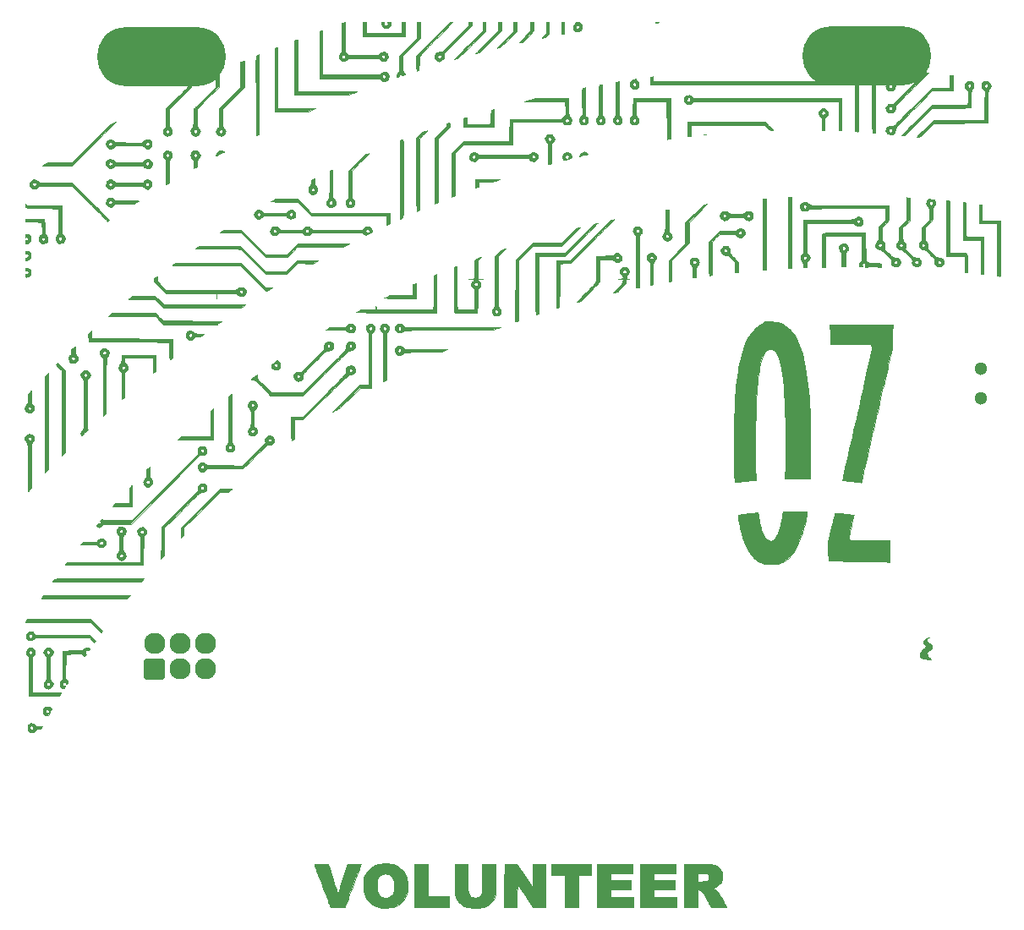
<source format=gbr>
%TF.GenerationSoftware,KiCad,Pcbnew,(5.1.10)-1*%
%TF.CreationDate,2021-10-02T23:47:55-05:00*%
%TF.ProjectId,OzSec 2021 - Volunteer,4f7a5365-6320-4323-9032-31202d20566f,rev?*%
%TF.SameCoordinates,Original*%
%TF.FileFunction,Soldermask,Top*%
%TF.FilePolarity,Negative*%
%FSLAX46Y46*%
G04 Gerber Fmt 4.6, Leading zero omitted, Abs format (unit mm)*
G04 Created by KiCad (PCBNEW (5.1.10)-1) date 2021-10-02 23:47:55*
%MOMM*%
%LPD*%
G01*
G04 APERTURE LIST*
%ADD10C,0.010000*%
%ADD11C,2.127200*%
%ADD12O,2.127200X2.127200*%
%ADD13O,12.900000X5.900000*%
%ADD14C,1.300000*%
G04 APERTURE END LIST*
D10*
%TO.C,G\u002A\u002A\u002A*%
G36*
X177611415Y-107965725D02*
G01*
X177584186Y-107986923D01*
X177541964Y-108010293D01*
X177439318Y-108080019D01*
X177368159Y-108165075D01*
X177332253Y-108259451D01*
X177332609Y-108344403D01*
X177344447Y-108380586D01*
X177369968Y-108413323D01*
X177416828Y-108449639D01*
X177492685Y-108496556D01*
X177508686Y-108505901D01*
X177596922Y-108562540D01*
X177682841Y-108626690D01*
X177750454Y-108686228D01*
X177760895Y-108697081D01*
X177831109Y-108789466D01*
X177864242Y-108876688D01*
X177859472Y-108961812D01*
X177815978Y-109047906D01*
X177732937Y-109138036D01*
X177618318Y-109229013D01*
X177496023Y-109329895D01*
X177415047Y-109429527D01*
X177374600Y-109531000D01*
X177373891Y-109637403D01*
X177412128Y-109751830D01*
X177462195Y-109839197D01*
X177515003Y-109909320D01*
X177585836Y-109990179D01*
X177660236Y-110065368D01*
X177667312Y-110071939D01*
X177799205Y-110193300D01*
X177725122Y-110191129D01*
X177678340Y-110187906D01*
X177598982Y-110180479D01*
X177496486Y-110169810D01*
X177380292Y-110156859D01*
X177323632Y-110150257D01*
X177202903Y-110134535D01*
X177090285Y-110117227D01*
X176995645Y-110100041D01*
X176928850Y-110084681D01*
X176910619Y-110078862D01*
X176792859Y-110017201D01*
X176704335Y-109935983D01*
X176648751Y-109840601D01*
X176629809Y-109736450D01*
X176636021Y-109678933D01*
X176672910Y-109573792D01*
X176739879Y-109452814D01*
X176831461Y-109323146D01*
X176942185Y-109191935D01*
X177066584Y-109066331D01*
X177178855Y-108969422D01*
X177294603Y-108877264D01*
X177178824Y-108768338D01*
X177079076Y-108658629D01*
X177020769Y-108554830D01*
X177003782Y-108454814D01*
X177027993Y-108356448D01*
X177093281Y-108257602D01*
X177146585Y-108202325D01*
X177251694Y-108116173D01*
X177369605Y-108046417D01*
X177489748Y-107993558D01*
X177561530Y-107968188D01*
X177602974Y-107959196D01*
X177611415Y-107965725D01*
G37*
X177611415Y-107965725D02*
X177584186Y-107986923D01*
X177541964Y-108010293D01*
X177439318Y-108080019D01*
X177368159Y-108165075D01*
X177332253Y-108259451D01*
X177332609Y-108344403D01*
X177344447Y-108380586D01*
X177369968Y-108413323D01*
X177416828Y-108449639D01*
X177492685Y-108496556D01*
X177508686Y-108505901D01*
X177596922Y-108562540D01*
X177682841Y-108626690D01*
X177750454Y-108686228D01*
X177760895Y-108697081D01*
X177831109Y-108789466D01*
X177864242Y-108876688D01*
X177859472Y-108961812D01*
X177815978Y-109047906D01*
X177732937Y-109138036D01*
X177618318Y-109229013D01*
X177496023Y-109329895D01*
X177415047Y-109429527D01*
X177374600Y-109531000D01*
X177373891Y-109637403D01*
X177412128Y-109751830D01*
X177462195Y-109839197D01*
X177515003Y-109909320D01*
X177585836Y-109990179D01*
X177660236Y-110065368D01*
X177667312Y-110071939D01*
X177799205Y-110193300D01*
X177725122Y-110191129D01*
X177678340Y-110187906D01*
X177598982Y-110180479D01*
X177496486Y-110169810D01*
X177380292Y-110156859D01*
X177323632Y-110150257D01*
X177202903Y-110134535D01*
X177090285Y-110117227D01*
X176995645Y-110100041D01*
X176928850Y-110084681D01*
X176910619Y-110078862D01*
X176792859Y-110017201D01*
X176704335Y-109935983D01*
X176648751Y-109840601D01*
X176629809Y-109736450D01*
X176636021Y-109678933D01*
X176672910Y-109573792D01*
X176739879Y-109452814D01*
X176831461Y-109323146D01*
X176942185Y-109191935D01*
X177066584Y-109066331D01*
X177178855Y-108969422D01*
X177294603Y-108877264D01*
X177178824Y-108768338D01*
X177079076Y-108658629D01*
X177020769Y-108554830D01*
X177003782Y-108454814D01*
X177027993Y-108356448D01*
X177093281Y-108257602D01*
X177146585Y-108202325D01*
X177251694Y-108116173D01*
X177369605Y-108046417D01*
X177489748Y-107993558D01*
X177561530Y-107968188D01*
X177602974Y-107959196D01*
X177611415Y-107965725D01*
G36*
X150416421Y-46384348D02*
G01*
X150460416Y-46387816D01*
X150462213Y-46393458D01*
X150421847Y-46401161D01*
X150339352Y-46410809D01*
X150321375Y-46412612D01*
X150236128Y-46417919D01*
X150188402Y-46413585D01*
X150178500Y-46404923D01*
X150198315Y-46393450D01*
X150252531Y-46385824D01*
X150330195Y-46383167D01*
X150416421Y-46384348D01*
G37*
X150416421Y-46384348D02*
X150460416Y-46387816D01*
X150462213Y-46393458D01*
X150421847Y-46401161D01*
X150339352Y-46410809D01*
X150321375Y-46412612D01*
X150236128Y-46417919D01*
X150188402Y-46413585D01*
X150178500Y-46404923D01*
X150198315Y-46393450D01*
X150252531Y-46385824D01*
X150330195Y-46383167D01*
X150416421Y-46384348D01*
G36*
X122989925Y-46433101D02*
G01*
X122969180Y-46488000D01*
X122972003Y-46523059D01*
X123013384Y-46598254D01*
X123074372Y-46668519D01*
X123140401Y-46717710D01*
X123152992Y-46723625D01*
X123194016Y-46737902D01*
X123223551Y-46734436D01*
X123255689Y-46707739D01*
X123288550Y-46670822D01*
X123349771Y-46581453D01*
X123374615Y-46499071D01*
X123361751Y-46428216D01*
X123360465Y-46425745D01*
X123349960Y-46402355D01*
X123355198Y-46389564D01*
X123383925Y-46384907D01*
X123443889Y-46385918D01*
X123480764Y-46387462D01*
X123624917Y-46393750D01*
X123631823Y-46489000D01*
X123622588Y-46626095D01*
X123577140Y-46747121D01*
X123500080Y-46847246D01*
X123396012Y-46921636D01*
X123269537Y-46965460D01*
X123168686Y-46975369D01*
X123081496Y-46969453D01*
X123010121Y-46946100D01*
X122954315Y-46914441D01*
X122864368Y-46833944D01*
X122793459Y-46722558D01*
X122746448Y-46589281D01*
X122731681Y-46502056D01*
X122719411Y-46383167D01*
X123022643Y-46383167D01*
X122989925Y-46433101D01*
G37*
X122989925Y-46433101D02*
X122969180Y-46488000D01*
X122972003Y-46523059D01*
X123013384Y-46598254D01*
X123074372Y-46668519D01*
X123140401Y-46717710D01*
X123152992Y-46723625D01*
X123194016Y-46737902D01*
X123223551Y-46734436D01*
X123255689Y-46707739D01*
X123288550Y-46670822D01*
X123349771Y-46581453D01*
X123374615Y-46499071D01*
X123361751Y-46428216D01*
X123360465Y-46425745D01*
X123349960Y-46402355D01*
X123355198Y-46389564D01*
X123383925Y-46384907D01*
X123443889Y-46385918D01*
X123480764Y-46387462D01*
X123624917Y-46393750D01*
X123631823Y-46489000D01*
X123622588Y-46626095D01*
X123577140Y-46747121D01*
X123500080Y-46847246D01*
X123396012Y-46921636D01*
X123269537Y-46965460D01*
X123168686Y-46975369D01*
X123081496Y-46969453D01*
X123010121Y-46946100D01*
X122954315Y-46914441D01*
X122864368Y-46833944D01*
X122793459Y-46722558D01*
X122746448Y-46589281D01*
X122731681Y-46502056D01*
X122719411Y-46383167D01*
X123022643Y-46383167D01*
X122989925Y-46433101D01*
G36*
X142682871Y-46500736D02*
G01*
X142766980Y-46609218D01*
X142814953Y-46715676D01*
X142830826Y-46831442D01*
X142827092Y-46905598D01*
X142801692Y-47034159D01*
X142752992Y-47131785D01*
X142677307Y-47205059D01*
X142649412Y-47222912D01*
X142546341Y-47264578D01*
X142423539Y-47286314D01*
X142299040Y-47286517D01*
X142190989Y-47263624D01*
X142075161Y-47199912D01*
X141990131Y-47108532D01*
X141938712Y-46993580D01*
X141923500Y-46874267D01*
X141934130Y-46803780D01*
X142171267Y-46803780D01*
X142172741Y-46867356D01*
X142175659Y-46875742D01*
X142202104Y-46922502D01*
X142244938Y-46977430D01*
X142293924Y-47029563D01*
X142338819Y-47067936D01*
X142367993Y-47081667D01*
X142396165Y-47067621D01*
X142442354Y-47031124D01*
X142487202Y-46989202D01*
X142553720Y-46909145D01*
X142580659Y-46839337D01*
X142568389Y-46776026D01*
X142517283Y-46715461D01*
X142514543Y-46713132D01*
X142461095Y-46674881D01*
X142412611Y-46661781D01*
X142354620Y-46672939D01*
X142290333Y-46699332D01*
X142210206Y-46748170D01*
X142171267Y-46803780D01*
X141934130Y-46803780D01*
X141941205Y-46756874D01*
X141995441Y-46633761D01*
X142087891Y-46501258D01*
X142102607Y-46483386D01*
X142186465Y-46383167D01*
X142575419Y-46383167D01*
X142682871Y-46500736D01*
G37*
X142682871Y-46500736D02*
X142766980Y-46609218D01*
X142814953Y-46715676D01*
X142830826Y-46831442D01*
X142827092Y-46905598D01*
X142801692Y-47034159D01*
X142752992Y-47131785D01*
X142677307Y-47205059D01*
X142649412Y-47222912D01*
X142546341Y-47264578D01*
X142423539Y-47286314D01*
X142299040Y-47286517D01*
X142190989Y-47263624D01*
X142075161Y-47199912D01*
X141990131Y-47108532D01*
X141938712Y-46993580D01*
X141923500Y-46874267D01*
X141934130Y-46803780D01*
X142171267Y-46803780D01*
X142172741Y-46867356D01*
X142175659Y-46875742D01*
X142202104Y-46922502D01*
X142244938Y-46977430D01*
X142293924Y-47029563D01*
X142338819Y-47067936D01*
X142367993Y-47081667D01*
X142396165Y-47067621D01*
X142442354Y-47031124D01*
X142487202Y-46989202D01*
X142553720Y-46909145D01*
X142580659Y-46839337D01*
X142568389Y-46776026D01*
X142517283Y-46715461D01*
X142514543Y-46713132D01*
X142461095Y-46674881D01*
X142412611Y-46661781D01*
X142354620Y-46672939D01*
X142290333Y-46699332D01*
X142210206Y-46748170D01*
X142171267Y-46803780D01*
X141934130Y-46803780D01*
X141941205Y-46756874D01*
X141995441Y-46633761D01*
X142087891Y-46501258D01*
X142102607Y-46483386D01*
X142186465Y-46383167D01*
X142575419Y-46383167D01*
X142682871Y-46500736D01*
G36*
X141034500Y-47525360D02*
G01*
X140986875Y-47536647D01*
X140937148Y-47547253D01*
X140867853Y-47560709D01*
X140838709Y-47566067D01*
X140738167Y-47584201D01*
X140738167Y-46383167D01*
X141034500Y-46383167D01*
X141034500Y-47525360D01*
G37*
X141034500Y-47525360D02*
X140986875Y-47536647D01*
X140937148Y-47547253D01*
X140867853Y-47560709D01*
X140838709Y-47566067D01*
X140738167Y-47584201D01*
X140738167Y-46383167D01*
X141034500Y-46383167D01*
X141034500Y-47525360D01*
G36*
X121190750Y-47430917D02*
G01*
X124778500Y-47441739D01*
X124778500Y-46383167D01*
X125096000Y-46383167D01*
X125096000Y-47780167D01*
X120862667Y-47780167D01*
X120862434Y-47161042D01*
X120861932Y-46999186D01*
X120860628Y-46847601D01*
X120858640Y-46712459D01*
X120856087Y-46599934D01*
X120853085Y-46516199D01*
X120849755Y-46467427D01*
X120849081Y-46462542D01*
X120835961Y-46383167D01*
X121013356Y-46383158D01*
X121190750Y-46383150D01*
X121190750Y-47430917D01*
G37*
X121190750Y-47430917D02*
X124778500Y-47441739D01*
X124778500Y-46383167D01*
X125096000Y-46383167D01*
X125096000Y-47780167D01*
X120862667Y-47780167D01*
X120862434Y-47161042D01*
X120861932Y-46999186D01*
X120860628Y-46847601D01*
X120858640Y-46712459D01*
X120856087Y-46599934D01*
X120853085Y-46516199D01*
X120849755Y-46467427D01*
X120849081Y-46462542D01*
X120835961Y-46383167D01*
X121013356Y-46383158D01*
X121190750Y-46383150D01*
X121190750Y-47430917D01*
G36*
X139525120Y-46948295D02*
G01*
X139511816Y-47513424D01*
X139328619Y-47697474D01*
X139250135Y-47775369D01*
X139192382Y-47828581D01*
X139146701Y-47862897D01*
X139104431Y-47884100D01*
X139056911Y-47897975D01*
X139015752Y-47906451D01*
X138937185Y-47921777D01*
X138868223Y-47935607D01*
X138833167Y-47942939D01*
X138818991Y-47940441D01*
X138826939Y-47920335D01*
X138859273Y-47879746D01*
X138918257Y-47815801D01*
X138997209Y-47734680D01*
X139214167Y-47514861D01*
X139214167Y-46383167D01*
X139538425Y-46383167D01*
X139525120Y-46948295D01*
G37*
X139525120Y-46948295D02*
X139511816Y-47513424D01*
X139328619Y-47697474D01*
X139250135Y-47775369D01*
X139192382Y-47828581D01*
X139146701Y-47862897D01*
X139104431Y-47884100D01*
X139056911Y-47897975D01*
X139015752Y-47906451D01*
X138937185Y-47921777D01*
X138868223Y-47935607D01*
X138833167Y-47942939D01*
X138818991Y-47940441D01*
X138826939Y-47920335D01*
X138859273Y-47879746D01*
X138918257Y-47815801D01*
X138997209Y-47734680D01*
X139214167Y-47514861D01*
X139214167Y-46383167D01*
X139538425Y-46383167D01*
X139525120Y-46948295D01*
G36*
X138007667Y-47219544D02*
G01*
X137441459Y-47784952D01*
X136875250Y-48350359D01*
X136727084Y-48383750D01*
X136647959Y-48401943D01*
X136581692Y-48417825D01*
X136542358Y-48428021D01*
X136541875Y-48428164D01*
X136511129Y-48429567D01*
X136504834Y-48421741D01*
X136519316Y-48403402D01*
X136560609Y-48358562D01*
X136625483Y-48290547D01*
X136710707Y-48202683D01*
X136813051Y-48098295D01*
X136929284Y-47980709D01*
X137056176Y-47853250D01*
X137086917Y-47822500D01*
X137669000Y-47240705D01*
X137669000Y-46383167D01*
X138007667Y-46383167D01*
X138007667Y-47219544D01*
G37*
X138007667Y-47219544D02*
X137441459Y-47784952D01*
X136875250Y-48350359D01*
X136727084Y-48383750D01*
X136647959Y-48401943D01*
X136581692Y-48417825D01*
X136542358Y-48428021D01*
X136541875Y-48428164D01*
X136511129Y-48429567D01*
X136504834Y-48421741D01*
X136519316Y-48403402D01*
X136560609Y-48358562D01*
X136625483Y-48290547D01*
X136710707Y-48202683D01*
X136813051Y-48098295D01*
X136929284Y-47980709D01*
X137056176Y-47853250D01*
X137086917Y-47822500D01*
X137669000Y-47240705D01*
X137669000Y-46383167D01*
X138007667Y-46383167D01*
X138007667Y-47219544D01*
G36*
X136272000Y-47282962D02*
G01*
X135483542Y-48068715D01*
X134695084Y-48854467D01*
X134510641Y-48899400D01*
X134426881Y-48919389D01*
X134359022Y-48934806D01*
X134317356Y-48943347D01*
X134309914Y-48944334D01*
X134321389Y-48929834D01*
X134360234Y-48888113D01*
X134423839Y-48821835D01*
X134509592Y-48733666D01*
X134614885Y-48626271D01*
X134737105Y-48502316D01*
X134873642Y-48364465D01*
X135021885Y-48215384D01*
X135134648Y-48102343D01*
X135975667Y-47260353D01*
X135975667Y-46383167D01*
X136272000Y-46383167D01*
X136272000Y-47282962D01*
G37*
X136272000Y-47282962D02*
X135483542Y-48068715D01*
X134695084Y-48854467D01*
X134510641Y-48899400D01*
X134426881Y-48919389D01*
X134359022Y-48934806D01*
X134317356Y-48943347D01*
X134309914Y-48944334D01*
X134321389Y-48929834D01*
X134360234Y-48888113D01*
X134423839Y-48821835D01*
X134509592Y-48733666D01*
X134614885Y-48626271D01*
X134737105Y-48502316D01*
X134873642Y-48364465D01*
X135021885Y-48215384D01*
X135134648Y-48102343D01*
X135975667Y-47260353D01*
X135975667Y-46383167D01*
X136272000Y-46383167D01*
X136272000Y-47282962D01*
G36*
X134748000Y-47198236D02*
G01*
X133652371Y-48293713D01*
X132556742Y-49389191D01*
X132359677Y-49441929D01*
X132273570Y-49464599D01*
X132203356Y-49482387D01*
X132158708Y-49492877D01*
X132148339Y-49494667D01*
X132160612Y-49480104D01*
X132200586Y-49437951D01*
X132265983Y-49370513D01*
X132354531Y-49280094D01*
X132463953Y-49168999D01*
X132591975Y-49039531D01*
X132736322Y-48893995D01*
X132894719Y-48734696D01*
X133064891Y-48563937D01*
X133244564Y-48384024D01*
X133261116Y-48367468D01*
X134388167Y-47240270D01*
X134388167Y-46383167D01*
X134748000Y-46383167D01*
X134748000Y-47198236D01*
G37*
X134748000Y-47198236D02*
X133652371Y-48293713D01*
X132556742Y-49389191D01*
X132359677Y-49441929D01*
X132273570Y-49464599D01*
X132203356Y-49482387D01*
X132158708Y-49492877D01*
X132148339Y-49494667D01*
X132160612Y-49480104D01*
X132200586Y-49437951D01*
X132265983Y-49370513D01*
X132354531Y-49280094D01*
X132463953Y-49168999D01*
X132591975Y-49039531D01*
X132736322Y-48893995D01*
X132894719Y-48734696D01*
X133064891Y-48563937D01*
X133244564Y-48384024D01*
X133261116Y-48367468D01*
X134388167Y-47240270D01*
X134388167Y-46383167D01*
X134748000Y-46383167D01*
X134748000Y-47198236D01*
G36*
X133133785Y-47240417D02*
G01*
X133048408Y-47335667D01*
X133020571Y-47365225D01*
X132965366Y-47422472D01*
X132885174Y-47504976D01*
X132782376Y-47610309D01*
X132659354Y-47736039D01*
X132518489Y-47879737D01*
X132362163Y-48038973D01*
X132192755Y-48211317D01*
X132012648Y-48394338D01*
X131824224Y-48585607D01*
X131718958Y-48692374D01*
X130474884Y-49953831D01*
X130267234Y-50012728D01*
X130176449Y-50038628D01*
X130098962Y-50061013D01*
X130045147Y-50076870D01*
X130027834Y-50082230D01*
X130037900Y-50069138D01*
X130075939Y-50028147D01*
X130139966Y-49961274D01*
X130228001Y-49870533D01*
X130338060Y-49757941D01*
X130468163Y-49625513D01*
X130616326Y-49475265D01*
X130780567Y-49309213D01*
X130958904Y-49129372D01*
X131149355Y-48937760D01*
X131349938Y-48736390D01*
X131440709Y-48645402D01*
X132885334Y-47197968D01*
X132885334Y-46383167D01*
X133164217Y-46383167D01*
X133133785Y-47240417D01*
G37*
X133133785Y-47240417D02*
X133048408Y-47335667D01*
X133020571Y-47365225D01*
X132965366Y-47422472D01*
X132885174Y-47504976D01*
X132782376Y-47610309D01*
X132659354Y-47736039D01*
X132518489Y-47879737D01*
X132362163Y-48038973D01*
X132192755Y-48211317D01*
X132012648Y-48394338D01*
X131824224Y-48585607D01*
X131718958Y-48692374D01*
X130474884Y-49953831D01*
X130267234Y-50012728D01*
X130176449Y-50038628D01*
X130098962Y-50061013D01*
X130045147Y-50076870D01*
X130027834Y-50082230D01*
X130037900Y-50069138D01*
X130075939Y-50028147D01*
X130139966Y-49961274D01*
X130228001Y-49870533D01*
X130338060Y-49757941D01*
X130468163Y-49625513D01*
X130616326Y-49475265D01*
X130780567Y-49309213D01*
X130958904Y-49129372D01*
X131149355Y-48937760D01*
X131349938Y-48736390D01*
X131440709Y-48645402D01*
X132885334Y-47197968D01*
X132885334Y-46383167D01*
X133164217Y-46383167D01*
X133133785Y-47240417D01*
G36*
X131763500Y-46732538D02*
G01*
X128988868Y-49505250D01*
X129002814Y-49707912D01*
X129008308Y-49811337D01*
X129007394Y-49883354D01*
X128999301Y-49934512D01*
X128983259Y-49975359D01*
X128983257Y-49975364D01*
X128931807Y-50047934D01*
X128855753Y-50122810D01*
X128765547Y-50192640D01*
X128671641Y-50250070D01*
X128584488Y-50287745D01*
X128523609Y-50298745D01*
X128475334Y-50288274D01*
X128410705Y-50261946D01*
X128376834Y-50244255D01*
X128239940Y-50149222D01*
X128141079Y-50043298D01*
X128080975Y-49929342D01*
X128066063Y-49843174D01*
X128362831Y-49843174D01*
X128379015Y-49904097D01*
X128404884Y-49948608D01*
X128411225Y-49954299D01*
X128466126Y-49975125D01*
X128538933Y-49980576D01*
X128607851Y-49969968D01*
X128629322Y-49961142D01*
X128679005Y-49913184D01*
X128702977Y-49845205D01*
X128701950Y-49770259D01*
X128676637Y-49701400D01*
X128627750Y-49651680D01*
X128612001Y-49643800D01*
X128529253Y-49628962D01*
X128455039Y-49649867D01*
X128397595Y-49699927D01*
X128365154Y-49772553D01*
X128362831Y-49843174D01*
X128066063Y-49843174D01*
X128060358Y-49810211D01*
X128079954Y-49688762D01*
X128140491Y-49567851D01*
X128188796Y-49505680D01*
X128273649Y-49427378D01*
X128370046Y-49377506D01*
X128487849Y-49352182D01*
X128591695Y-49346965D01*
X128674121Y-49345673D01*
X128731274Y-49338842D01*
X128778775Y-49321177D01*
X128832247Y-49287380D01*
X128888028Y-49246504D01*
X128923937Y-49216037D01*
X128987212Y-49158095D01*
X129075301Y-49075154D01*
X129185653Y-48969690D01*
X129315715Y-48844177D01*
X129462935Y-48701090D01*
X129624761Y-48542906D01*
X129798641Y-48372100D01*
X129982022Y-48191147D01*
X130172354Y-48002522D01*
X130244792Y-47930521D01*
X131467167Y-46714535D01*
X131467167Y-46383167D01*
X131763500Y-46383167D01*
X131763500Y-46732538D01*
G37*
X131763500Y-46732538D02*
X128988868Y-49505250D01*
X129002814Y-49707912D01*
X129008308Y-49811337D01*
X129007394Y-49883354D01*
X128999301Y-49934512D01*
X128983259Y-49975359D01*
X128983257Y-49975364D01*
X128931807Y-50047934D01*
X128855753Y-50122810D01*
X128765547Y-50192640D01*
X128671641Y-50250070D01*
X128584488Y-50287745D01*
X128523609Y-50298745D01*
X128475334Y-50288274D01*
X128410705Y-50261946D01*
X128376834Y-50244255D01*
X128239940Y-50149222D01*
X128141079Y-50043298D01*
X128080975Y-49929342D01*
X128066063Y-49843174D01*
X128362831Y-49843174D01*
X128379015Y-49904097D01*
X128404884Y-49948608D01*
X128411225Y-49954299D01*
X128466126Y-49975125D01*
X128538933Y-49980576D01*
X128607851Y-49969968D01*
X128629322Y-49961142D01*
X128679005Y-49913184D01*
X128702977Y-49845205D01*
X128701950Y-49770259D01*
X128676637Y-49701400D01*
X128627750Y-49651680D01*
X128612001Y-49643800D01*
X128529253Y-49628962D01*
X128455039Y-49649867D01*
X128397595Y-49699927D01*
X128365154Y-49772553D01*
X128362831Y-49843174D01*
X128066063Y-49843174D01*
X128060358Y-49810211D01*
X128079954Y-49688762D01*
X128140491Y-49567851D01*
X128188796Y-49505680D01*
X128273649Y-49427378D01*
X128370046Y-49377506D01*
X128487849Y-49352182D01*
X128591695Y-49346965D01*
X128674121Y-49345673D01*
X128731274Y-49338842D01*
X128778775Y-49321177D01*
X128832247Y-49287380D01*
X128888028Y-49246504D01*
X128923937Y-49216037D01*
X128987212Y-49158095D01*
X129075301Y-49075154D01*
X129185653Y-48969690D01*
X129315715Y-48844177D01*
X129462935Y-48701090D01*
X129624761Y-48542906D01*
X129798641Y-48372100D01*
X129982022Y-48191147D01*
X130172354Y-48002522D01*
X130244792Y-47930521D01*
X131467167Y-46714535D01*
X131467167Y-46383167D01*
X131763500Y-46383167D01*
X131763500Y-46732538D01*
G36*
X119084667Y-49319399D02*
G01*
X119273187Y-49491700D01*
X119461707Y-49664000D01*
X122424732Y-49664000D01*
X122564035Y-49537758D01*
X122679546Y-49440575D01*
X122778511Y-49375757D01*
X122867952Y-49340499D01*
X122954887Y-49332000D01*
X123042981Y-49346540D01*
X123125709Y-49384119D01*
X123214003Y-49448643D01*
X123295045Y-49528923D01*
X123356020Y-49613770D01*
X123362118Y-49625164D01*
X123398728Y-49740782D01*
X123395175Y-49860834D01*
X123352696Y-49980917D01*
X123272529Y-50096627D01*
X123212660Y-50156953D01*
X123106460Y-50237836D01*
X123005970Y-50281183D01*
X122906124Y-50286754D01*
X122801855Y-50254309D01*
X122688093Y-50183609D01*
X122620272Y-50128872D01*
X122554052Y-50070836D01*
X122500274Y-50021760D01*
X122467028Y-49989115D01*
X122460861Y-49981680D01*
X122436713Y-49977017D01*
X122370658Y-49972915D01*
X122263118Y-49969380D01*
X122114517Y-49966417D01*
X121925277Y-49964033D01*
X121695821Y-49962234D01*
X121426572Y-49961026D01*
X121117953Y-49960414D01*
X120943490Y-49960334D01*
X119439311Y-49960334D01*
X119303890Y-50087014D01*
X119233994Y-50149396D01*
X119167610Y-50203513D01*
X119116351Y-50240040D01*
X119105766Y-50246118D01*
X118992261Y-50284393D01*
X118875233Y-50287944D01*
X118776874Y-50260373D01*
X118678425Y-50193748D01*
X118591199Y-50096328D01*
X118523254Y-49979535D01*
X118482652Y-49854789D01*
X118479976Y-49839678D01*
X118479755Y-49833864D01*
X118767167Y-49833864D01*
X118782865Y-49910229D01*
X118830280Y-49958913D01*
X118909896Y-49980330D01*
X118939674Y-49981500D01*
X119006401Y-49971313D01*
X119054652Y-49934621D01*
X119061964Y-49925729D01*
X119099785Y-49848160D01*
X119102071Y-49765708D01*
X119086292Y-49729916D01*
X122771681Y-49729916D01*
X122773044Y-49802885D01*
X122790204Y-49883274D01*
X122824336Y-49938590D01*
X122840848Y-49954343D01*
X122905704Y-49994576D01*
X122965908Y-49995191D01*
X123028761Y-49955703D01*
X123044462Y-49940795D01*
X123094782Y-49866498D01*
X123103677Y-49788177D01*
X123070848Y-49709892D01*
X123062464Y-49698605D01*
X123021977Y-49660322D01*
X122970040Y-49644670D01*
X122928926Y-49642834D01*
X122843673Y-49650668D01*
X122793051Y-49677854D01*
X122771681Y-49729916D01*
X119086292Y-49729916D01*
X119069233Y-49691222D01*
X119053879Y-49673621D01*
X118991903Y-49630933D01*
X118924210Y-49626214D01*
X118853347Y-49652634D01*
X118803974Y-49686579D01*
X118777462Y-49731952D01*
X118767732Y-49801538D01*
X118767167Y-49833864D01*
X118479755Y-49833864D01*
X118475990Y-49734950D01*
X118501704Y-49637644D01*
X118560393Y-49540169D01*
X118653972Y-49436263D01*
X118790726Y-49302174D01*
X118786971Y-47891387D01*
X118783216Y-46480599D01*
X118886316Y-46445563D01*
X118956396Y-46421957D01*
X119016853Y-46401943D01*
X119037042Y-46395421D01*
X119084667Y-46380314D01*
X119084667Y-49319399D01*
G37*
X119084667Y-49319399D02*
X119273187Y-49491700D01*
X119461707Y-49664000D01*
X122424732Y-49664000D01*
X122564035Y-49537758D01*
X122679546Y-49440575D01*
X122778511Y-49375757D01*
X122867952Y-49340499D01*
X122954887Y-49332000D01*
X123042981Y-49346540D01*
X123125709Y-49384119D01*
X123214003Y-49448643D01*
X123295045Y-49528923D01*
X123356020Y-49613770D01*
X123362118Y-49625164D01*
X123398728Y-49740782D01*
X123395175Y-49860834D01*
X123352696Y-49980917D01*
X123272529Y-50096627D01*
X123212660Y-50156953D01*
X123106460Y-50237836D01*
X123005970Y-50281183D01*
X122906124Y-50286754D01*
X122801855Y-50254309D01*
X122688093Y-50183609D01*
X122620272Y-50128872D01*
X122554052Y-50070836D01*
X122500274Y-50021760D01*
X122467028Y-49989115D01*
X122460861Y-49981680D01*
X122436713Y-49977017D01*
X122370658Y-49972915D01*
X122263118Y-49969380D01*
X122114517Y-49966417D01*
X121925277Y-49964033D01*
X121695821Y-49962234D01*
X121426572Y-49961026D01*
X121117953Y-49960414D01*
X120943490Y-49960334D01*
X119439311Y-49960334D01*
X119303890Y-50087014D01*
X119233994Y-50149396D01*
X119167610Y-50203513D01*
X119116351Y-50240040D01*
X119105766Y-50246118D01*
X118992261Y-50284393D01*
X118875233Y-50287944D01*
X118776874Y-50260373D01*
X118678425Y-50193748D01*
X118591199Y-50096328D01*
X118523254Y-49979535D01*
X118482652Y-49854789D01*
X118479976Y-49839678D01*
X118479755Y-49833864D01*
X118767167Y-49833864D01*
X118782865Y-49910229D01*
X118830280Y-49958913D01*
X118909896Y-49980330D01*
X118939674Y-49981500D01*
X119006401Y-49971313D01*
X119054652Y-49934621D01*
X119061964Y-49925729D01*
X119099785Y-49848160D01*
X119102071Y-49765708D01*
X119086292Y-49729916D01*
X122771681Y-49729916D01*
X122773044Y-49802885D01*
X122790204Y-49883274D01*
X122824336Y-49938590D01*
X122840848Y-49954343D01*
X122905704Y-49994576D01*
X122965908Y-49995191D01*
X123028761Y-49955703D01*
X123044462Y-49940795D01*
X123094782Y-49866498D01*
X123103677Y-49788177D01*
X123070848Y-49709892D01*
X123062464Y-49698605D01*
X123021977Y-49660322D01*
X122970040Y-49644670D01*
X122928926Y-49642834D01*
X122843673Y-49650668D01*
X122793051Y-49677854D01*
X122771681Y-49729916D01*
X119086292Y-49729916D01*
X119069233Y-49691222D01*
X119053879Y-49673621D01*
X118991903Y-49630933D01*
X118924210Y-49626214D01*
X118853347Y-49652634D01*
X118803974Y-49686579D01*
X118777462Y-49731952D01*
X118767732Y-49801538D01*
X118767167Y-49833864D01*
X118479755Y-49833864D01*
X118475990Y-49734950D01*
X118501704Y-49637644D01*
X118560393Y-49540169D01*
X118653972Y-49436263D01*
X118790726Y-49302174D01*
X118786971Y-47891387D01*
X118783216Y-46480599D01*
X118886316Y-46445563D01*
X118956396Y-46421957D01*
X119016853Y-46401943D01*
X119037042Y-46395421D01*
X119084667Y-46380314D01*
X119084667Y-49319399D01*
G36*
X128470386Y-47785541D02*
G01*
X128184827Y-48072738D01*
X127927908Y-48331566D01*
X127698229Y-48563483D01*
X127494391Y-48769946D01*
X127314995Y-48952414D01*
X127158640Y-49112345D01*
X127023927Y-49251198D01*
X126909455Y-49370431D01*
X126813826Y-49471501D01*
X126735640Y-49555867D01*
X126673496Y-49624988D01*
X126625995Y-49680322D01*
X126591738Y-49723326D01*
X126569324Y-49755459D01*
X126557354Y-49778179D01*
X126557140Y-49778733D01*
X126549327Y-49818168D01*
X126540866Y-49893288D01*
X126532121Y-49997457D01*
X126523457Y-50124040D01*
X126515238Y-50266400D01*
X126507827Y-50417902D01*
X126501589Y-50571910D01*
X126496888Y-50721787D01*
X126494088Y-50860898D01*
X126493466Y-50939292D01*
X126491900Y-51031727D01*
X126488021Y-51106143D01*
X126482449Y-51153885D01*
X126477125Y-51167063D01*
X126449086Y-51172900D01*
X126395535Y-51187496D01*
X126361437Y-51197581D01*
X126261623Y-51227870D01*
X126251182Y-51160310D01*
X126248375Y-51122983D01*
X126245336Y-51049004D01*
X126242207Y-50944052D01*
X126239130Y-50813809D01*
X126236245Y-50663954D01*
X126233694Y-50500166D01*
X126232556Y-50412098D01*
X126224371Y-49731447D01*
X129572849Y-46383167D01*
X129865689Y-46383167D01*
X128470386Y-47785541D01*
G37*
X128470386Y-47785541D02*
X128184827Y-48072738D01*
X127927908Y-48331566D01*
X127698229Y-48563483D01*
X127494391Y-48769946D01*
X127314995Y-48952414D01*
X127158640Y-49112345D01*
X127023927Y-49251198D01*
X126909455Y-49370431D01*
X126813826Y-49471501D01*
X126735640Y-49555867D01*
X126673496Y-49624988D01*
X126625995Y-49680322D01*
X126591738Y-49723326D01*
X126569324Y-49755459D01*
X126557354Y-49778179D01*
X126557140Y-49778733D01*
X126549327Y-49818168D01*
X126540866Y-49893288D01*
X126532121Y-49997457D01*
X126523457Y-50124040D01*
X126515238Y-50266400D01*
X126507827Y-50417902D01*
X126501589Y-50571910D01*
X126496888Y-50721787D01*
X126494088Y-50860898D01*
X126493466Y-50939292D01*
X126491900Y-51031727D01*
X126488021Y-51106143D01*
X126482449Y-51153885D01*
X126477125Y-51167063D01*
X126449086Y-51172900D01*
X126395535Y-51187496D01*
X126361437Y-51197581D01*
X126261623Y-51227870D01*
X126251182Y-51160310D01*
X126248375Y-51122983D01*
X126245336Y-51049004D01*
X126242207Y-50944052D01*
X126239130Y-50813809D01*
X126236245Y-50663954D01*
X126233694Y-50500166D01*
X126232556Y-50412098D01*
X126224371Y-49731447D01*
X129572849Y-46383167D01*
X129865689Y-46383167D01*
X128470386Y-47785541D01*
G36*
X126598834Y-47974290D02*
G01*
X124860874Y-49738084D01*
X124867312Y-50500084D01*
X124869010Y-50705328D01*
X124870788Y-50872990D01*
X124873389Y-51007814D01*
X124877556Y-51114547D01*
X124884033Y-51197934D01*
X124893563Y-51262720D01*
X124906890Y-51313651D01*
X124924758Y-51355472D01*
X124947908Y-51392929D01*
X124977086Y-51430767D01*
X125013034Y-51473732D01*
X125021409Y-51483726D01*
X125061965Y-51537322D01*
X125086522Y-51579749D01*
X125090262Y-51596797D01*
X125067634Y-51615209D01*
X125017080Y-51639451D01*
X124971634Y-51656553D01*
X124904933Y-51676995D01*
X124853368Y-51683666D01*
X124797180Y-51677028D01*
X124734386Y-51662132D01*
X124639645Y-51642650D01*
X124576229Y-51643400D01*
X124537185Y-51666540D01*
X124515556Y-51714229D01*
X124511876Y-51731183D01*
X124487592Y-51789152D01*
X124435883Y-51832527D01*
X124351023Y-51865104D01*
X124287655Y-51879894D01*
X124222393Y-51892947D01*
X124237879Y-51789678D01*
X124281854Y-51635892D01*
X124363842Y-51495239D01*
X124382927Y-51471285D01*
X124416459Y-51430897D01*
X124443719Y-51394949D01*
X124465356Y-51358708D01*
X124482020Y-51317445D01*
X124494359Y-51266427D01*
X124503022Y-51200925D01*
X124508659Y-51116206D01*
X124511918Y-51007540D01*
X124513448Y-50870195D01*
X124513898Y-50699442D01*
X124513917Y-50516388D01*
X124513917Y-49770692D01*
X125408209Y-48861829D01*
X126302500Y-47952966D01*
X126302500Y-46383167D01*
X126598834Y-46383167D01*
X126598834Y-47974290D01*
G37*
X126598834Y-47974290D02*
X124860874Y-49738084D01*
X124867312Y-50500084D01*
X124869010Y-50705328D01*
X124870788Y-50872990D01*
X124873389Y-51007814D01*
X124877556Y-51114547D01*
X124884033Y-51197934D01*
X124893563Y-51262720D01*
X124906890Y-51313651D01*
X124924758Y-51355472D01*
X124947908Y-51392929D01*
X124977086Y-51430767D01*
X125013034Y-51473732D01*
X125021409Y-51483726D01*
X125061965Y-51537322D01*
X125086522Y-51579749D01*
X125090262Y-51596797D01*
X125067634Y-51615209D01*
X125017080Y-51639451D01*
X124971634Y-51656553D01*
X124904933Y-51676995D01*
X124853368Y-51683666D01*
X124797180Y-51677028D01*
X124734386Y-51662132D01*
X124639645Y-51642650D01*
X124576229Y-51643400D01*
X124537185Y-51666540D01*
X124515556Y-51714229D01*
X124511876Y-51731183D01*
X124487592Y-51789152D01*
X124435883Y-51832527D01*
X124351023Y-51865104D01*
X124287655Y-51879894D01*
X124222393Y-51892947D01*
X124237879Y-51789678D01*
X124281854Y-51635892D01*
X124363842Y-51495239D01*
X124382927Y-51471285D01*
X124416459Y-51430897D01*
X124443719Y-51394949D01*
X124465356Y-51358708D01*
X124482020Y-51317445D01*
X124494359Y-51266427D01*
X124503022Y-51200925D01*
X124508659Y-51116206D01*
X124511918Y-51007540D01*
X124513448Y-50870195D01*
X124513898Y-50699442D01*
X124513917Y-50516388D01*
X124513917Y-49770692D01*
X125408209Y-48861829D01*
X126302500Y-47952966D01*
X126302500Y-46383167D01*
X126598834Y-46383167D01*
X126598834Y-47974290D01*
G36*
X175588460Y-51240262D02*
G01*
X175688078Y-51248202D01*
X175755614Y-51257291D01*
X175801288Y-51270199D01*
X175835325Y-51289599D01*
X175860897Y-51311449D01*
X175937166Y-51404607D01*
X175994242Y-51517090D01*
X176028030Y-51636409D01*
X176034433Y-51750076D01*
X176023941Y-51808644D01*
X175984715Y-51898507D01*
X175920879Y-51974581D01*
X175825915Y-52043281D01*
X175737847Y-52090215D01*
X175647028Y-52131743D01*
X175580240Y-52153097D01*
X175524701Y-52154995D01*
X175467624Y-52138157D01*
X175406815Y-52108853D01*
X175312830Y-52045694D01*
X175223272Y-51960759D01*
X175148680Y-51866019D01*
X175099593Y-51773444D01*
X175092489Y-51751854D01*
X175084623Y-51704955D01*
X175388000Y-51704955D01*
X175403738Y-51787421D01*
X175449018Y-51840259D01*
X175520938Y-51860913D01*
X175562703Y-51858831D01*
X175625117Y-51844075D01*
X175672205Y-51821955D01*
X175678713Y-51816525D01*
X175700208Y-51772284D01*
X175709602Y-51705638D01*
X175707338Y-51632625D01*
X175693858Y-51569282D01*
X175670880Y-51532534D01*
X175604148Y-51506716D01*
X175532819Y-51514708D01*
X175466721Y-51550519D01*
X175415680Y-51608159D01*
X175389527Y-51681638D01*
X175388000Y-51704955D01*
X175084623Y-51704955D01*
X175078742Y-51669898D01*
X175088610Y-51593496D01*
X175125319Y-51514537D01*
X175192090Y-51424909D01*
X175246643Y-51364006D01*
X175376170Y-51225542D01*
X175588460Y-51240262D01*
G37*
X175588460Y-51240262D02*
X175688078Y-51248202D01*
X175755614Y-51257291D01*
X175801288Y-51270199D01*
X175835325Y-51289599D01*
X175860897Y-51311449D01*
X175937166Y-51404607D01*
X175994242Y-51517090D01*
X176028030Y-51636409D01*
X176034433Y-51750076D01*
X176023941Y-51808644D01*
X175984715Y-51898507D01*
X175920879Y-51974581D01*
X175825915Y-52043281D01*
X175737847Y-52090215D01*
X175647028Y-52131743D01*
X175580240Y-52153097D01*
X175524701Y-52154995D01*
X175467624Y-52138157D01*
X175406815Y-52108853D01*
X175312830Y-52045694D01*
X175223272Y-51960759D01*
X175148680Y-51866019D01*
X175099593Y-51773444D01*
X175092489Y-51751854D01*
X175084623Y-51704955D01*
X175388000Y-51704955D01*
X175403738Y-51787421D01*
X175449018Y-51840259D01*
X175520938Y-51860913D01*
X175562703Y-51858831D01*
X175625117Y-51844075D01*
X175672205Y-51821955D01*
X175678713Y-51816525D01*
X175700208Y-51772284D01*
X175709602Y-51705638D01*
X175707338Y-51632625D01*
X175693858Y-51569282D01*
X175670880Y-51532534D01*
X175604148Y-51506716D01*
X175532819Y-51514708D01*
X175466721Y-51550519D01*
X175415680Y-51608159D01*
X175389527Y-51681638D01*
X175388000Y-51704955D01*
X175084623Y-51704955D01*
X175078742Y-51669898D01*
X175088610Y-51593496D01*
X175125319Y-51514537D01*
X175192090Y-51424909D01*
X175246643Y-51364006D01*
X175376170Y-51225542D01*
X175588460Y-51240262D01*
G36*
X116826268Y-47208206D02*
G01*
X116828498Y-47268479D01*
X116830615Y-47365555D01*
X116832595Y-47496668D01*
X116834418Y-47659051D01*
X116836063Y-47849941D01*
X116837508Y-48066570D01*
X116838733Y-48306175D01*
X116839715Y-48565988D01*
X116840435Y-48843245D01*
X116840869Y-49135180D01*
X116841000Y-49410000D01*
X116841000Y-51632500D01*
X122539759Y-51632500D01*
X122664768Y-51516763D01*
X122787300Y-51422399D01*
X122910045Y-51364406D01*
X123028490Y-51344586D01*
X123084209Y-51349466D01*
X123219239Y-51392902D01*
X123327167Y-51467767D01*
X123405748Y-51571223D01*
X123452735Y-51700430D01*
X123466167Y-51832257D01*
X123450671Y-51956714D01*
X123401929Y-52063815D01*
X123316562Y-52159268D01*
X123236705Y-52219875D01*
X123141788Y-52276699D01*
X123062400Y-52304004D01*
X122984934Y-52302636D01*
X122895783Y-52273439D01*
X122834852Y-52244834D01*
X122756558Y-52198978D01*
X122684899Y-52145686D01*
X122642969Y-52104851D01*
X122614556Y-52071851D01*
X122588006Y-52049655D01*
X122553928Y-52035275D01*
X122502931Y-52025725D01*
X122425625Y-52018016D01*
X122351623Y-52012179D01*
X122302252Y-52009995D01*
X122213295Y-52007872D01*
X122087499Y-52005827D01*
X121927610Y-52003878D01*
X121736377Y-52002042D01*
X121516546Y-52000334D01*
X121270864Y-51998774D01*
X121002079Y-51997377D01*
X120712937Y-51996161D01*
X120406185Y-51995143D01*
X120084571Y-51994340D01*
X119750842Y-51993768D01*
X119407745Y-51993446D01*
X119333375Y-51993411D01*
X116544667Y-51992334D01*
X116544667Y-51795177D01*
X122818253Y-51795177D01*
X122834320Y-51871996D01*
X122890238Y-51945694D01*
X122898118Y-51953224D01*
X122960507Y-51999011D01*
X123017375Y-52008749D01*
X123077485Y-51981758D01*
X123131899Y-51935121D01*
X123192220Y-51859488D01*
X123211557Y-51791982D01*
X123190743Y-51734144D01*
X123130612Y-51687514D01*
X123031999Y-51653635D01*
X122973692Y-51642718D01*
X122873357Y-51627672D01*
X122840139Y-51707176D01*
X122818253Y-51795177D01*
X116544667Y-51795177D01*
X116544667Y-47276053D01*
X116675777Y-47231777D01*
X116745603Y-47209021D01*
X116799292Y-47193043D01*
X116823943Y-47187500D01*
X116826268Y-47208206D01*
G37*
X116826268Y-47208206D02*
X116828498Y-47268479D01*
X116830615Y-47365555D01*
X116832595Y-47496668D01*
X116834418Y-47659051D01*
X116836063Y-47849941D01*
X116837508Y-48066570D01*
X116838733Y-48306175D01*
X116839715Y-48565988D01*
X116840435Y-48843245D01*
X116840869Y-49135180D01*
X116841000Y-49410000D01*
X116841000Y-51632500D01*
X122539759Y-51632500D01*
X122664768Y-51516763D01*
X122787300Y-51422399D01*
X122910045Y-51364406D01*
X123028490Y-51344586D01*
X123084209Y-51349466D01*
X123219239Y-51392902D01*
X123327167Y-51467767D01*
X123405748Y-51571223D01*
X123452735Y-51700430D01*
X123466167Y-51832257D01*
X123450671Y-51956714D01*
X123401929Y-52063815D01*
X123316562Y-52159268D01*
X123236705Y-52219875D01*
X123141788Y-52276699D01*
X123062400Y-52304004D01*
X122984934Y-52302636D01*
X122895783Y-52273439D01*
X122834852Y-52244834D01*
X122756558Y-52198978D01*
X122684899Y-52145686D01*
X122642969Y-52104851D01*
X122614556Y-52071851D01*
X122588006Y-52049655D01*
X122553928Y-52035275D01*
X122502931Y-52025725D01*
X122425625Y-52018016D01*
X122351623Y-52012179D01*
X122302252Y-52009995D01*
X122213295Y-52007872D01*
X122087499Y-52005827D01*
X121927610Y-52003878D01*
X121736377Y-52002042D01*
X121516546Y-52000334D01*
X121270864Y-51998774D01*
X121002079Y-51997377D01*
X120712937Y-51996161D01*
X120406185Y-51995143D01*
X120084571Y-51994340D01*
X119750842Y-51993768D01*
X119407745Y-51993446D01*
X119333375Y-51993411D01*
X116544667Y-51992334D01*
X116544667Y-51795177D01*
X122818253Y-51795177D01*
X122834320Y-51871996D01*
X122890238Y-51945694D01*
X122898118Y-51953224D01*
X122960507Y-51999011D01*
X123017375Y-52008749D01*
X123077485Y-51981758D01*
X123131899Y-51935121D01*
X123192220Y-51859488D01*
X123211557Y-51791982D01*
X123190743Y-51734144D01*
X123130612Y-51687514D01*
X123031999Y-51653635D01*
X122973692Y-51642718D01*
X122873357Y-51627672D01*
X122840139Y-51707176D01*
X122818253Y-51795177D01*
X116544667Y-51795177D01*
X116544667Y-47276053D01*
X116675777Y-47231777D01*
X116745603Y-47209021D01*
X116799292Y-47193043D01*
X116823943Y-47187500D01*
X116826268Y-47208206D01*
G36*
X168298837Y-50834302D02*
G01*
X168373789Y-50839423D01*
X168379789Y-50840002D01*
X168530000Y-50854803D01*
X168530000Y-52606167D01*
X149649334Y-52606167D01*
X149649334Y-51846761D01*
X149749875Y-51833494D01*
X149828687Y-51822367D01*
X149881511Y-51817923D01*
X149913689Y-51826522D01*
X149930560Y-51854522D01*
X149937465Y-51908282D01*
X149939743Y-51994160D01*
X149941047Y-52061125D01*
X149947010Y-52309834D01*
X154576547Y-52309828D01*
X155097732Y-52309747D01*
X155653838Y-52309510D01*
X156239431Y-52309125D01*
X156849078Y-52308602D01*
X157477346Y-52307948D01*
X158118803Y-52307172D01*
X158768014Y-52306282D01*
X159419547Y-52305287D01*
X160067969Y-52304194D01*
X160707847Y-52303014D01*
X161333748Y-52301752D01*
X161940238Y-52300420D01*
X162521885Y-52299023D01*
X163073256Y-52297572D01*
X163588918Y-52296074D01*
X163696642Y-52295740D01*
X168187201Y-52281657D01*
X168194559Y-51567249D01*
X168196700Y-51397391D01*
X168199421Y-51241164D01*
X168202577Y-51103570D01*
X168206022Y-50989614D01*
X168209610Y-50904301D01*
X168213195Y-50852635D01*
X168215747Y-50839020D01*
X168242206Y-50834144D01*
X168298837Y-50834302D01*
G37*
X168298837Y-50834302D02*
X168373789Y-50839423D01*
X168379789Y-50840002D01*
X168530000Y-50854803D01*
X168530000Y-52606167D01*
X149649334Y-52606167D01*
X149649334Y-51846761D01*
X149749875Y-51833494D01*
X149828687Y-51822367D01*
X149881511Y-51817923D01*
X149913689Y-51826522D01*
X149930560Y-51854522D01*
X149937465Y-51908282D01*
X149939743Y-51994160D01*
X149941047Y-52061125D01*
X149947010Y-52309834D01*
X154576547Y-52309828D01*
X155097732Y-52309747D01*
X155653838Y-52309510D01*
X156239431Y-52309125D01*
X156849078Y-52308602D01*
X157477346Y-52307948D01*
X158118803Y-52307172D01*
X158768014Y-52306282D01*
X159419547Y-52305287D01*
X160067969Y-52304194D01*
X160707847Y-52303014D01*
X161333748Y-52301752D01*
X161940238Y-52300420D01*
X162521885Y-52299023D01*
X163073256Y-52297572D01*
X163588918Y-52296074D01*
X163696642Y-52295740D01*
X168187201Y-52281657D01*
X168194559Y-51567249D01*
X168196700Y-51397391D01*
X168199421Y-51241164D01*
X168202577Y-51103570D01*
X168206022Y-50989614D01*
X168209610Y-50904301D01*
X168213195Y-50852635D01*
X168215747Y-50839020D01*
X168242206Y-50834144D01*
X168298837Y-50834302D01*
G36*
X148185350Y-52067680D02*
G01*
X148188834Y-52083817D01*
X148204323Y-52115308D01*
X148243961Y-52159300D01*
X148275698Y-52187128D01*
X148340928Y-52250197D01*
X148401413Y-52325568D01*
X148418573Y-52352167D01*
X148447114Y-52406361D01*
X148464033Y-52458291D01*
X148472218Y-52522148D01*
X148474558Y-52612118D01*
X148474584Y-52627334D01*
X148472760Y-52722447D01*
X148465562Y-52788640D01*
X148450393Y-52839235D01*
X148424661Y-52887554D01*
X148423570Y-52889314D01*
X148352741Y-52965660D01*
X148253112Y-53021757D01*
X148134450Y-53054814D01*
X148006522Y-53062038D01*
X147886599Y-53042795D01*
X147772706Y-52993338D01*
X147687129Y-52914278D01*
X147636173Y-52828417D01*
X147606869Y-52727879D01*
X147597632Y-52609095D01*
X147599787Y-52586276D01*
X147846610Y-52586276D01*
X147851584Y-52629735D01*
X147882807Y-52681618D01*
X147941773Y-52749042D01*
X148004870Y-52801548D01*
X148063999Y-52816119D01*
X148126506Y-52796039D01*
X148178942Y-52746944D01*
X148213991Y-52673950D01*
X148224292Y-52594287D01*
X148221737Y-52573121D01*
X148198987Y-52518883D01*
X148156982Y-52462628D01*
X148107522Y-52417091D01*
X148062406Y-52395007D01*
X148056228Y-52394500D01*
X148015396Y-52408798D01*
X147961012Y-52444530D01*
X147907031Y-52490956D01*
X147867411Y-52537334D01*
X147864463Y-52542082D01*
X147846610Y-52586276D01*
X147599787Y-52586276D01*
X147608761Y-52491253D01*
X147629816Y-52417093D01*
X147661361Y-52363132D01*
X147713942Y-52297655D01*
X147779107Y-52228731D01*
X147848403Y-52164429D01*
X147913379Y-52112819D01*
X147965583Y-52081969D01*
X147986277Y-52076767D01*
X148036594Y-52073169D01*
X148101592Y-52064682D01*
X148109459Y-52063414D01*
X148162531Y-52058121D01*
X148185350Y-52067680D01*
G37*
X148185350Y-52067680D02*
X148188834Y-52083817D01*
X148204323Y-52115308D01*
X148243961Y-52159300D01*
X148275698Y-52187128D01*
X148340928Y-52250197D01*
X148401413Y-52325568D01*
X148418573Y-52352167D01*
X148447114Y-52406361D01*
X148464033Y-52458291D01*
X148472218Y-52522148D01*
X148474558Y-52612118D01*
X148474584Y-52627334D01*
X148472760Y-52722447D01*
X148465562Y-52788640D01*
X148450393Y-52839235D01*
X148424661Y-52887554D01*
X148423570Y-52889314D01*
X148352741Y-52965660D01*
X148253112Y-53021757D01*
X148134450Y-53054814D01*
X148006522Y-53062038D01*
X147886599Y-53042795D01*
X147772706Y-52993338D01*
X147687129Y-52914278D01*
X147636173Y-52828417D01*
X147606869Y-52727879D01*
X147597632Y-52609095D01*
X147599787Y-52586276D01*
X147846610Y-52586276D01*
X147851584Y-52629735D01*
X147882807Y-52681618D01*
X147941773Y-52749042D01*
X148004870Y-52801548D01*
X148063999Y-52816119D01*
X148126506Y-52796039D01*
X148178942Y-52746944D01*
X148213991Y-52673950D01*
X148224292Y-52594287D01*
X148221737Y-52573121D01*
X148198987Y-52518883D01*
X148156982Y-52462628D01*
X148107522Y-52417091D01*
X148062406Y-52395007D01*
X148056228Y-52394500D01*
X148015396Y-52408798D01*
X147961012Y-52444530D01*
X147907031Y-52490956D01*
X147867411Y-52537334D01*
X147864463Y-52542082D01*
X147846610Y-52586276D01*
X147599787Y-52586276D01*
X147608761Y-52491253D01*
X147629816Y-52417093D01*
X147661361Y-52363132D01*
X147713942Y-52297655D01*
X147779107Y-52228731D01*
X147848403Y-52164429D01*
X147913379Y-52112819D01*
X147965583Y-52081969D01*
X147986277Y-52076767D01*
X148036594Y-52073169D01*
X148101592Y-52064682D01*
X148109459Y-52063414D01*
X148162531Y-52058121D01*
X148185350Y-52067680D01*
G36*
X173627228Y-51084304D02*
G01*
X173694444Y-51089842D01*
X173755062Y-51095765D01*
X173885167Y-51109364D01*
X173885167Y-52293315D01*
X173994354Y-52412699D01*
X174094648Y-52538343D01*
X174156156Y-52654493D01*
X174180486Y-52764324D01*
X174181035Y-52781472D01*
X174165578Y-52884937D01*
X174123097Y-52992048D01*
X174061125Y-53089508D01*
X173987192Y-53164015D01*
X173951520Y-53186775D01*
X173883681Y-53209304D01*
X173790599Y-53224535D01*
X173688969Y-53230969D01*
X173595482Y-53227104D01*
X173561586Y-53221829D01*
X173466353Y-53180805D01*
X173375562Y-53098575D01*
X173290572Y-52976584D01*
X173244227Y-52871641D01*
X173235726Y-52802660D01*
X173533567Y-52802660D01*
X173554283Y-52885198D01*
X173589315Y-52935014D01*
X173631759Y-52971843D01*
X173676631Y-52983543D01*
X173726201Y-52979874D01*
X173800385Y-52957912D01*
X173847909Y-52922655D01*
X173877882Y-52855875D01*
X173882575Y-52771657D01*
X173861568Y-52686827D01*
X173854200Y-52671181D01*
X173804143Y-52608333D01*
X173741571Y-52585060D01*
X173669863Y-52601699D01*
X173605523Y-52646334D01*
X173550832Y-52719765D01*
X173533567Y-52802660D01*
X173235726Y-52802660D01*
X173231875Y-52771423D01*
X173254814Y-52671333D01*
X173314340Y-52566774D01*
X173411752Y-52453152D01*
X173448618Y-52416551D01*
X173546500Y-52322186D01*
X173546500Y-51702176D01*
X173546621Y-51523908D01*
X173547171Y-51383477D01*
X173548437Y-51276385D01*
X173550703Y-51198138D01*
X173554252Y-51144237D01*
X173559370Y-51110187D01*
X173566340Y-51091492D01*
X173575448Y-51083654D01*
X173585729Y-51082167D01*
X173627228Y-51084304D01*
G37*
X173627228Y-51084304D02*
X173694444Y-51089842D01*
X173755062Y-51095765D01*
X173885167Y-51109364D01*
X173885167Y-52293315D01*
X173994354Y-52412699D01*
X174094648Y-52538343D01*
X174156156Y-52654493D01*
X174180486Y-52764324D01*
X174181035Y-52781472D01*
X174165578Y-52884937D01*
X174123097Y-52992048D01*
X174061125Y-53089508D01*
X173987192Y-53164015D01*
X173951520Y-53186775D01*
X173883681Y-53209304D01*
X173790599Y-53224535D01*
X173688969Y-53230969D01*
X173595482Y-53227104D01*
X173561586Y-53221829D01*
X173466353Y-53180805D01*
X173375562Y-53098575D01*
X173290572Y-52976584D01*
X173244227Y-52871641D01*
X173235726Y-52802660D01*
X173533567Y-52802660D01*
X173554283Y-52885198D01*
X173589315Y-52935014D01*
X173631759Y-52971843D01*
X173676631Y-52983543D01*
X173726201Y-52979874D01*
X173800385Y-52957912D01*
X173847909Y-52922655D01*
X173877882Y-52855875D01*
X173882575Y-52771657D01*
X173861568Y-52686827D01*
X173854200Y-52671181D01*
X173804143Y-52608333D01*
X173741571Y-52585060D01*
X173669863Y-52601699D01*
X173605523Y-52646334D01*
X173550832Y-52719765D01*
X173533567Y-52802660D01*
X173235726Y-52802660D01*
X173231875Y-52771423D01*
X173254814Y-52671333D01*
X173314340Y-52566774D01*
X173411752Y-52453152D01*
X173448618Y-52416551D01*
X173546500Y-52322186D01*
X173546500Y-51702176D01*
X173546621Y-51523908D01*
X173547171Y-51383477D01*
X173548437Y-51276385D01*
X173550703Y-51198138D01*
X173554252Y-51144237D01*
X173559370Y-51110187D01*
X173566340Y-51091492D01*
X173575448Y-51083654D01*
X173585729Y-51082167D01*
X173627228Y-51084304D01*
G36*
X114352123Y-48118408D02*
G01*
X114353843Y-48178927D01*
X114355485Y-48276668D01*
X114357033Y-48409078D01*
X114358475Y-48573601D01*
X114359797Y-48767681D01*
X114360983Y-48988763D01*
X114362021Y-49234292D01*
X114362897Y-49501714D01*
X114363597Y-49788472D01*
X114364106Y-50092012D01*
X114364411Y-50409779D01*
X114364500Y-50701167D01*
X114364500Y-53304667D01*
X117327834Y-53304667D01*
X117678380Y-53304778D01*
X118017119Y-53305103D01*
X118341656Y-53305630D01*
X118649596Y-53306344D01*
X118938543Y-53307234D01*
X119206105Y-53308287D01*
X119449887Y-53309489D01*
X119667493Y-53310829D01*
X119856530Y-53312293D01*
X120014602Y-53313867D01*
X120139316Y-53315541D01*
X120228276Y-53317300D01*
X120279089Y-53319132D01*
X120290724Y-53320542D01*
X120271719Y-53332417D01*
X120218787Y-53356746D01*
X120137642Y-53391133D01*
X120033998Y-53433182D01*
X119913572Y-53480494D01*
X119861715Y-53500459D01*
X119433150Y-53664500D01*
X118893783Y-53659310D01*
X118795116Y-53658515D01*
X118657943Y-53657646D01*
X118486093Y-53656716D01*
X118283393Y-53655742D01*
X118053672Y-53654737D01*
X117800758Y-53653719D01*
X117528478Y-53652701D01*
X117240660Y-53651700D01*
X116941133Y-53650729D01*
X116633724Y-53649805D01*
X116322261Y-53648942D01*
X116200709Y-53648626D01*
X114047000Y-53643133D01*
X114047000Y-52260307D01*
X114046740Y-51967961D01*
X114045994Y-51645594D01*
X114044811Y-51303080D01*
X114043242Y-50950296D01*
X114041337Y-50597120D01*
X114039146Y-50253428D01*
X114036719Y-49929096D01*
X114034107Y-49634001D01*
X114033224Y-49545782D01*
X114019447Y-48214084D01*
X114177810Y-48155875D01*
X114253729Y-48128582D01*
X114313740Y-48108148D01*
X114347302Y-48098128D01*
X114350337Y-48097667D01*
X114352123Y-48118408D01*
G37*
X114352123Y-48118408D02*
X114353843Y-48178927D01*
X114355485Y-48276668D01*
X114357033Y-48409078D01*
X114358475Y-48573601D01*
X114359797Y-48767681D01*
X114360983Y-48988763D01*
X114362021Y-49234292D01*
X114362897Y-49501714D01*
X114363597Y-49788472D01*
X114364106Y-50092012D01*
X114364411Y-50409779D01*
X114364500Y-50701167D01*
X114364500Y-53304667D01*
X117327834Y-53304667D01*
X117678380Y-53304778D01*
X118017119Y-53305103D01*
X118341656Y-53305630D01*
X118649596Y-53306344D01*
X118938543Y-53307234D01*
X119206105Y-53308287D01*
X119449887Y-53309489D01*
X119667493Y-53310829D01*
X119856530Y-53312293D01*
X120014602Y-53313867D01*
X120139316Y-53315541D01*
X120228276Y-53317300D01*
X120279089Y-53319132D01*
X120290724Y-53320542D01*
X120271719Y-53332417D01*
X120218787Y-53356746D01*
X120137642Y-53391133D01*
X120033998Y-53433182D01*
X119913572Y-53480494D01*
X119861715Y-53500459D01*
X119433150Y-53664500D01*
X118893783Y-53659310D01*
X118795116Y-53658515D01*
X118657943Y-53657646D01*
X118486093Y-53656716D01*
X118283393Y-53655742D01*
X118053672Y-53654737D01*
X117800758Y-53653719D01*
X117528478Y-53652701D01*
X117240660Y-53651700D01*
X116941133Y-53650729D01*
X116633724Y-53649805D01*
X116322261Y-53648942D01*
X116200709Y-53648626D01*
X114047000Y-53643133D01*
X114047000Y-52260307D01*
X114046740Y-51967961D01*
X114045994Y-51645594D01*
X114044811Y-51303080D01*
X114043242Y-50950296D01*
X114041337Y-50597120D01*
X114039146Y-50253428D01*
X114036719Y-49929096D01*
X114034107Y-49634001D01*
X114033224Y-49545782D01*
X114019447Y-48214084D01*
X114177810Y-48155875D01*
X114253729Y-48128582D01*
X114313740Y-48108148D01*
X114347302Y-48098128D01*
X114350337Y-48097667D01*
X114352123Y-48118408D01*
G36*
X112331721Y-48889557D02*
G01*
X112335057Y-48916822D01*
X112338066Y-48964264D01*
X112340761Y-49033522D01*
X112343157Y-49126235D01*
X112345267Y-49244040D01*
X112347104Y-49388575D01*
X112348683Y-49561479D01*
X112350017Y-49764390D01*
X112351120Y-49998946D01*
X112352005Y-50266784D01*
X112352687Y-50569543D01*
X112353179Y-50908861D01*
X112353494Y-51286376D01*
X112353647Y-51703726D01*
X112353667Y-51939303D01*
X112353667Y-54997773D01*
X114242792Y-55003178D01*
X116131917Y-55008584D01*
X115369917Y-55347250D01*
X113713625Y-55352920D01*
X112057334Y-55358589D01*
X112057334Y-48975868D01*
X112179877Y-48928351D01*
X112248620Y-48903210D01*
X112303189Y-48885985D01*
X112328044Y-48880834D01*
X112331721Y-48889557D01*
G37*
X112331721Y-48889557D02*
X112335057Y-48916822D01*
X112338066Y-48964264D01*
X112340761Y-49033522D01*
X112343157Y-49126235D01*
X112345267Y-49244040D01*
X112347104Y-49388575D01*
X112348683Y-49561479D01*
X112350017Y-49764390D01*
X112351120Y-49998946D01*
X112352005Y-50266784D01*
X112352687Y-50569543D01*
X112353179Y-50908861D01*
X112353494Y-51286376D01*
X112353647Y-51703726D01*
X112353667Y-51939303D01*
X112353667Y-54997773D01*
X114242792Y-55003178D01*
X116131917Y-55008584D01*
X115369917Y-55347250D01*
X113713625Y-55352920D01*
X112057334Y-55358589D01*
X112057334Y-48975868D01*
X112179877Y-48928351D01*
X112248620Y-48903210D01*
X112303189Y-48885985D01*
X112328044Y-48880834D01*
X112331721Y-48889557D01*
G36*
X177354705Y-51410070D02*
G01*
X177427593Y-51419477D01*
X177479497Y-51430196D01*
X177500463Y-51440099D01*
X177500389Y-51441235D01*
X177484354Y-51458948D01*
X177441134Y-51503015D01*
X177373903Y-51570291D01*
X177285839Y-51657632D01*
X177180117Y-51761892D01*
X177059916Y-51879927D01*
X176928410Y-52008591D01*
X176855974Y-52079277D01*
X176711525Y-52220750D01*
X176552262Y-52377871D01*
X176381093Y-52547694D01*
X176200926Y-52727271D01*
X176014668Y-52913655D01*
X175825227Y-53103901D01*
X175635513Y-53295060D01*
X175448432Y-53484186D01*
X175266893Y-53668333D01*
X175093804Y-53844552D01*
X174932073Y-54009898D01*
X174784608Y-54161423D01*
X174654316Y-54296180D01*
X174544107Y-54411223D01*
X174456888Y-54503605D01*
X174395567Y-54570379D01*
X174377949Y-54590410D01*
X174299853Y-54683934D01*
X174246089Y-54757467D01*
X174211553Y-54821438D01*
X174191138Y-54886278D01*
X174179739Y-54962417D01*
X174176243Y-55002466D01*
X174153047Y-55142347D01*
X174105248Y-55252492D01*
X174029361Y-55339853D01*
X173993073Y-55368073D01*
X173935671Y-55403703D01*
X173878888Y-55424444D01*
X173805993Y-55435184D01*
X173751541Y-55438671D01*
X173664532Y-55440611D01*
X173601033Y-55433705D01*
X173542536Y-55414267D01*
X173483000Y-55385179D01*
X173399286Y-55332689D01*
X173336785Y-55268742D01*
X173296312Y-55208747D01*
X173256533Y-55137954D01*
X173236752Y-55081986D01*
X173231841Y-55021597D01*
X173233455Y-54985471D01*
X173546500Y-54985471D01*
X173563437Y-55068286D01*
X173608061Y-55129345D01*
X173671098Y-55164297D01*
X173743270Y-55168793D01*
X173815299Y-55138481D01*
X173836178Y-55121311D01*
X173878649Y-55055829D01*
X173888392Y-54979828D01*
X173867144Y-54906523D01*
X173816645Y-54849128D01*
X173798986Y-54838467D01*
X173708824Y-54808105D01*
X173634562Y-54815357D01*
X173580475Y-54857736D01*
X173550835Y-54932754D01*
X173546500Y-54985471D01*
X173233455Y-54985471D01*
X173233943Y-54974576D01*
X173262388Y-54849465D01*
X173326123Y-54735039D01*
X173418104Y-54641867D01*
X173482808Y-54601125D01*
X173531689Y-54579304D01*
X173582309Y-54565247D01*
X173645717Y-54557348D01*
X173732966Y-54553999D01*
X173810224Y-54553500D01*
X174043812Y-54553500D01*
X177202716Y-51394806D01*
X177354705Y-51410070D01*
G37*
X177354705Y-51410070D02*
X177427593Y-51419477D01*
X177479497Y-51430196D01*
X177500463Y-51440099D01*
X177500389Y-51441235D01*
X177484354Y-51458948D01*
X177441134Y-51503015D01*
X177373903Y-51570291D01*
X177285839Y-51657632D01*
X177180117Y-51761892D01*
X177059916Y-51879927D01*
X176928410Y-52008591D01*
X176855974Y-52079277D01*
X176711525Y-52220750D01*
X176552262Y-52377871D01*
X176381093Y-52547694D01*
X176200926Y-52727271D01*
X176014668Y-52913655D01*
X175825227Y-53103901D01*
X175635513Y-53295060D01*
X175448432Y-53484186D01*
X175266893Y-53668333D01*
X175093804Y-53844552D01*
X174932073Y-54009898D01*
X174784608Y-54161423D01*
X174654316Y-54296180D01*
X174544107Y-54411223D01*
X174456888Y-54503605D01*
X174395567Y-54570379D01*
X174377949Y-54590410D01*
X174299853Y-54683934D01*
X174246089Y-54757467D01*
X174211553Y-54821438D01*
X174191138Y-54886278D01*
X174179739Y-54962417D01*
X174176243Y-55002466D01*
X174153047Y-55142347D01*
X174105248Y-55252492D01*
X174029361Y-55339853D01*
X173993073Y-55368073D01*
X173935671Y-55403703D01*
X173878888Y-55424444D01*
X173805993Y-55435184D01*
X173751541Y-55438671D01*
X173664532Y-55440611D01*
X173601033Y-55433705D01*
X173542536Y-55414267D01*
X173483000Y-55385179D01*
X173399286Y-55332689D01*
X173336785Y-55268742D01*
X173296312Y-55208747D01*
X173256533Y-55137954D01*
X173236752Y-55081986D01*
X173231841Y-55021597D01*
X173233455Y-54985471D01*
X173546500Y-54985471D01*
X173563437Y-55068286D01*
X173608061Y-55129345D01*
X173671098Y-55164297D01*
X173743270Y-55168793D01*
X173815299Y-55138481D01*
X173836178Y-55121311D01*
X173878649Y-55055829D01*
X173888392Y-54979828D01*
X173867144Y-54906523D01*
X173816645Y-54849128D01*
X173798986Y-54838467D01*
X173708824Y-54808105D01*
X173634562Y-54815357D01*
X173580475Y-54857736D01*
X173550835Y-54932754D01*
X173546500Y-54985471D01*
X173233455Y-54985471D01*
X173233943Y-54974576D01*
X173262388Y-54849465D01*
X173326123Y-54735039D01*
X173418104Y-54641867D01*
X173482808Y-54601125D01*
X173531689Y-54579304D01*
X173582309Y-54565247D01*
X173645717Y-54557348D01*
X173732966Y-54553999D01*
X173810224Y-54553500D01*
X174043812Y-54553500D01*
X177202716Y-51394806D01*
X177354705Y-51410070D01*
G36*
X144823334Y-55701746D02*
G01*
X144916050Y-55783358D01*
X145012477Y-55888659D01*
X145073826Y-56007197D01*
X145103533Y-56146906D01*
X145107580Y-56225667D01*
X145099176Y-56354657D01*
X145069047Y-56452681D01*
X145013993Y-56526841D01*
X144950930Y-56573129D01*
X144883014Y-56598414D01*
X144788470Y-56615667D01*
X144681908Y-56624124D01*
X144577936Y-56623019D01*
X144491165Y-56611588D01*
X144452917Y-56599214D01*
X144355477Y-56531533D01*
X144284436Y-56433555D01*
X144242316Y-56309944D01*
X144231160Y-56189597D01*
X144506812Y-56189597D01*
X144517036Y-56266080D01*
X144557394Y-56339218D01*
X144567242Y-56350428D01*
X144631532Y-56401878D01*
X144691595Y-56411837D01*
X144750706Y-56380479D01*
X144770462Y-56361201D01*
X144813404Y-56300967D01*
X144845680Y-56232669D01*
X144845915Y-56231964D01*
X144855569Y-56147774D01*
X144825431Y-56077379D01*
X144756371Y-56022795D01*
X144755473Y-56022329D01*
X144680267Y-56001826D01*
X144613449Y-56015882D01*
X144559367Y-56056917D01*
X144522372Y-56117348D01*
X144506812Y-56189597D01*
X144231160Y-56189597D01*
X144231132Y-56189305D01*
X144246439Y-56056227D01*
X144294066Y-55942010D01*
X144378223Y-55837949D01*
X144419316Y-55800404D01*
X144528379Y-55707084D01*
X144525563Y-54185115D01*
X144525126Y-53887460D01*
X144525024Y-53629480D01*
X144525301Y-53408515D01*
X144526002Y-53221907D01*
X144527170Y-53067000D01*
X144528852Y-52941133D01*
X144531091Y-52841650D01*
X144533931Y-52765891D01*
X144537418Y-52711198D01*
X144541596Y-52674914D01*
X144546509Y-52654380D01*
X144551332Y-52647305D01*
X144587122Y-52636118D01*
X144649337Y-52623939D01*
X144701625Y-52616376D01*
X144823334Y-52601289D01*
X144823334Y-55701746D01*
G37*
X144823334Y-55701746D02*
X144916050Y-55783358D01*
X145012477Y-55888659D01*
X145073826Y-56007197D01*
X145103533Y-56146906D01*
X145107580Y-56225667D01*
X145099176Y-56354657D01*
X145069047Y-56452681D01*
X145013993Y-56526841D01*
X144950930Y-56573129D01*
X144883014Y-56598414D01*
X144788470Y-56615667D01*
X144681908Y-56624124D01*
X144577936Y-56623019D01*
X144491165Y-56611588D01*
X144452917Y-56599214D01*
X144355477Y-56531533D01*
X144284436Y-56433555D01*
X144242316Y-56309944D01*
X144231160Y-56189597D01*
X144506812Y-56189597D01*
X144517036Y-56266080D01*
X144557394Y-56339218D01*
X144567242Y-56350428D01*
X144631532Y-56401878D01*
X144691595Y-56411837D01*
X144750706Y-56380479D01*
X144770462Y-56361201D01*
X144813404Y-56300967D01*
X144845680Y-56232669D01*
X144845915Y-56231964D01*
X144855569Y-56147774D01*
X144825431Y-56077379D01*
X144756371Y-56022795D01*
X144755473Y-56022329D01*
X144680267Y-56001826D01*
X144613449Y-56015882D01*
X144559367Y-56056917D01*
X144522372Y-56117348D01*
X144506812Y-56189597D01*
X144231160Y-56189597D01*
X144231132Y-56189305D01*
X144246439Y-56056227D01*
X144294066Y-55942010D01*
X144378223Y-55837949D01*
X144419316Y-55800404D01*
X144528379Y-55707084D01*
X144525563Y-54185115D01*
X144525126Y-53887460D01*
X144525024Y-53629480D01*
X144525301Y-53408515D01*
X144526002Y-53221907D01*
X144527170Y-53067000D01*
X144528852Y-52941133D01*
X144531091Y-52841650D01*
X144533931Y-52765891D01*
X144537418Y-52711198D01*
X144541596Y-52674914D01*
X144546509Y-52654380D01*
X144551332Y-52647305D01*
X144587122Y-52636118D01*
X144649337Y-52623939D01*
X144701625Y-52616376D01*
X144823334Y-52601289D01*
X144823334Y-55701746D01*
G36*
X143127963Y-52912260D02*
G01*
X143133003Y-52928328D01*
X143137303Y-52960066D01*
X143140921Y-53010220D01*
X143143917Y-53081537D01*
X143146351Y-53176764D01*
X143148280Y-53298646D01*
X143149765Y-53449932D01*
X143150864Y-53633367D01*
X143151637Y-53851697D01*
X143152143Y-54107670D01*
X143152372Y-54313111D01*
X143153578Y-55728250D01*
X143260013Y-55809367D01*
X143340467Y-55880602D01*
X143391550Y-55954349D01*
X143417644Y-56041526D01*
X143423127Y-56153052D01*
X143420380Y-56209161D01*
X143401178Y-56353161D01*
X143362914Y-56461645D01*
X143301280Y-56538773D01*
X143211970Y-56588708D01*
X143090679Y-56615610D01*
X142992417Y-56622724D01*
X142872192Y-56621236D01*
X142784975Y-56608281D01*
X142758534Y-56599116D01*
X142663718Y-56534052D01*
X142593625Y-56439285D01*
X142551648Y-56321681D01*
X142543260Y-56214641D01*
X142795364Y-56214641D01*
X142813425Y-56270543D01*
X142867875Y-56332122D01*
X142876061Y-56339620D01*
X142947243Y-56394008D01*
X143005968Y-56412351D01*
X143061058Y-56395204D01*
X143110462Y-56354295D01*
X143156839Y-56281855D01*
X143170261Y-56199338D01*
X143152612Y-56118498D01*
X143105780Y-56051087D01*
X143056508Y-56018121D01*
X143000519Y-55997786D01*
X142957373Y-56000348D01*
X142914341Y-56030053D01*
X142867066Y-56081310D01*
X142813356Y-56154777D01*
X142795364Y-56214641D01*
X142543260Y-56214641D01*
X142541180Y-56188104D01*
X142542909Y-56162840D01*
X142573440Y-56018024D01*
X142637994Y-55896954D01*
X142739036Y-55795156D01*
X142750481Y-55786432D01*
X142856907Y-55707084D01*
X142845210Y-55093250D01*
X142839514Y-54766441D01*
X142835227Y-54459638D01*
X142832334Y-54175064D01*
X142830821Y-53914942D01*
X142830677Y-53681496D01*
X142831886Y-53476949D01*
X142834437Y-53303525D01*
X142838314Y-53163446D01*
X142843506Y-53058935D01*
X142849998Y-52992217D01*
X142857777Y-52965515D01*
X142858063Y-52965337D01*
X142894974Y-52953438D01*
X142956102Y-52940615D01*
X142989831Y-52935181D01*
X143056457Y-52924203D01*
X143107838Y-52913353D01*
X143122123Y-52909116D01*
X143127963Y-52912260D01*
G37*
X143127963Y-52912260D02*
X143133003Y-52928328D01*
X143137303Y-52960066D01*
X143140921Y-53010220D01*
X143143917Y-53081537D01*
X143146351Y-53176764D01*
X143148280Y-53298646D01*
X143149765Y-53449932D01*
X143150864Y-53633367D01*
X143151637Y-53851697D01*
X143152143Y-54107670D01*
X143152372Y-54313111D01*
X143153578Y-55728250D01*
X143260013Y-55809367D01*
X143340467Y-55880602D01*
X143391550Y-55954349D01*
X143417644Y-56041526D01*
X143423127Y-56153052D01*
X143420380Y-56209161D01*
X143401178Y-56353161D01*
X143362914Y-56461645D01*
X143301280Y-56538773D01*
X143211970Y-56588708D01*
X143090679Y-56615610D01*
X142992417Y-56622724D01*
X142872192Y-56621236D01*
X142784975Y-56608281D01*
X142758534Y-56599116D01*
X142663718Y-56534052D01*
X142593625Y-56439285D01*
X142551648Y-56321681D01*
X142543260Y-56214641D01*
X142795364Y-56214641D01*
X142813425Y-56270543D01*
X142867875Y-56332122D01*
X142876061Y-56339620D01*
X142947243Y-56394008D01*
X143005968Y-56412351D01*
X143061058Y-56395204D01*
X143110462Y-56354295D01*
X143156839Y-56281855D01*
X143170261Y-56199338D01*
X143152612Y-56118498D01*
X143105780Y-56051087D01*
X143056508Y-56018121D01*
X143000519Y-55997786D01*
X142957373Y-56000348D01*
X142914341Y-56030053D01*
X142867066Y-56081310D01*
X142813356Y-56154777D01*
X142795364Y-56214641D01*
X142543260Y-56214641D01*
X142541180Y-56188104D01*
X142542909Y-56162840D01*
X142573440Y-56018024D01*
X142637994Y-55896954D01*
X142739036Y-55795156D01*
X142750481Y-55786432D01*
X142856907Y-55707084D01*
X142845210Y-55093250D01*
X142839514Y-54766441D01*
X142835227Y-54459638D01*
X142832334Y-54175064D01*
X142830821Y-53914942D01*
X142830677Y-53681496D01*
X142831886Y-53476949D01*
X142834437Y-53303525D01*
X142838314Y-53163446D01*
X142843506Y-53058935D01*
X142849998Y-52992217D01*
X142857777Y-52965515D01*
X142858063Y-52965337D01*
X142894974Y-52953438D01*
X142956102Y-52940615D01*
X142989831Y-52935181D01*
X143056457Y-52924203D01*
X143107838Y-52913353D01*
X143122123Y-52909116D01*
X143127963Y-52912260D01*
G36*
X146516667Y-55695628D02*
G01*
X146615124Y-55786023D01*
X146712747Y-55898642D01*
X146777588Y-56023173D01*
X146808841Y-56152915D01*
X146805699Y-56281165D01*
X146767355Y-56401221D01*
X146700865Y-56498054D01*
X146608612Y-56570776D01*
X146493936Y-56620082D01*
X146369831Y-56643058D01*
X146249292Y-56636789D01*
X146178151Y-56615282D01*
X146063892Y-56544551D01*
X145980928Y-56446092D01*
X145930589Y-56322083D01*
X145918542Y-56220092D01*
X146156834Y-56220092D01*
X146173248Y-56261017D01*
X146214580Y-56311991D01*
X146268965Y-56362109D01*
X146324536Y-56400466D01*
X146369428Y-56416159D01*
X146370189Y-56416167D01*
X146412556Y-56401826D01*
X146463243Y-56366193D01*
X146475962Y-56354295D01*
X146528101Y-56276290D01*
X146541266Y-56191469D01*
X146515572Y-56108632D01*
X146472095Y-56054242D01*
X146406962Y-56006325D01*
X146349066Y-55995985D01*
X146291393Y-56024122D01*
X146232334Y-56084972D01*
X146190262Y-56143657D01*
X146162853Y-56195974D01*
X146156834Y-56220092D01*
X145918542Y-56220092D01*
X145914200Y-56183334D01*
X145930937Y-56044540D01*
X145984157Y-55924451D01*
X146075818Y-55819323D01*
X146125713Y-55779124D01*
X146223616Y-55707084D01*
X146209749Y-54032593D01*
X146195882Y-52358103D01*
X146287483Y-52343984D01*
X146363761Y-52331799D01*
X146435760Y-52319643D01*
X146447875Y-52317494D01*
X146516667Y-52305122D01*
X146516667Y-55695628D01*
G37*
X146516667Y-55695628D02*
X146615124Y-55786023D01*
X146712747Y-55898642D01*
X146777588Y-56023173D01*
X146808841Y-56152915D01*
X146805699Y-56281165D01*
X146767355Y-56401221D01*
X146700865Y-56498054D01*
X146608612Y-56570776D01*
X146493936Y-56620082D01*
X146369831Y-56643058D01*
X146249292Y-56636789D01*
X146178151Y-56615282D01*
X146063892Y-56544551D01*
X145980928Y-56446092D01*
X145930589Y-56322083D01*
X145918542Y-56220092D01*
X146156834Y-56220092D01*
X146173248Y-56261017D01*
X146214580Y-56311991D01*
X146268965Y-56362109D01*
X146324536Y-56400466D01*
X146369428Y-56416159D01*
X146370189Y-56416167D01*
X146412556Y-56401826D01*
X146463243Y-56366193D01*
X146475962Y-56354295D01*
X146528101Y-56276290D01*
X146541266Y-56191469D01*
X146515572Y-56108632D01*
X146472095Y-56054242D01*
X146406962Y-56006325D01*
X146349066Y-55995985D01*
X146291393Y-56024122D01*
X146232334Y-56084972D01*
X146190262Y-56143657D01*
X146162853Y-56195974D01*
X146156834Y-56220092D01*
X145918542Y-56220092D01*
X145914200Y-56183334D01*
X145930937Y-56044540D01*
X145984157Y-55924451D01*
X146075818Y-55819323D01*
X146125713Y-55779124D01*
X146223616Y-55707084D01*
X146209749Y-54032593D01*
X146195882Y-52358103D01*
X146287483Y-52343984D01*
X146363761Y-52331799D01*
X146435760Y-52319643D01*
X146447875Y-52317494D01*
X146516667Y-52305122D01*
X146516667Y-55695628D01*
G36*
X133987411Y-55091412D02*
G01*
X133992960Y-55119001D01*
X133997446Y-55168808D01*
X134000959Y-55243918D01*
X134003590Y-55347417D01*
X134005430Y-55482390D01*
X134006571Y-55651924D01*
X134007101Y-55859105D01*
X134007167Y-55982250D01*
X134007167Y-56881834D01*
X133313959Y-56876789D01*
X133123177Y-56875413D01*
X132900990Y-56873831D01*
X132658321Y-56872119D01*
X132406098Y-56870355D01*
X132155247Y-56868614D01*
X131916692Y-56866973D01*
X131768792Y-56865965D01*
X130916834Y-56860187D01*
X130916834Y-55994534D01*
X131056646Y-55951351D01*
X131131374Y-55929528D01*
X131192316Y-55914002D01*
X131225980Y-55908167D01*
X131237344Y-55915356D01*
X131245491Y-55940536D01*
X131250895Y-55989128D01*
X131254027Y-56066552D01*
X131255360Y-56178229D01*
X131255500Y-56246834D01*
X131255500Y-56585500D01*
X132255625Y-56585124D01*
X132551612Y-56584419D01*
X132807401Y-56582480D01*
X133025110Y-56579210D01*
X133206859Y-56574514D01*
X133354768Y-56568296D01*
X133470955Y-56560461D01*
X133557540Y-56550912D01*
X133616642Y-56539554D01*
X133650380Y-56526292D01*
X133655894Y-56521907D01*
X133663788Y-56492514D01*
X133670900Y-56421097D01*
X133677215Y-56307961D01*
X133682718Y-56153408D01*
X133687393Y-55957741D01*
X133689667Y-55828961D01*
X133700250Y-55159204D01*
X133827250Y-55121223D01*
X133898276Y-55101137D01*
X133954721Y-55087261D01*
X133980709Y-55082954D01*
X133987411Y-55091412D01*
G37*
X133987411Y-55091412D02*
X133992960Y-55119001D01*
X133997446Y-55168808D01*
X134000959Y-55243918D01*
X134003590Y-55347417D01*
X134005430Y-55482390D01*
X134006571Y-55651924D01*
X134007101Y-55859105D01*
X134007167Y-55982250D01*
X134007167Y-56881834D01*
X133313959Y-56876789D01*
X133123177Y-56875413D01*
X132900990Y-56873831D01*
X132658321Y-56872119D01*
X132406098Y-56870355D01*
X132155247Y-56868614D01*
X131916692Y-56866973D01*
X131768792Y-56865965D01*
X130916834Y-56860187D01*
X130916834Y-55994534D01*
X131056646Y-55951351D01*
X131131374Y-55929528D01*
X131192316Y-55914002D01*
X131225980Y-55908167D01*
X131237344Y-55915356D01*
X131245491Y-55940536D01*
X131250895Y-55989128D01*
X131254027Y-56066552D01*
X131255360Y-56178229D01*
X131255500Y-56246834D01*
X131255500Y-56585500D01*
X132255625Y-56585124D01*
X132551612Y-56584419D01*
X132807401Y-56582480D01*
X133025110Y-56579210D01*
X133206859Y-56574514D01*
X133354768Y-56568296D01*
X133470955Y-56560461D01*
X133557540Y-56550912D01*
X133616642Y-56539554D01*
X133650380Y-56526292D01*
X133655894Y-56521907D01*
X133663788Y-56492514D01*
X133670900Y-56421097D01*
X133677215Y-56307961D01*
X133682718Y-56153408D01*
X133687393Y-55957741D01*
X133689667Y-55828961D01*
X133700250Y-55159204D01*
X133827250Y-55121223D01*
X133898276Y-55101137D01*
X133954721Y-55087261D01*
X133980709Y-55082954D01*
X133987411Y-55091412D01*
G36*
X167082316Y-55017967D02*
G01*
X167201990Y-55073628D01*
X167307767Y-55158622D01*
X167390279Y-55266586D01*
X167410225Y-55304917D01*
X167444022Y-55409746D01*
X167444650Y-55512711D01*
X167410653Y-55618628D01*
X167340571Y-55732314D01*
X167247175Y-55843382D01*
X167122417Y-55978099D01*
X167109415Y-57178167D01*
X167041833Y-57174609D01*
X166972077Y-57169761D01*
X166897009Y-57162970D01*
X166894875Y-57162748D01*
X166815500Y-57154445D01*
X166815500Y-55964368D01*
X166708866Y-55841767D01*
X166604489Y-55710817D01*
X166535549Y-55596355D01*
X166500919Y-55493534D01*
X166500548Y-55468931D01*
X166796593Y-55468931D01*
X166804089Y-55547563D01*
X166847265Y-55609067D01*
X166900167Y-55639936D01*
X166967283Y-55646680D01*
X167041297Y-55625734D01*
X167103040Y-55582765D01*
X167106542Y-55578926D01*
X167143979Y-55511126D01*
X167151735Y-55436356D01*
X167133408Y-55365250D01*
X167092596Y-55308441D01*
X167032899Y-55276563D01*
X167003072Y-55273167D01*
X166916013Y-55288485D01*
X166852835Y-55337089D01*
X166826303Y-55378577D01*
X166796593Y-55468931D01*
X166500548Y-55468931D01*
X166499470Y-55397511D01*
X166530075Y-55303439D01*
X166568397Y-55238436D01*
X166649425Y-55145041D01*
X166748293Y-55069166D01*
X166853629Y-55017825D01*
X166954060Y-54998036D01*
X166958119Y-54998000D01*
X167082316Y-55017967D01*
G37*
X167082316Y-55017967D02*
X167201990Y-55073628D01*
X167307767Y-55158622D01*
X167390279Y-55266586D01*
X167410225Y-55304917D01*
X167444022Y-55409746D01*
X167444650Y-55512711D01*
X167410653Y-55618628D01*
X167340571Y-55732314D01*
X167247175Y-55843382D01*
X167122417Y-55978099D01*
X167109415Y-57178167D01*
X167041833Y-57174609D01*
X166972077Y-57169761D01*
X166897009Y-57162970D01*
X166894875Y-57162748D01*
X166815500Y-57154445D01*
X166815500Y-55964368D01*
X166708866Y-55841767D01*
X166604489Y-55710817D01*
X166535549Y-55596355D01*
X166500919Y-55493534D01*
X166500548Y-55468931D01*
X166796593Y-55468931D01*
X166804089Y-55547563D01*
X166847265Y-55609067D01*
X166900167Y-55639936D01*
X166967283Y-55646680D01*
X167041297Y-55625734D01*
X167103040Y-55582765D01*
X167106542Y-55578926D01*
X167143979Y-55511126D01*
X167151735Y-55436356D01*
X167133408Y-55365250D01*
X167092596Y-55308441D01*
X167032899Y-55276563D01*
X167003072Y-55273167D01*
X166916013Y-55288485D01*
X166852835Y-55337089D01*
X166826303Y-55378577D01*
X166796593Y-55468931D01*
X166500548Y-55468931D01*
X166499470Y-55397511D01*
X166530075Y-55303439D01*
X166568397Y-55238436D01*
X166649425Y-55145041D01*
X166748293Y-55069166D01*
X166853629Y-55017825D01*
X166954060Y-54998036D01*
X166958119Y-54998000D01*
X167082316Y-55017967D01*
G36*
X153637526Y-53681527D02*
G01*
X153710657Y-53712579D01*
X153787203Y-53771887D01*
X153840529Y-53823449D01*
X153955304Y-53939667D01*
X157268610Y-53940698D01*
X157686714Y-53940929D01*
X158119749Y-53941358D01*
X158565826Y-53941977D01*
X159023056Y-53942776D01*
X159489550Y-53943746D01*
X159963421Y-53944877D01*
X160442780Y-53946159D01*
X160925737Y-53947583D01*
X161410404Y-53949140D01*
X161894894Y-53950819D01*
X162377316Y-53952613D01*
X162855782Y-53954510D01*
X163328405Y-53956501D01*
X163793295Y-53958577D01*
X164248563Y-53960729D01*
X164692321Y-53962946D01*
X165122681Y-53965220D01*
X165537753Y-53967540D01*
X165935650Y-53969898D01*
X166314482Y-53972283D01*
X166672361Y-53974687D01*
X167007398Y-53977099D01*
X167317705Y-53979510D01*
X167601393Y-53981911D01*
X167856574Y-53984293D01*
X168081358Y-53986645D01*
X168273857Y-53988957D01*
X168432183Y-53991222D01*
X168554448Y-53993428D01*
X168638761Y-53995567D01*
X168683235Y-53997629D01*
X168688750Y-53998273D01*
X168773417Y-54014409D01*
X168789049Y-54680830D01*
X168792437Y-54854964D01*
X168795308Y-55062055D01*
X168797601Y-55292728D01*
X168799255Y-55537608D01*
X168800208Y-55787320D01*
X168800397Y-56032491D01*
X168799762Y-56263745D01*
X168799633Y-56289167D01*
X168794584Y-57231084D01*
X168508834Y-57218566D01*
X168508834Y-54299500D01*
X154007133Y-54299500D01*
X153895753Y-54404838D01*
X153797799Y-54487688D01*
X153706301Y-54539662D01*
X153606775Y-54566680D01*
X153484738Y-54574660D01*
X153480129Y-54574667D01*
X153366245Y-54568373D01*
X153282236Y-54546131D01*
X153217072Y-54502900D01*
X153159723Y-54433637D01*
X153154478Y-54425818D01*
X153078714Y-54282876D01*
X153042850Y-54147008D01*
X153042873Y-54145919D01*
X153325697Y-54145919D01*
X153337592Y-54218692D01*
X153387849Y-54278385D01*
X153399207Y-54286781D01*
X153470070Y-54317360D01*
X153541020Y-54307401D01*
X153605876Y-54265869D01*
X153659289Y-54197357D01*
X153673687Y-54119063D01*
X153648982Y-54037851D01*
X153609591Y-53984239D01*
X153542349Y-53932249D01*
X153478243Y-53922102D01*
X153418943Y-53953335D01*
X153366118Y-54025484D01*
X153351333Y-54056053D01*
X153325697Y-54145919D01*
X153042873Y-54145919D01*
X153045502Y-54021657D01*
X153085286Y-53910265D01*
X153160815Y-53816276D01*
X153270707Y-53743132D01*
X153413575Y-53694276D01*
X153451767Y-53686695D01*
X153555375Y-53674357D01*
X153637526Y-53681527D01*
G37*
X153637526Y-53681527D02*
X153710657Y-53712579D01*
X153787203Y-53771887D01*
X153840529Y-53823449D01*
X153955304Y-53939667D01*
X157268610Y-53940698D01*
X157686714Y-53940929D01*
X158119749Y-53941358D01*
X158565826Y-53941977D01*
X159023056Y-53942776D01*
X159489550Y-53943746D01*
X159963421Y-53944877D01*
X160442780Y-53946159D01*
X160925737Y-53947583D01*
X161410404Y-53949140D01*
X161894894Y-53950819D01*
X162377316Y-53952613D01*
X162855782Y-53954510D01*
X163328405Y-53956501D01*
X163793295Y-53958577D01*
X164248563Y-53960729D01*
X164692321Y-53962946D01*
X165122681Y-53965220D01*
X165537753Y-53967540D01*
X165935650Y-53969898D01*
X166314482Y-53972283D01*
X166672361Y-53974687D01*
X167007398Y-53977099D01*
X167317705Y-53979510D01*
X167601393Y-53981911D01*
X167856574Y-53984293D01*
X168081358Y-53986645D01*
X168273857Y-53988957D01*
X168432183Y-53991222D01*
X168554448Y-53993428D01*
X168638761Y-53995567D01*
X168683235Y-53997629D01*
X168688750Y-53998273D01*
X168773417Y-54014409D01*
X168789049Y-54680830D01*
X168792437Y-54854964D01*
X168795308Y-55062055D01*
X168797601Y-55292728D01*
X168799255Y-55537608D01*
X168800208Y-55787320D01*
X168800397Y-56032491D01*
X168799762Y-56263745D01*
X168799633Y-56289167D01*
X168794584Y-57231084D01*
X168508834Y-57218566D01*
X168508834Y-54299500D01*
X154007133Y-54299500D01*
X153895753Y-54404838D01*
X153797799Y-54487688D01*
X153706301Y-54539662D01*
X153606775Y-54566680D01*
X153484738Y-54574660D01*
X153480129Y-54574667D01*
X153366245Y-54568373D01*
X153282236Y-54546131D01*
X153217072Y-54502900D01*
X153159723Y-54433637D01*
X153154478Y-54425818D01*
X153078714Y-54282876D01*
X153042850Y-54147008D01*
X153042873Y-54145919D01*
X153325697Y-54145919D01*
X153337592Y-54218692D01*
X153387849Y-54278385D01*
X153399207Y-54286781D01*
X153470070Y-54317360D01*
X153541020Y-54307401D01*
X153605876Y-54265869D01*
X153659289Y-54197357D01*
X153673687Y-54119063D01*
X153648982Y-54037851D01*
X153609591Y-53984239D01*
X153542349Y-53932249D01*
X153478243Y-53922102D01*
X153418943Y-53953335D01*
X153366118Y-54025484D01*
X153351333Y-54056053D01*
X153325697Y-54145919D01*
X153042873Y-54145919D01*
X153045502Y-54021657D01*
X153085286Y-53910265D01*
X153160815Y-53816276D01*
X153270707Y-53743132D01*
X153413575Y-53694276D01*
X153451767Y-53686695D01*
X153555375Y-53674357D01*
X153637526Y-53681527D01*
G36*
X170283168Y-50902439D02*
G01*
X170345739Y-50906781D01*
X170477334Y-50918713D01*
X170477334Y-54122523D01*
X170477316Y-54553383D01*
X170477247Y-54943884D01*
X170477104Y-55296001D01*
X170476865Y-55611708D01*
X170476506Y-55892979D01*
X170476004Y-56141790D01*
X170475338Y-56360114D01*
X170474483Y-56549927D01*
X170473417Y-56713202D01*
X170472117Y-56851915D01*
X170470561Y-56968039D01*
X170468725Y-57063549D01*
X170466587Y-57140420D01*
X170464123Y-57200627D01*
X170461312Y-57246142D01*
X170458129Y-57278943D01*
X170454552Y-57301002D01*
X170450559Y-57314294D01*
X170446126Y-57320793D01*
X170441231Y-57322475D01*
X170440292Y-57322418D01*
X170398415Y-57318724D01*
X170332747Y-57313652D01*
X170292125Y-57310729D01*
X170181000Y-57302955D01*
X170181000Y-54109143D01*
X170181108Y-53744806D01*
X170181424Y-53392064D01*
X170181935Y-53053234D01*
X170182631Y-52730633D01*
X170183498Y-52426577D01*
X170184525Y-52143384D01*
X170185701Y-51883371D01*
X170187012Y-51648853D01*
X170188447Y-51442149D01*
X170189994Y-51265574D01*
X170191641Y-51121446D01*
X170193376Y-51012082D01*
X170195187Y-50939798D01*
X170197062Y-50906911D01*
X170197572Y-50905090D01*
X170225948Y-50901503D01*
X170283168Y-50902439D01*
G37*
X170283168Y-50902439D02*
X170345739Y-50906781D01*
X170477334Y-50918713D01*
X170477334Y-54122523D01*
X170477316Y-54553383D01*
X170477247Y-54943884D01*
X170477104Y-55296001D01*
X170476865Y-55611708D01*
X170476506Y-55892979D01*
X170476004Y-56141790D01*
X170475338Y-56360114D01*
X170474483Y-56549927D01*
X170473417Y-56713202D01*
X170472117Y-56851915D01*
X170470561Y-56968039D01*
X170468725Y-57063549D01*
X170466587Y-57140420D01*
X170464123Y-57200627D01*
X170461312Y-57246142D01*
X170458129Y-57278943D01*
X170454552Y-57301002D01*
X170450559Y-57314294D01*
X170446126Y-57320793D01*
X170441231Y-57322475D01*
X170440292Y-57322418D01*
X170398415Y-57318724D01*
X170332747Y-57313652D01*
X170292125Y-57310729D01*
X170181000Y-57302955D01*
X170181000Y-54109143D01*
X170181108Y-53744806D01*
X170181424Y-53392064D01*
X170181935Y-53053234D01*
X170182631Y-52730633D01*
X170183498Y-52426577D01*
X170184525Y-52143384D01*
X170185701Y-51883371D01*
X170187012Y-51648853D01*
X170188447Y-51442149D01*
X170189994Y-51265574D01*
X170191641Y-51121446D01*
X170193376Y-51012082D01*
X170195187Y-50939798D01*
X170197062Y-50906911D01*
X170197572Y-50905090D01*
X170225948Y-50901503D01*
X170283168Y-50902439D01*
G36*
X171976094Y-50979213D02*
G01*
X172046382Y-50986436D01*
X172072463Y-50989794D01*
X172170667Y-51003254D01*
X172170667Y-57432167D01*
X172036611Y-57432167D01*
X171964758Y-57430091D01*
X171910864Y-57424681D01*
X171888445Y-57418056D01*
X171886840Y-57395648D01*
X171885287Y-57333219D01*
X171883795Y-57233084D01*
X171882375Y-57097556D01*
X171881037Y-56928947D01*
X171879790Y-56729571D01*
X171878646Y-56501742D01*
X171877614Y-56247772D01*
X171876704Y-55969975D01*
X171875927Y-55670664D01*
X171875292Y-55352152D01*
X171874809Y-55016753D01*
X171874489Y-54666780D01*
X171874342Y-54304546D01*
X171874334Y-54190139D01*
X171874334Y-50976334D01*
X171924296Y-50976334D01*
X171976094Y-50979213D01*
G37*
X171976094Y-50979213D02*
X172046382Y-50986436D01*
X172072463Y-50989794D01*
X172170667Y-51003254D01*
X172170667Y-57432167D01*
X172036611Y-57432167D01*
X171964758Y-57430091D01*
X171910864Y-57424681D01*
X171888445Y-57418056D01*
X171886840Y-57395648D01*
X171885287Y-57333219D01*
X171883795Y-57233084D01*
X171882375Y-57097556D01*
X171881037Y-56928947D01*
X171879790Y-56729571D01*
X171878646Y-56501742D01*
X171877614Y-56247772D01*
X171876704Y-55969975D01*
X171875927Y-55670664D01*
X171875292Y-55352152D01*
X171874809Y-55016753D01*
X171874489Y-54666780D01*
X171874342Y-54304546D01*
X171874334Y-54190139D01*
X171874334Y-50976334D01*
X171924296Y-50976334D01*
X171976094Y-50979213D01*
G36*
X179753625Y-51687324D02*
G01*
X179832146Y-51697952D01*
X179899670Y-51710493D01*
X179933813Y-51719705D01*
X179981709Y-51737492D01*
X179976146Y-52484038D01*
X179970584Y-53230584D01*
X178921825Y-53236070D01*
X177873067Y-53241557D01*
X176232316Y-54887070D01*
X175942082Y-55178319D01*
X175680433Y-55441276D01*
X175445901Y-55677461D01*
X175237014Y-55888394D01*
X175052303Y-56075596D01*
X174890299Y-56240585D01*
X174749530Y-56384883D01*
X174628527Y-56510010D01*
X174525821Y-56617486D01*
X174439942Y-56708831D01*
X174369419Y-56785564D01*
X174312782Y-56849208D01*
X174268563Y-56901280D01*
X174235290Y-56943302D01*
X174211494Y-56976794D01*
X174211121Y-56977362D01*
X174182176Y-57051676D01*
X174169164Y-57158940D01*
X174168947Y-57165464D01*
X174152662Y-57302768D01*
X174109303Y-57417617D01*
X174033789Y-57523665D01*
X174005860Y-57554930D01*
X173980832Y-57576886D01*
X173951505Y-57590357D01*
X173910679Y-57596166D01*
X173851155Y-57595134D01*
X173765734Y-57588086D01*
X173647216Y-57575844D01*
X173610908Y-57571998D01*
X173389565Y-57548584D01*
X173332242Y-57464007D01*
X173265111Y-57338409D01*
X173233171Y-57214821D01*
X173233890Y-57195117D01*
X173527172Y-57195117D01*
X173553938Y-57277850D01*
X173556294Y-57282473D01*
X173588272Y-57324677D01*
X173637402Y-57371033D01*
X173689872Y-57410209D01*
X173731869Y-57430873D01*
X173738332Y-57431810D01*
X173759097Y-57418180D01*
X173796357Y-57383731D01*
X173809542Y-57370276D01*
X173861282Y-57290417D01*
X173879574Y-57213135D01*
X173882741Y-57148100D01*
X173869872Y-57104525D01*
X173835784Y-57063359D01*
X173765098Y-57017746D01*
X173687993Y-57013141D01*
X173608541Y-57049540D01*
X173590458Y-57063632D01*
X173539047Y-57125620D01*
X173527172Y-57195117D01*
X173233890Y-57195117D01*
X173237384Y-57099463D01*
X173264030Y-57023657D01*
X173316923Y-56930443D01*
X173370077Y-56862569D01*
X173431793Y-56815517D01*
X173510375Y-56784770D01*
X173614129Y-56765812D01*
X173751356Y-56754124D01*
X173760527Y-56753574D01*
X173860893Y-56746267D01*
X173947552Y-56737410D01*
X174010655Y-56728172D01*
X174039188Y-56720484D01*
X174058045Y-56703490D01*
X174105058Y-56658421D01*
X174178395Y-56587085D01*
X174276228Y-56491289D01*
X174396724Y-56372841D01*
X174538055Y-56233548D01*
X174698388Y-56075218D01*
X174875895Y-55899658D01*
X175068745Y-55708676D01*
X175275106Y-55504080D01*
X175493150Y-55287677D01*
X175721044Y-55061275D01*
X175956960Y-54826681D01*
X175960283Y-54823375D01*
X177848494Y-52944834D01*
X179621334Y-52944834D01*
X179621334Y-51672731D01*
X179753625Y-51687324D01*
G37*
X179753625Y-51687324D02*
X179832146Y-51697952D01*
X179899670Y-51710493D01*
X179933813Y-51719705D01*
X179981709Y-51737492D01*
X179976146Y-52484038D01*
X179970584Y-53230584D01*
X178921825Y-53236070D01*
X177873067Y-53241557D01*
X176232316Y-54887070D01*
X175942082Y-55178319D01*
X175680433Y-55441276D01*
X175445901Y-55677461D01*
X175237014Y-55888394D01*
X175052303Y-56075596D01*
X174890299Y-56240585D01*
X174749530Y-56384883D01*
X174628527Y-56510010D01*
X174525821Y-56617486D01*
X174439942Y-56708831D01*
X174369419Y-56785564D01*
X174312782Y-56849208D01*
X174268563Y-56901280D01*
X174235290Y-56943302D01*
X174211494Y-56976794D01*
X174211121Y-56977362D01*
X174182176Y-57051676D01*
X174169164Y-57158940D01*
X174168947Y-57165464D01*
X174152662Y-57302768D01*
X174109303Y-57417617D01*
X174033789Y-57523665D01*
X174005860Y-57554930D01*
X173980832Y-57576886D01*
X173951505Y-57590357D01*
X173910679Y-57596166D01*
X173851155Y-57595134D01*
X173765734Y-57588086D01*
X173647216Y-57575844D01*
X173610908Y-57571998D01*
X173389565Y-57548584D01*
X173332242Y-57464007D01*
X173265111Y-57338409D01*
X173233171Y-57214821D01*
X173233890Y-57195117D01*
X173527172Y-57195117D01*
X173553938Y-57277850D01*
X173556294Y-57282473D01*
X173588272Y-57324677D01*
X173637402Y-57371033D01*
X173689872Y-57410209D01*
X173731869Y-57430873D01*
X173738332Y-57431810D01*
X173759097Y-57418180D01*
X173796357Y-57383731D01*
X173809542Y-57370276D01*
X173861282Y-57290417D01*
X173879574Y-57213135D01*
X173882741Y-57148100D01*
X173869872Y-57104525D01*
X173835784Y-57063359D01*
X173765098Y-57017746D01*
X173687993Y-57013141D01*
X173608541Y-57049540D01*
X173590458Y-57063632D01*
X173539047Y-57125620D01*
X173527172Y-57195117D01*
X173233890Y-57195117D01*
X173237384Y-57099463D01*
X173264030Y-57023657D01*
X173316923Y-56930443D01*
X173370077Y-56862569D01*
X173431793Y-56815517D01*
X173510375Y-56784770D01*
X173614129Y-56765812D01*
X173751356Y-56754124D01*
X173760527Y-56753574D01*
X173860893Y-56746267D01*
X173947552Y-56737410D01*
X174010655Y-56728172D01*
X174039188Y-56720484D01*
X174058045Y-56703490D01*
X174105058Y-56658421D01*
X174178395Y-56587085D01*
X174276228Y-56491289D01*
X174396724Y-56372841D01*
X174538055Y-56233548D01*
X174698388Y-56075218D01*
X174875895Y-55899658D01*
X175068745Y-55708676D01*
X175275106Y-55504080D01*
X175493150Y-55287677D01*
X175721044Y-55061275D01*
X175956960Y-54826681D01*
X175960283Y-54823375D01*
X177848494Y-52944834D01*
X179621334Y-52944834D01*
X179621334Y-51672731D01*
X179753625Y-51687324D01*
G36*
X155183405Y-57603100D02*
G01*
X155209796Y-57607640D01*
X155194581Y-57614730D01*
X155138057Y-57623983D01*
X155093776Y-57629368D01*
X155028255Y-57633669D01*
X154995977Y-57628667D01*
X154994483Y-57621750D01*
X155021173Y-57610175D01*
X155075629Y-57602845D01*
X155115110Y-57601500D01*
X155183405Y-57603100D01*
G37*
X155183405Y-57603100D02*
X155209796Y-57607640D01*
X155194581Y-57614730D01*
X155138057Y-57623983D01*
X155093776Y-57629368D01*
X155028255Y-57633669D01*
X154995977Y-57628667D01*
X154994483Y-57621750D01*
X155021173Y-57610175D01*
X155075629Y-57602845D01*
X155115110Y-57601500D01*
X155183405Y-57603100D01*
G36*
X181716899Y-52280374D02*
G01*
X181812977Y-52323254D01*
X181883460Y-52379923D01*
X181971249Y-52490327D01*
X182021192Y-52619681D01*
X182033869Y-52737081D01*
X182028870Y-52837016D01*
X182008930Y-52916958D01*
X181967969Y-52992860D01*
X181905433Y-53074103D01*
X181855564Y-53140854D01*
X181815681Y-53207053D01*
X181798927Y-53245562D01*
X181793551Y-53282179D01*
X181787565Y-53355938D01*
X181781222Y-53461655D01*
X181774771Y-53594147D01*
X181768466Y-53748230D01*
X181762555Y-53918721D01*
X181757292Y-54100437D01*
X181757069Y-54109000D01*
X181752234Y-54288691D01*
X181747401Y-54455316D01*
X181742737Y-54604076D01*
X181738407Y-54730168D01*
X181734578Y-54828792D01*
X181731414Y-54895147D01*
X181729081Y-54924432D01*
X181728911Y-54925106D01*
X181708624Y-54929696D01*
X181650540Y-54934315D01*
X181554155Y-54938973D01*
X181418961Y-54943684D01*
X181244453Y-54948460D01*
X181030125Y-54953314D01*
X180775472Y-54958259D01*
X180479987Y-54963306D01*
X180143165Y-54968469D01*
X179777031Y-54973591D01*
X177832750Y-54999721D01*
X176467440Y-56364111D01*
X176267517Y-56563519D01*
X176075722Y-56754082D01*
X175894211Y-56933700D01*
X175725138Y-57100274D01*
X175570658Y-57251706D01*
X175432927Y-57385896D01*
X175314100Y-57500744D01*
X175216332Y-57594153D01*
X175141777Y-57664022D01*
X175092592Y-57708252D01*
X175070932Y-57724745D01*
X175070440Y-57724802D01*
X175030653Y-57720776D01*
X174968554Y-57715076D01*
X174943500Y-57712883D01*
X174882424Y-57704610D01*
X174840156Y-57693399D01*
X174831999Y-57688688D01*
X174844405Y-57671863D01*
X174884896Y-57627242D01*
X174951497Y-57556836D01*
X175042232Y-57462654D01*
X175155127Y-57346708D01*
X175288204Y-57211007D01*
X175439490Y-57057563D01*
X175607007Y-56888387D01*
X175788782Y-56705487D01*
X175982837Y-56510876D01*
X176187197Y-56306563D01*
X176331096Y-56163061D01*
X177846444Y-54653407D01*
X178869038Y-54668927D01*
X179107868Y-54671917D01*
X179362569Y-54673970D01*
X179624055Y-54675088D01*
X179883241Y-54675269D01*
X180131039Y-54674515D01*
X180358364Y-54672826D01*
X180556130Y-54670202D01*
X180625696Y-54668874D01*
X180823619Y-54664498D01*
X180983569Y-54660438D01*
X181109901Y-54656399D01*
X181206970Y-54652085D01*
X181279132Y-54647199D01*
X181330743Y-54641446D01*
X181366158Y-54634531D01*
X181389732Y-54626157D01*
X181405820Y-54616029D01*
X181406005Y-54615880D01*
X181418933Y-54604342D01*
X181429250Y-54589868D01*
X181437304Y-54567829D01*
X181443446Y-54533596D01*
X181448025Y-54482540D01*
X181451391Y-54410034D01*
X181453893Y-54311447D01*
X181455880Y-54182153D01*
X181457702Y-54017521D01*
X181458683Y-53918214D01*
X181465115Y-53257970D01*
X181350206Y-53137499D01*
X181249401Y-53019889D01*
X181183167Y-52912176D01*
X181147619Y-52806551D01*
X181138630Y-52712000D01*
X181142937Y-52681505D01*
X181423320Y-52681505D01*
X181425344Y-52740095D01*
X181426211Y-52748009D01*
X181450752Y-52842015D01*
X181497259Y-52900629D01*
X181562650Y-52922302D01*
X181643844Y-52905483D01*
X181690903Y-52881245D01*
X181759413Y-52820795D01*
X181789999Y-52748752D01*
X181780533Y-52670382D01*
X181778386Y-52664966D01*
X181748259Y-52614694D01*
X181715322Y-52584191D01*
X181640138Y-52564611D01*
X181554918Y-52572239D01*
X181480122Y-52604923D01*
X181473902Y-52609567D01*
X181437407Y-52644090D01*
X181423320Y-52681505D01*
X181142937Y-52681505D01*
X181157708Y-52576942D01*
X181211968Y-52461015D01*
X181296955Y-52368493D01*
X181408211Y-52303649D01*
X181541279Y-52270758D01*
X181602197Y-52267500D01*
X181716899Y-52280374D01*
G37*
X181716899Y-52280374D02*
X181812977Y-52323254D01*
X181883460Y-52379923D01*
X181971249Y-52490327D01*
X182021192Y-52619681D01*
X182033869Y-52737081D01*
X182028870Y-52837016D01*
X182008930Y-52916958D01*
X181967969Y-52992860D01*
X181905433Y-53074103D01*
X181855564Y-53140854D01*
X181815681Y-53207053D01*
X181798927Y-53245562D01*
X181793551Y-53282179D01*
X181787565Y-53355938D01*
X181781222Y-53461655D01*
X181774771Y-53594147D01*
X181768466Y-53748230D01*
X181762555Y-53918721D01*
X181757292Y-54100437D01*
X181757069Y-54109000D01*
X181752234Y-54288691D01*
X181747401Y-54455316D01*
X181742737Y-54604076D01*
X181738407Y-54730168D01*
X181734578Y-54828792D01*
X181731414Y-54895147D01*
X181729081Y-54924432D01*
X181728911Y-54925106D01*
X181708624Y-54929696D01*
X181650540Y-54934315D01*
X181554155Y-54938973D01*
X181418961Y-54943684D01*
X181244453Y-54948460D01*
X181030125Y-54953314D01*
X180775472Y-54958259D01*
X180479987Y-54963306D01*
X180143165Y-54968469D01*
X179777031Y-54973591D01*
X177832750Y-54999721D01*
X176467440Y-56364111D01*
X176267517Y-56563519D01*
X176075722Y-56754082D01*
X175894211Y-56933700D01*
X175725138Y-57100274D01*
X175570658Y-57251706D01*
X175432927Y-57385896D01*
X175314100Y-57500744D01*
X175216332Y-57594153D01*
X175141777Y-57664022D01*
X175092592Y-57708252D01*
X175070932Y-57724745D01*
X175070440Y-57724802D01*
X175030653Y-57720776D01*
X174968554Y-57715076D01*
X174943500Y-57712883D01*
X174882424Y-57704610D01*
X174840156Y-57693399D01*
X174831999Y-57688688D01*
X174844405Y-57671863D01*
X174884896Y-57627242D01*
X174951497Y-57556836D01*
X175042232Y-57462654D01*
X175155127Y-57346708D01*
X175288204Y-57211007D01*
X175439490Y-57057563D01*
X175607007Y-56888387D01*
X175788782Y-56705487D01*
X175982837Y-56510876D01*
X176187197Y-56306563D01*
X176331096Y-56163061D01*
X177846444Y-54653407D01*
X178869038Y-54668927D01*
X179107868Y-54671917D01*
X179362569Y-54673970D01*
X179624055Y-54675088D01*
X179883241Y-54675269D01*
X180131039Y-54674515D01*
X180358364Y-54672826D01*
X180556130Y-54670202D01*
X180625696Y-54668874D01*
X180823619Y-54664498D01*
X180983569Y-54660438D01*
X181109901Y-54656399D01*
X181206970Y-54652085D01*
X181279132Y-54647199D01*
X181330743Y-54641446D01*
X181366158Y-54634531D01*
X181389732Y-54626157D01*
X181405820Y-54616029D01*
X181406005Y-54615880D01*
X181418933Y-54604342D01*
X181429250Y-54589868D01*
X181437304Y-54567829D01*
X181443446Y-54533596D01*
X181448025Y-54482540D01*
X181451391Y-54410034D01*
X181453893Y-54311447D01*
X181455880Y-54182153D01*
X181457702Y-54017521D01*
X181458683Y-53918214D01*
X181465115Y-53257970D01*
X181350206Y-53137499D01*
X181249401Y-53019889D01*
X181183167Y-52912176D01*
X181147619Y-52806551D01*
X181138630Y-52712000D01*
X181142937Y-52681505D01*
X181423320Y-52681505D01*
X181425344Y-52740095D01*
X181426211Y-52748009D01*
X181450752Y-52842015D01*
X181497259Y-52900629D01*
X181562650Y-52922302D01*
X181643844Y-52905483D01*
X181690903Y-52881245D01*
X181759413Y-52820795D01*
X181789999Y-52748752D01*
X181780533Y-52670382D01*
X181778386Y-52664966D01*
X181748259Y-52614694D01*
X181715322Y-52584191D01*
X181640138Y-52564611D01*
X181554918Y-52572239D01*
X181480122Y-52604923D01*
X181473902Y-52609567D01*
X181437407Y-52644090D01*
X181423320Y-52681505D01*
X181142937Y-52681505D01*
X181157708Y-52576942D01*
X181211968Y-52461015D01*
X181296955Y-52368493D01*
X181408211Y-52303649D01*
X181541279Y-52270758D01*
X181602197Y-52267500D01*
X181716899Y-52280374D01*
G36*
X110491000Y-57579620D02*
G01*
X110383845Y-57633920D01*
X110314847Y-57667805D01*
X110254131Y-57695806D01*
X110228126Y-57706684D01*
X110179563Y-57725147D01*
X110163857Y-53745348D01*
X110162333Y-53335009D01*
X110161040Y-52936498D01*
X110159976Y-52551865D01*
X110159141Y-52183162D01*
X110158533Y-51832437D01*
X110158150Y-51501743D01*
X110157993Y-51193129D01*
X110158058Y-50908645D01*
X110158346Y-50650343D01*
X110158855Y-50420273D01*
X110159584Y-50220484D01*
X110160532Y-50053029D01*
X110161696Y-49919956D01*
X110163077Y-49823317D01*
X110164673Y-49765161D01*
X110166248Y-49747452D01*
X110193424Y-49731189D01*
X110248972Y-49704529D01*
X110321913Y-49672683D01*
X110337672Y-49666128D01*
X110491000Y-49602901D01*
X110491000Y-57579620D01*
G37*
X110491000Y-57579620D02*
X110383845Y-57633920D01*
X110314847Y-57667805D01*
X110254131Y-57695806D01*
X110228126Y-57706684D01*
X110179563Y-57725147D01*
X110163857Y-53745348D01*
X110162333Y-53335009D01*
X110161040Y-52936498D01*
X110159976Y-52551865D01*
X110159141Y-52183162D01*
X110158533Y-51832437D01*
X110158150Y-51501743D01*
X110157993Y-51193129D01*
X110158058Y-50908645D01*
X110158346Y-50650343D01*
X110158855Y-50420273D01*
X110159584Y-50220484D01*
X110160532Y-50053029D01*
X110161696Y-49919956D01*
X110163077Y-49823317D01*
X110164673Y-49765161D01*
X110166248Y-49747452D01*
X110193424Y-49731189D01*
X110248972Y-49704529D01*
X110321913Y-49672683D01*
X110337672Y-49666128D01*
X110491000Y-49602901D01*
X110491000Y-57579620D01*
G36*
X108975091Y-50256069D02*
G01*
X108977724Y-50315382D01*
X108980157Y-50409852D01*
X108982349Y-50535890D01*
X108984254Y-50689909D01*
X108985831Y-50868318D01*
X108987037Y-51067532D01*
X108987827Y-51283960D01*
X108988159Y-51514015D01*
X108988167Y-51555614D01*
X108988167Y-52875728D01*
X107887500Y-53960427D01*
X106786834Y-55045127D01*
X106786834Y-56788030D01*
X106905666Y-56903723D01*
X107019124Y-57033331D01*
X107090559Y-57160242D01*
X107119917Y-57284292D01*
X107107147Y-57405319D01*
X107085287Y-57463917D01*
X107010892Y-57578418D01*
X106910687Y-57666218D01*
X106792521Y-57724429D01*
X106664244Y-57750162D01*
X106533705Y-57740526D01*
X106431312Y-57704620D01*
X106335792Y-57637348D01*
X106255746Y-57543298D01*
X106199067Y-57434696D01*
X106173647Y-57323765D01*
X106173609Y-57322631D01*
X106469301Y-57322631D01*
X106495416Y-57396698D01*
X106562297Y-57462820D01*
X106581809Y-57475554D01*
X106641906Y-57507589D01*
X106682361Y-57513261D01*
X106716408Y-57492878D01*
X106729829Y-57479017D01*
X106767926Y-57423354D01*
X106799336Y-57354268D01*
X106818066Y-57287865D01*
X106818385Y-57241043D01*
X106792009Y-57198415D01*
X106745560Y-57151489D01*
X106693414Y-57112531D01*
X106649943Y-57093808D01*
X106645509Y-57093500D01*
X106612316Y-57107589D01*
X106565051Y-57143292D01*
X106541300Y-57165467D01*
X106484435Y-57244321D01*
X106469301Y-57322631D01*
X106173609Y-57322631D01*
X106173000Y-57304536D01*
X106186853Y-57227592D01*
X106223920Y-57133968D01*
X106277461Y-57036900D01*
X106340739Y-56949625D01*
X106369896Y-56917771D01*
X106440300Y-56829056D01*
X106471890Y-56746064D01*
X106475681Y-56705741D01*
X106479221Y-56628320D01*
X106482406Y-56519037D01*
X106485134Y-56383128D01*
X106487301Y-56225828D01*
X106488806Y-56052372D01*
X106489545Y-55867997D01*
X106489578Y-55844588D01*
X106490500Y-55029593D01*
X107559417Y-53960834D01*
X108628334Y-52892074D01*
X108628886Y-50373084D01*
X108792661Y-50304292D01*
X108869501Y-50272762D01*
X108931188Y-50248838D01*
X108967552Y-50236413D01*
X108972302Y-50235500D01*
X108975091Y-50256069D01*
G37*
X108975091Y-50256069D02*
X108977724Y-50315382D01*
X108980157Y-50409852D01*
X108982349Y-50535890D01*
X108984254Y-50689909D01*
X108985831Y-50868318D01*
X108987037Y-51067532D01*
X108987827Y-51283960D01*
X108988159Y-51514015D01*
X108988167Y-51555614D01*
X108988167Y-52875728D01*
X107887500Y-53960427D01*
X106786834Y-55045127D01*
X106786834Y-56788030D01*
X106905666Y-56903723D01*
X107019124Y-57033331D01*
X107090559Y-57160242D01*
X107119917Y-57284292D01*
X107107147Y-57405319D01*
X107085287Y-57463917D01*
X107010892Y-57578418D01*
X106910687Y-57666218D01*
X106792521Y-57724429D01*
X106664244Y-57750162D01*
X106533705Y-57740526D01*
X106431312Y-57704620D01*
X106335792Y-57637348D01*
X106255746Y-57543298D01*
X106199067Y-57434696D01*
X106173647Y-57323765D01*
X106173609Y-57322631D01*
X106469301Y-57322631D01*
X106495416Y-57396698D01*
X106562297Y-57462820D01*
X106581809Y-57475554D01*
X106641906Y-57507589D01*
X106682361Y-57513261D01*
X106716408Y-57492878D01*
X106729829Y-57479017D01*
X106767926Y-57423354D01*
X106799336Y-57354268D01*
X106818066Y-57287865D01*
X106818385Y-57241043D01*
X106792009Y-57198415D01*
X106745560Y-57151489D01*
X106693414Y-57112531D01*
X106649943Y-57093808D01*
X106645509Y-57093500D01*
X106612316Y-57107589D01*
X106565051Y-57143292D01*
X106541300Y-57165467D01*
X106484435Y-57244321D01*
X106469301Y-57322631D01*
X106173609Y-57322631D01*
X106173000Y-57304536D01*
X106186853Y-57227592D01*
X106223920Y-57133968D01*
X106277461Y-57036900D01*
X106340739Y-56949625D01*
X106369896Y-56917771D01*
X106440300Y-56829056D01*
X106471890Y-56746064D01*
X106475681Y-56705741D01*
X106479221Y-56628320D01*
X106482406Y-56519037D01*
X106485134Y-56383128D01*
X106487301Y-56225828D01*
X106488806Y-56052372D01*
X106489545Y-55867997D01*
X106489578Y-55844588D01*
X106490500Y-55029593D01*
X107559417Y-53960834D01*
X108628334Y-52892074D01*
X108628886Y-50373084D01*
X108792661Y-50304292D01*
X108869501Y-50272762D01*
X108931188Y-50248838D01*
X108967552Y-50236413D01*
X108972302Y-50235500D01*
X108975091Y-50256069D01*
G36*
X106442046Y-51335381D02*
G01*
X106443719Y-51393378D01*
X106445196Y-51484275D01*
X106446429Y-51603355D01*
X106447367Y-51745901D01*
X106447963Y-51907197D01*
X106448167Y-52079039D01*
X106448167Y-52843078D01*
X105398005Y-53904664D01*
X105223350Y-54081604D01*
X105057297Y-54250577D01*
X104902281Y-54409058D01*
X104760738Y-54554520D01*
X104635104Y-54684438D01*
X104527816Y-54796287D01*
X104441309Y-54887540D01*
X104378019Y-54955671D01*
X104340383Y-54998156D01*
X104330516Y-55011499D01*
X104316213Y-55070758D01*
X104303403Y-55165937D01*
X104292241Y-55290642D01*
X104282876Y-55438480D01*
X104275463Y-55603059D01*
X104270152Y-55777985D01*
X104267097Y-55956865D01*
X104266449Y-56133307D01*
X104268362Y-56300918D01*
X104272987Y-56453304D01*
X104280476Y-56584073D01*
X104290661Y-56684510D01*
X104304536Y-56772318D01*
X104320920Y-56832138D01*
X104345702Y-56878180D01*
X104384769Y-56924654D01*
X104394336Y-56934750D01*
X104458650Y-57013727D01*
X104515970Y-57105117D01*
X104559695Y-57196319D01*
X104583223Y-57274730D01*
X104585500Y-57299653D01*
X104571619Y-57361723D01*
X104534985Y-57441426D01*
X104483116Y-57526798D01*
X104423528Y-57605874D01*
X104363738Y-57666693D01*
X104346716Y-57679707D01*
X104234281Y-57732893D01*
X104108693Y-57749611D01*
X103978706Y-57729621D01*
X103887327Y-57692375D01*
X103776446Y-57612667D01*
X103696984Y-57510940D01*
X103650254Y-57394441D01*
X103639513Y-57289423D01*
X103934714Y-57289423D01*
X103938577Y-57369681D01*
X103962321Y-57439998D01*
X104004913Y-57487728D01*
X104018984Y-57494893D01*
X104081340Y-57512662D01*
X104131477Y-57504149D01*
X104185013Y-57465413D01*
X104202836Y-57448521D01*
X104270082Y-57368797D01*
X104298364Y-57297760D01*
X104291072Y-57236375D01*
X104246306Y-57167175D01*
X104181013Y-57122476D01*
X104106504Y-57105543D01*
X104034089Y-57119643D01*
X103990766Y-57149661D01*
X103951766Y-57211868D01*
X103934714Y-57289423D01*
X103639513Y-57289423D01*
X103637568Y-57270415D01*
X103660240Y-57146106D01*
X103719583Y-57028761D01*
X103758328Y-56980457D01*
X103792243Y-56943383D01*
X103820092Y-56910671D01*
X103842550Y-56877863D01*
X103860293Y-56840501D01*
X103873995Y-56794127D01*
X103884331Y-56734283D01*
X103891975Y-56656511D01*
X103897604Y-56556354D01*
X103901891Y-56429354D01*
X103905511Y-56271053D01*
X103909140Y-56076993D01*
X103911049Y-55971667D01*
X103915539Y-55758179D01*
X103920739Y-55567170D01*
X103926496Y-55402185D01*
X103932657Y-55266772D01*
X103939071Y-55164478D01*
X103945583Y-55098850D01*
X103949461Y-55078595D01*
X103976066Y-55026541D01*
X104022593Y-54965750D01*
X104079146Y-54906246D01*
X104135833Y-54858052D01*
X104182758Y-54831194D01*
X104196152Y-54828667D01*
X104226321Y-54811782D01*
X104249016Y-54781042D01*
X104268070Y-54757874D01*
X104314423Y-54707521D01*
X104385420Y-54632712D01*
X104478406Y-54536177D01*
X104590728Y-54420646D01*
X104719731Y-54288849D01*
X104862760Y-54143514D01*
X105017160Y-53987372D01*
X105180278Y-53823153D01*
X105191678Y-53811703D01*
X106109500Y-52889990D01*
X106109500Y-51462098D01*
X106270893Y-51388549D01*
X106345488Y-51354957D01*
X106403882Y-51329417D01*
X106436601Y-51316044D01*
X106440226Y-51315000D01*
X106442046Y-51335381D01*
G37*
X106442046Y-51335381D02*
X106443719Y-51393378D01*
X106445196Y-51484275D01*
X106446429Y-51603355D01*
X106447367Y-51745901D01*
X106447963Y-51907197D01*
X106448167Y-52079039D01*
X106448167Y-52843078D01*
X105398005Y-53904664D01*
X105223350Y-54081604D01*
X105057297Y-54250577D01*
X104902281Y-54409058D01*
X104760738Y-54554520D01*
X104635104Y-54684438D01*
X104527816Y-54796287D01*
X104441309Y-54887540D01*
X104378019Y-54955671D01*
X104340383Y-54998156D01*
X104330516Y-55011499D01*
X104316213Y-55070758D01*
X104303403Y-55165937D01*
X104292241Y-55290642D01*
X104282876Y-55438480D01*
X104275463Y-55603059D01*
X104270152Y-55777985D01*
X104267097Y-55956865D01*
X104266449Y-56133307D01*
X104268362Y-56300918D01*
X104272987Y-56453304D01*
X104280476Y-56584073D01*
X104290661Y-56684510D01*
X104304536Y-56772318D01*
X104320920Y-56832138D01*
X104345702Y-56878180D01*
X104384769Y-56924654D01*
X104394336Y-56934750D01*
X104458650Y-57013727D01*
X104515970Y-57105117D01*
X104559695Y-57196319D01*
X104583223Y-57274730D01*
X104585500Y-57299653D01*
X104571619Y-57361723D01*
X104534985Y-57441426D01*
X104483116Y-57526798D01*
X104423528Y-57605874D01*
X104363738Y-57666693D01*
X104346716Y-57679707D01*
X104234281Y-57732893D01*
X104108693Y-57749611D01*
X103978706Y-57729621D01*
X103887327Y-57692375D01*
X103776446Y-57612667D01*
X103696984Y-57510940D01*
X103650254Y-57394441D01*
X103639513Y-57289423D01*
X103934714Y-57289423D01*
X103938577Y-57369681D01*
X103962321Y-57439998D01*
X104004913Y-57487728D01*
X104018984Y-57494893D01*
X104081340Y-57512662D01*
X104131477Y-57504149D01*
X104185013Y-57465413D01*
X104202836Y-57448521D01*
X104270082Y-57368797D01*
X104298364Y-57297760D01*
X104291072Y-57236375D01*
X104246306Y-57167175D01*
X104181013Y-57122476D01*
X104106504Y-57105543D01*
X104034089Y-57119643D01*
X103990766Y-57149661D01*
X103951766Y-57211868D01*
X103934714Y-57289423D01*
X103639513Y-57289423D01*
X103637568Y-57270415D01*
X103660240Y-57146106D01*
X103719583Y-57028761D01*
X103758328Y-56980457D01*
X103792243Y-56943383D01*
X103820092Y-56910671D01*
X103842550Y-56877863D01*
X103860293Y-56840501D01*
X103873995Y-56794127D01*
X103884331Y-56734283D01*
X103891975Y-56656511D01*
X103897604Y-56556354D01*
X103901891Y-56429354D01*
X103905511Y-56271053D01*
X103909140Y-56076993D01*
X103911049Y-55971667D01*
X103915539Y-55758179D01*
X103920739Y-55567170D01*
X103926496Y-55402185D01*
X103932657Y-55266772D01*
X103939071Y-55164478D01*
X103945583Y-55098850D01*
X103949461Y-55078595D01*
X103976066Y-55026541D01*
X104022593Y-54965750D01*
X104079146Y-54906246D01*
X104135833Y-54858052D01*
X104182758Y-54831194D01*
X104196152Y-54828667D01*
X104226321Y-54811782D01*
X104249016Y-54781042D01*
X104268070Y-54757874D01*
X104314423Y-54707521D01*
X104385420Y-54632712D01*
X104478406Y-54536177D01*
X104590728Y-54420646D01*
X104719731Y-54288849D01*
X104862760Y-54143514D01*
X105017160Y-53987372D01*
X105180278Y-53823153D01*
X105191678Y-53811703D01*
X106109500Y-52889990D01*
X106109500Y-51462098D01*
X106270893Y-51388549D01*
X106345488Y-51354957D01*
X106403882Y-51329417D01*
X106436601Y-51316044D01*
X106440226Y-51315000D01*
X106442046Y-51335381D01*
G36*
X103644055Y-52604710D02*
G01*
X103651731Y-52658182D01*
X103654167Y-52727951D01*
X103654167Y-52870903D01*
X102553500Y-53971417D01*
X101452834Y-55071931D01*
X101452834Y-56790841D01*
X101569491Y-56897690D01*
X101675939Y-57017544D01*
X101742136Y-57142603D01*
X101768276Y-57269086D01*
X101754555Y-57393211D01*
X101701166Y-57511198D01*
X101608305Y-57619266D01*
X101529146Y-57680875D01*
X101412023Y-57736077D01*
X101289130Y-57750065D01*
X101165526Y-57722551D01*
X101124750Y-57703956D01*
X101003890Y-57623665D01*
X100921004Y-57526206D01*
X100874125Y-57408449D01*
X100864627Y-57317712D01*
X101135334Y-57317712D01*
X101152545Y-57390589D01*
X101196903Y-57456063D01*
X101257496Y-57502059D01*
X101315250Y-57516834D01*
X101373443Y-57499643D01*
X101433295Y-57454962D01*
X101480415Y-57391727D01*
X101495133Y-57321954D01*
X101495167Y-57317712D01*
X101478594Y-57241486D01*
X101435548Y-57173652D01*
X101376035Y-57125796D01*
X101315250Y-57109375D01*
X101249423Y-57128566D01*
X101190842Y-57178412D01*
X101149514Y-57247326D01*
X101135334Y-57317712D01*
X100864627Y-57317712D01*
X100861097Y-57284000D01*
X100879450Y-57143816D01*
X100935329Y-57022742D01*
X101028476Y-56919371D01*
X101101149Y-56841205D01*
X101136679Y-56761802D01*
X101140890Y-56722860D01*
X101144797Y-56646735D01*
X101148293Y-56538578D01*
X101151267Y-56403541D01*
X101153609Y-56246772D01*
X101155210Y-56073423D01*
X101155959Y-55888645D01*
X101155995Y-55855174D01*
X101156500Y-55029598D01*
X102257167Y-53929084D01*
X102470027Y-53716038D01*
X102654626Y-53530758D01*
X102812833Y-53371273D01*
X102946519Y-53235614D01*
X103057557Y-53121811D01*
X103147816Y-53027896D01*
X103219168Y-52951899D01*
X103273483Y-52891852D01*
X103312633Y-52845783D01*
X103338488Y-52811726D01*
X103352920Y-52787709D01*
X103357799Y-52771764D01*
X103357834Y-52770590D01*
X103363214Y-52736114D01*
X103384958Y-52707480D01*
X103431471Y-52676591D01*
X103484230Y-52648805D01*
X103551734Y-52616275D01*
X103605281Y-52593288D01*
X103632397Y-52585000D01*
X103644055Y-52604710D01*
G37*
X103644055Y-52604710D02*
X103651731Y-52658182D01*
X103654167Y-52727951D01*
X103654167Y-52870903D01*
X102553500Y-53971417D01*
X101452834Y-55071931D01*
X101452834Y-56790841D01*
X101569491Y-56897690D01*
X101675939Y-57017544D01*
X101742136Y-57142603D01*
X101768276Y-57269086D01*
X101754555Y-57393211D01*
X101701166Y-57511198D01*
X101608305Y-57619266D01*
X101529146Y-57680875D01*
X101412023Y-57736077D01*
X101289130Y-57750065D01*
X101165526Y-57722551D01*
X101124750Y-57703956D01*
X101003890Y-57623665D01*
X100921004Y-57526206D01*
X100874125Y-57408449D01*
X100864627Y-57317712D01*
X101135334Y-57317712D01*
X101152545Y-57390589D01*
X101196903Y-57456063D01*
X101257496Y-57502059D01*
X101315250Y-57516834D01*
X101373443Y-57499643D01*
X101433295Y-57454962D01*
X101480415Y-57391727D01*
X101495133Y-57321954D01*
X101495167Y-57317712D01*
X101478594Y-57241486D01*
X101435548Y-57173652D01*
X101376035Y-57125796D01*
X101315250Y-57109375D01*
X101249423Y-57128566D01*
X101190842Y-57178412D01*
X101149514Y-57247326D01*
X101135334Y-57317712D01*
X100864627Y-57317712D01*
X100861097Y-57284000D01*
X100879450Y-57143816D01*
X100935329Y-57022742D01*
X101028476Y-56919371D01*
X101101149Y-56841205D01*
X101136679Y-56761802D01*
X101140890Y-56722860D01*
X101144797Y-56646735D01*
X101148293Y-56538578D01*
X101151267Y-56403541D01*
X101153609Y-56246772D01*
X101155210Y-56073423D01*
X101155959Y-55888645D01*
X101155995Y-55855174D01*
X101156500Y-55029598D01*
X102257167Y-53929084D01*
X102470027Y-53716038D01*
X102654626Y-53530758D01*
X102812833Y-53371273D01*
X102946519Y-53235614D01*
X103057557Y-53121811D01*
X103147816Y-53027896D01*
X103219168Y-52951899D01*
X103273483Y-52891852D01*
X103312633Y-52845783D01*
X103338488Y-52811726D01*
X103352920Y-52787709D01*
X103357799Y-52771764D01*
X103357834Y-52770590D01*
X103363214Y-52736114D01*
X103384958Y-52707480D01*
X103431471Y-52676591D01*
X103484230Y-52648805D01*
X103551734Y-52616275D01*
X103605281Y-52593288D01*
X103632397Y-52585000D01*
X103644055Y-52604710D01*
G36*
X161549025Y-56748810D02*
G01*
X161655036Y-56854891D01*
X161750421Y-56951492D01*
X161831253Y-57034543D01*
X161893603Y-57099972D01*
X161933546Y-57143708D01*
X161947167Y-57161560D01*
X161927761Y-57169626D01*
X161876565Y-57175530D01*
X161804109Y-57178131D01*
X161794014Y-57178167D01*
X161640861Y-57178167D01*
X161382282Y-56920208D01*
X161123702Y-56662249D01*
X158704393Y-56666294D01*
X158355286Y-56666990D01*
X157996030Y-56667915D01*
X157631549Y-56669047D01*
X157266767Y-56670362D01*
X156906606Y-56671836D01*
X156555992Y-56673447D01*
X156219849Y-56675170D01*
X155903099Y-56676983D01*
X155610667Y-56678861D01*
X155347477Y-56680782D01*
X155118452Y-56682721D01*
X154988625Y-56683998D01*
X153692167Y-56697656D01*
X153692167Y-57786104D01*
X153581042Y-57799451D01*
X153504677Y-57807319D01*
X153436376Y-57812211D01*
X153411709Y-57812983D01*
X153353500Y-57813167D01*
X153353500Y-56352667D01*
X161150882Y-56352667D01*
X161549025Y-56748810D01*
G37*
X161549025Y-56748810D02*
X161655036Y-56854891D01*
X161750421Y-56951492D01*
X161831253Y-57034543D01*
X161893603Y-57099972D01*
X161933546Y-57143708D01*
X161947167Y-57161560D01*
X161927761Y-57169626D01*
X161876565Y-57175530D01*
X161804109Y-57178131D01*
X161794014Y-57178167D01*
X161640861Y-57178167D01*
X161382282Y-56920208D01*
X161123702Y-56662249D01*
X158704393Y-56666294D01*
X158355286Y-56666990D01*
X157996030Y-56667915D01*
X157631549Y-56669047D01*
X157266767Y-56670362D01*
X156906606Y-56671836D01*
X156555992Y-56673447D01*
X156219849Y-56675170D01*
X155903099Y-56676983D01*
X155610667Y-56678861D01*
X155347477Y-56680782D01*
X155118452Y-56682721D01*
X154988625Y-56683998D01*
X153692167Y-56697656D01*
X153692167Y-57786104D01*
X153581042Y-57799451D01*
X153504677Y-57807319D01*
X153436376Y-57812211D01*
X153411709Y-57812983D01*
X153353500Y-57813167D01*
X153353500Y-56352667D01*
X161150882Y-56352667D01*
X161549025Y-56748810D01*
G36*
X183458321Y-52307688D02*
G01*
X183563301Y-52370913D01*
X183648326Y-52461123D01*
X183707553Y-52574516D01*
X183735138Y-52707289D01*
X183736406Y-52743750D01*
X183725967Y-52858727D01*
X183690356Y-52954138D01*
X183623349Y-53044167D01*
X183589256Y-53079049D01*
X183538947Y-53138332D01*
X183500859Y-53201540D01*
X183492383Y-53222910D01*
X183484739Y-53268409D01*
X183477282Y-53352820D01*
X183470099Y-53472721D01*
X183463282Y-53624689D01*
X183456917Y-53805303D01*
X183451096Y-54011142D01*
X183445906Y-54238783D01*
X183441437Y-54484804D01*
X183437778Y-54745785D01*
X183435018Y-55018302D01*
X183433247Y-55298935D01*
X183432612Y-55518414D01*
X183431334Y-56451577D01*
X182316601Y-56465622D01*
X182097799Y-56468072D01*
X181843837Y-56470386D01*
X181561890Y-56472527D01*
X181259130Y-56474457D01*
X180942732Y-56476140D01*
X180619868Y-56477539D01*
X180297714Y-56478615D01*
X179983441Y-56479332D01*
X179684225Y-56479653D01*
X179612441Y-56479667D01*
X178023013Y-56479667D01*
X177314167Y-57188750D01*
X177149371Y-57353804D01*
X177011694Y-57491610D01*
X176897993Y-57604523D01*
X176805124Y-57694896D01*
X176729946Y-57765086D01*
X176669315Y-57817445D01*
X176620087Y-57854330D01*
X176579121Y-57878095D01*
X176543272Y-57891095D01*
X176509399Y-57895683D01*
X176474357Y-57894216D01*
X176435004Y-57889047D01*
X176388198Y-57882531D01*
X176388125Y-57882522D01*
X176341314Y-57872778D01*
X176319533Y-57860490D01*
X176319334Y-57859350D01*
X176333882Y-57842080D01*
X176375729Y-57797682D01*
X176442177Y-57728902D01*
X176530529Y-57638483D01*
X176638085Y-57529172D01*
X176762149Y-57403712D01*
X176900023Y-57264848D01*
X177049009Y-57115325D01*
X177150224Y-57014025D01*
X177981115Y-56183334D01*
X179367433Y-56183313D01*
X179652864Y-56183053D01*
X179962528Y-56182315D01*
X180287504Y-56181146D01*
X180618868Y-56179596D01*
X180947702Y-56177713D01*
X181265081Y-56175545D01*
X181562086Y-56173141D01*
X181829793Y-56170549D01*
X181940934Y-56169304D01*
X183128117Y-56155316D01*
X183142298Y-54694188D01*
X183156478Y-53233059D01*
X183019597Y-53104821D01*
X182924589Y-53006290D01*
X182862634Y-52916304D01*
X182828650Y-52825033D01*
X182817552Y-52722647D01*
X182817500Y-52714058D01*
X182817906Y-52710558D01*
X183063228Y-52710558D01*
X183067090Y-52743328D01*
X183084544Y-52774438D01*
X183135645Y-52839301D01*
X183196091Y-52891286D01*
X183253347Y-52920480D01*
X183273165Y-52923562D01*
X183322266Y-52912125D01*
X183368415Y-52888820D01*
X183434170Y-52834856D01*
X183466535Y-52777855D01*
X183473667Y-52720074D01*
X183454542Y-52652039D01*
X183405304Y-52596928D01*
X183338154Y-52566490D01*
X183311382Y-52563834D01*
X183233028Y-52577698D01*
X183153999Y-52613115D01*
X183093729Y-52660821D01*
X183085186Y-52671660D01*
X183063228Y-52710558D01*
X182817906Y-52710558D01*
X182832654Y-52583655D01*
X182880057Y-52476983D01*
X182962622Y-52389682D01*
X183082084Y-52317946D01*
X183211869Y-52277402D01*
X183339229Y-52275250D01*
X183458321Y-52307688D01*
G37*
X183458321Y-52307688D02*
X183563301Y-52370913D01*
X183648326Y-52461123D01*
X183707553Y-52574516D01*
X183735138Y-52707289D01*
X183736406Y-52743750D01*
X183725967Y-52858727D01*
X183690356Y-52954138D01*
X183623349Y-53044167D01*
X183589256Y-53079049D01*
X183538947Y-53138332D01*
X183500859Y-53201540D01*
X183492383Y-53222910D01*
X183484739Y-53268409D01*
X183477282Y-53352820D01*
X183470099Y-53472721D01*
X183463282Y-53624689D01*
X183456917Y-53805303D01*
X183451096Y-54011142D01*
X183445906Y-54238783D01*
X183441437Y-54484804D01*
X183437778Y-54745785D01*
X183435018Y-55018302D01*
X183433247Y-55298935D01*
X183432612Y-55518414D01*
X183431334Y-56451577D01*
X182316601Y-56465622D01*
X182097799Y-56468072D01*
X181843837Y-56470386D01*
X181561890Y-56472527D01*
X181259130Y-56474457D01*
X180942732Y-56476140D01*
X180619868Y-56477539D01*
X180297714Y-56478615D01*
X179983441Y-56479332D01*
X179684225Y-56479653D01*
X179612441Y-56479667D01*
X178023013Y-56479667D01*
X177314167Y-57188750D01*
X177149371Y-57353804D01*
X177011694Y-57491610D01*
X176897993Y-57604523D01*
X176805124Y-57694896D01*
X176729946Y-57765086D01*
X176669315Y-57817445D01*
X176620087Y-57854330D01*
X176579121Y-57878095D01*
X176543272Y-57891095D01*
X176509399Y-57895683D01*
X176474357Y-57894216D01*
X176435004Y-57889047D01*
X176388198Y-57882531D01*
X176388125Y-57882522D01*
X176341314Y-57872778D01*
X176319533Y-57860490D01*
X176319334Y-57859350D01*
X176333882Y-57842080D01*
X176375729Y-57797682D01*
X176442177Y-57728902D01*
X176530529Y-57638483D01*
X176638085Y-57529172D01*
X176762149Y-57403712D01*
X176900023Y-57264848D01*
X177049009Y-57115325D01*
X177150224Y-57014025D01*
X177981115Y-56183334D01*
X179367433Y-56183313D01*
X179652864Y-56183053D01*
X179962528Y-56182315D01*
X180287504Y-56181146D01*
X180618868Y-56179596D01*
X180947702Y-56177713D01*
X181265081Y-56175545D01*
X181562086Y-56173141D01*
X181829793Y-56170549D01*
X181940934Y-56169304D01*
X183128117Y-56155316D01*
X183142298Y-54694188D01*
X183156478Y-53233059D01*
X183019597Y-53104821D01*
X182924589Y-53006290D01*
X182862634Y-52916304D01*
X182828650Y-52825033D01*
X182817552Y-52722647D01*
X182817500Y-52714058D01*
X182817906Y-52710558D01*
X183063228Y-52710558D01*
X183067090Y-52743328D01*
X183084544Y-52774438D01*
X183135645Y-52839301D01*
X183196091Y-52891286D01*
X183253347Y-52920480D01*
X183273165Y-52923562D01*
X183322266Y-52912125D01*
X183368415Y-52888820D01*
X183434170Y-52834856D01*
X183466535Y-52777855D01*
X183473667Y-52720074D01*
X183454542Y-52652039D01*
X183405304Y-52596928D01*
X183338154Y-52566490D01*
X183311382Y-52563834D01*
X183233028Y-52577698D01*
X183153999Y-52613115D01*
X183093729Y-52660821D01*
X183085186Y-52671660D01*
X183063228Y-52710558D01*
X182817906Y-52710558D01*
X182832654Y-52583655D01*
X182880057Y-52476983D01*
X182962622Y-52389682D01*
X183082084Y-52317946D01*
X183211869Y-52277402D01*
X183339229Y-52275250D01*
X183458321Y-52307688D01*
G36*
X150844750Y-53962565D02*
G01*
X151038662Y-53963698D01*
X151199520Y-53965471D01*
X151329180Y-53967901D01*
X151429496Y-53971007D01*
X151502322Y-53974806D01*
X151549516Y-53979314D01*
X151562365Y-53981470D01*
X151681334Y-54006168D01*
X151681334Y-58041289D01*
X151612542Y-58053490D01*
X151549216Y-58063602D01*
X151469462Y-58074922D01*
X151435977Y-58079294D01*
X151328203Y-58092898D01*
X151312358Y-56360241D01*
X151309724Y-56088886D01*
X151306886Y-55826701D01*
X151303898Y-55577211D01*
X151300816Y-55343943D01*
X151297696Y-55130423D01*
X151294594Y-54940177D01*
X151291565Y-54776732D01*
X151288664Y-54643612D01*
X151285947Y-54544345D01*
X151283470Y-54482456D01*
X151282548Y-54468834D01*
X151268584Y-54310084D01*
X148210000Y-54299222D01*
X148210000Y-54942298D01*
X148210437Y-55106433D01*
X148211675Y-55259607D01*
X148213600Y-55395934D01*
X148216100Y-55509528D01*
X148219065Y-55594499D01*
X148222381Y-55644962D01*
X148223530Y-55653022D01*
X148246390Y-55706533D01*
X148292443Y-55774602D01*
X148339826Y-55830293D01*
X148413826Y-55918587D01*
X148458929Y-56000791D01*
X148480096Y-56091229D01*
X148482289Y-56204228D01*
X148480528Y-56236525D01*
X148460200Y-56372152D01*
X148416880Y-56476464D01*
X148347556Y-56555471D01*
X148305643Y-56585258D01*
X148201181Y-56627766D01*
X148077993Y-56643876D01*
X147949922Y-56634230D01*
X147830813Y-56599472D01*
X147759257Y-56559888D01*
X147701203Y-56499180D01*
X147650013Y-56411491D01*
X147612773Y-56312173D01*
X147596568Y-56216578D01*
X147596538Y-56215084D01*
X147871334Y-56215084D01*
X147883673Y-56285684D01*
X147926555Y-56347492D01*
X147933205Y-56354295D01*
X147984205Y-56399211D01*
X148025318Y-56413145D01*
X148072490Y-56398652D01*
X148103324Y-56381548D01*
X148176749Y-56319033D01*
X148218369Y-56242173D01*
X148225709Y-56160157D01*
X148196294Y-56082174D01*
X148187297Y-56069771D01*
X148129783Y-56025254D01*
X148061803Y-56013889D01*
X147992663Y-56031396D01*
X147931667Y-56073497D01*
X147888123Y-56135911D01*
X147871335Y-56214359D01*
X147871334Y-56215084D01*
X147596538Y-56215084D01*
X147596374Y-56206956D01*
X147610368Y-56075440D01*
X147656042Y-55958621D01*
X147737982Y-55845296D01*
X147749740Y-55832198D01*
X147804964Y-55765203D01*
X147849644Y-55699119D01*
X147873452Y-55649906D01*
X147878724Y-55613231D01*
X147884561Y-55539426D01*
X147890720Y-55433684D01*
X147896958Y-55301201D01*
X147903030Y-55147170D01*
X147908693Y-54976786D01*
X147913703Y-54795244D01*
X147913862Y-54788839D01*
X147918599Y-54609899D01*
X147923615Y-54444431D01*
X147928716Y-54297174D01*
X147933713Y-54172862D01*
X147938412Y-54076232D01*
X147942622Y-54012020D01*
X147946151Y-53984962D01*
X147946433Y-53984506D01*
X147969124Y-53982407D01*
X148030992Y-53980238D01*
X148128884Y-53978035D01*
X148259643Y-53975835D01*
X148420115Y-53973674D01*
X148607145Y-53971589D01*
X148817577Y-53969617D01*
X149048256Y-53967794D01*
X149296028Y-53966157D01*
X149557737Y-53964743D01*
X149701457Y-53964095D01*
X150046137Y-53962838D01*
X150350342Y-53962153D01*
X150615928Y-53962056D01*
X150844750Y-53962565D01*
G37*
X150844750Y-53962565D02*
X151038662Y-53963698D01*
X151199520Y-53965471D01*
X151329180Y-53967901D01*
X151429496Y-53971007D01*
X151502322Y-53974806D01*
X151549516Y-53979314D01*
X151562365Y-53981470D01*
X151681334Y-54006168D01*
X151681334Y-58041289D01*
X151612542Y-58053490D01*
X151549216Y-58063602D01*
X151469462Y-58074922D01*
X151435977Y-58079294D01*
X151328203Y-58092898D01*
X151312358Y-56360241D01*
X151309724Y-56088886D01*
X151306886Y-55826701D01*
X151303898Y-55577211D01*
X151300816Y-55343943D01*
X151297696Y-55130423D01*
X151294594Y-54940177D01*
X151291565Y-54776732D01*
X151288664Y-54643612D01*
X151285947Y-54544345D01*
X151283470Y-54482456D01*
X151282548Y-54468834D01*
X151268584Y-54310084D01*
X148210000Y-54299222D01*
X148210000Y-54942298D01*
X148210437Y-55106433D01*
X148211675Y-55259607D01*
X148213600Y-55395934D01*
X148216100Y-55509528D01*
X148219065Y-55594499D01*
X148222381Y-55644962D01*
X148223530Y-55653022D01*
X148246390Y-55706533D01*
X148292443Y-55774602D01*
X148339826Y-55830293D01*
X148413826Y-55918587D01*
X148458929Y-56000791D01*
X148480096Y-56091229D01*
X148482289Y-56204228D01*
X148480528Y-56236525D01*
X148460200Y-56372152D01*
X148416880Y-56476464D01*
X148347556Y-56555471D01*
X148305643Y-56585258D01*
X148201181Y-56627766D01*
X148077993Y-56643876D01*
X147949922Y-56634230D01*
X147830813Y-56599472D01*
X147759257Y-56559888D01*
X147701203Y-56499180D01*
X147650013Y-56411491D01*
X147612773Y-56312173D01*
X147596568Y-56216578D01*
X147596538Y-56215084D01*
X147871334Y-56215084D01*
X147883673Y-56285684D01*
X147926555Y-56347492D01*
X147933205Y-56354295D01*
X147984205Y-56399211D01*
X148025318Y-56413145D01*
X148072490Y-56398652D01*
X148103324Y-56381548D01*
X148176749Y-56319033D01*
X148218369Y-56242173D01*
X148225709Y-56160157D01*
X148196294Y-56082174D01*
X148187297Y-56069771D01*
X148129783Y-56025254D01*
X148061803Y-56013889D01*
X147992663Y-56031396D01*
X147931667Y-56073497D01*
X147888123Y-56135911D01*
X147871335Y-56214359D01*
X147871334Y-56215084D01*
X147596538Y-56215084D01*
X147596374Y-56206956D01*
X147610368Y-56075440D01*
X147656042Y-55958621D01*
X147737982Y-55845296D01*
X147749740Y-55832198D01*
X147804964Y-55765203D01*
X147849644Y-55699119D01*
X147873452Y-55649906D01*
X147878724Y-55613231D01*
X147884561Y-55539426D01*
X147890720Y-55433684D01*
X147896958Y-55301201D01*
X147903030Y-55147170D01*
X147908693Y-54976786D01*
X147913703Y-54795244D01*
X147913862Y-54788839D01*
X147918599Y-54609899D01*
X147923615Y-54444431D01*
X147928716Y-54297174D01*
X147933713Y-54172862D01*
X147938412Y-54076232D01*
X147942622Y-54012020D01*
X147946151Y-53984962D01*
X147946433Y-53984506D01*
X147969124Y-53982407D01*
X148030992Y-53980238D01*
X148128884Y-53978035D01*
X148259643Y-53975835D01*
X148420115Y-53973674D01*
X148607145Y-53971589D01*
X148817577Y-53969617D01*
X149048256Y-53967794D01*
X149296028Y-53966157D01*
X149557737Y-53964743D01*
X149701457Y-53964095D01*
X150046137Y-53962838D01*
X150350342Y-53962153D01*
X150615928Y-53962056D01*
X150844750Y-53962565D01*
G36*
X99409652Y-58107445D02*
G01*
X99523253Y-58160822D01*
X99617538Y-58242298D01*
X99688442Y-58345510D01*
X99731906Y-58464096D01*
X99743865Y-58591691D01*
X99720260Y-58721933D01*
X99707288Y-58756662D01*
X99639922Y-58869749D01*
X99546336Y-58958746D01*
X99434932Y-59017717D01*
X99314109Y-59040723D01*
X99305234Y-59040834D01*
X99229479Y-59035280D01*
X99160272Y-59015521D01*
X99088612Y-58976910D01*
X99005492Y-58914802D01*
X98923084Y-58843632D01*
X98785625Y-58720515D01*
X97446937Y-58728881D01*
X97211545Y-58730606D01*
X96987852Y-58732736D01*
X96779591Y-58735203D01*
X96590498Y-58737940D01*
X96424305Y-58740880D01*
X96284749Y-58743955D01*
X96175562Y-58747097D01*
X96100480Y-58750239D01*
X96063236Y-58753314D01*
X96060625Y-58753926D01*
X96023734Y-58776198D01*
X96013000Y-58795925D01*
X95995237Y-58833425D01*
X95947597Y-58881691D01*
X95878550Y-58933565D01*
X95796569Y-58981884D01*
X95787676Y-58986399D01*
X95658832Y-59033549D01*
X95539136Y-59040269D01*
X95424777Y-59006429D01*
X95365081Y-58972042D01*
X95275865Y-58904441D01*
X95217188Y-58837026D01*
X95183305Y-58758385D01*
X95168477Y-58657104D01*
X95166342Y-58577275D01*
X95404084Y-58577275D01*
X95415140Y-58651862D01*
X95460613Y-58707942D01*
X95536815Y-58739618D01*
X95590329Y-58744500D01*
X95648110Y-58737645D01*
X95694859Y-58710921D01*
X95737282Y-58667812D01*
X95783776Y-58596244D01*
X99103334Y-58596244D01*
X99122596Y-58656476D01*
X99172786Y-58706863D01*
X99242502Y-58738386D01*
X99290679Y-58744500D01*
X99349804Y-58738345D01*
X99395890Y-58713660D01*
X99441448Y-58667812D01*
X99484249Y-58611278D01*
X99498902Y-58566304D01*
X99495761Y-58535520D01*
X99458948Y-58462152D01*
X99395175Y-58410649D01*
X99316485Y-58386410D01*
X99234917Y-58394837D01*
X99207994Y-58406461D01*
X99163367Y-58447982D01*
X99125299Y-58512085D01*
X99104565Y-58579231D01*
X99103334Y-58596244D01*
X95783776Y-58596244D01*
X95784681Y-58594852D01*
X95790806Y-58527933D01*
X95755439Y-58462770D01*
X95725273Y-58432292D01*
X95650739Y-58390543D01*
X95570733Y-58385740D01*
X95496077Y-58415756D01*
X95437596Y-58478464D01*
X95431136Y-58490077D01*
X95404084Y-58577275D01*
X95166342Y-58577275D01*
X95166334Y-58576998D01*
X95172044Y-58450962D01*
X95192247Y-58355781D01*
X95231548Y-58281147D01*
X95294555Y-58216751D01*
X95343717Y-58180072D01*
X95463244Y-58117111D01*
X95582526Y-58094465D01*
X95704057Y-58112406D01*
X95830333Y-58171204D01*
X95931492Y-58243775D01*
X95996593Y-58294731D01*
X96056578Y-58338024D01*
X96092039Y-58360516D01*
X96130927Y-58374133D01*
X96195564Y-58385977D01*
X96287876Y-58396125D01*
X96409788Y-58404652D01*
X96563226Y-58411638D01*
X96750114Y-58417157D01*
X96972379Y-58421288D01*
X97231947Y-58424107D01*
X97530741Y-58425692D01*
X97731560Y-58426084D01*
X98762203Y-58427000D01*
X98885143Y-58318935D01*
X98995239Y-58229921D01*
X99100591Y-58159170D01*
X99193973Y-58110888D01*
X99268157Y-58089286D01*
X99280794Y-58088532D01*
X99409652Y-58107445D01*
G37*
X99409652Y-58107445D02*
X99523253Y-58160822D01*
X99617538Y-58242298D01*
X99688442Y-58345510D01*
X99731906Y-58464096D01*
X99743865Y-58591691D01*
X99720260Y-58721933D01*
X99707288Y-58756662D01*
X99639922Y-58869749D01*
X99546336Y-58958746D01*
X99434932Y-59017717D01*
X99314109Y-59040723D01*
X99305234Y-59040834D01*
X99229479Y-59035280D01*
X99160272Y-59015521D01*
X99088612Y-58976910D01*
X99005492Y-58914802D01*
X98923084Y-58843632D01*
X98785625Y-58720515D01*
X97446937Y-58728881D01*
X97211545Y-58730606D01*
X96987852Y-58732736D01*
X96779591Y-58735203D01*
X96590498Y-58737940D01*
X96424305Y-58740880D01*
X96284749Y-58743955D01*
X96175562Y-58747097D01*
X96100480Y-58750239D01*
X96063236Y-58753314D01*
X96060625Y-58753926D01*
X96023734Y-58776198D01*
X96013000Y-58795925D01*
X95995237Y-58833425D01*
X95947597Y-58881691D01*
X95878550Y-58933565D01*
X95796569Y-58981884D01*
X95787676Y-58986399D01*
X95658832Y-59033549D01*
X95539136Y-59040269D01*
X95424777Y-59006429D01*
X95365081Y-58972042D01*
X95275865Y-58904441D01*
X95217188Y-58837026D01*
X95183305Y-58758385D01*
X95168477Y-58657104D01*
X95166342Y-58577275D01*
X95404084Y-58577275D01*
X95415140Y-58651862D01*
X95460613Y-58707942D01*
X95536815Y-58739618D01*
X95590329Y-58744500D01*
X95648110Y-58737645D01*
X95694859Y-58710921D01*
X95737282Y-58667812D01*
X95783776Y-58596244D01*
X99103334Y-58596244D01*
X99122596Y-58656476D01*
X99172786Y-58706863D01*
X99242502Y-58738386D01*
X99290679Y-58744500D01*
X99349804Y-58738345D01*
X99395890Y-58713660D01*
X99441448Y-58667812D01*
X99484249Y-58611278D01*
X99498902Y-58566304D01*
X99495761Y-58535520D01*
X99458948Y-58462152D01*
X99395175Y-58410649D01*
X99316485Y-58386410D01*
X99234917Y-58394837D01*
X99207994Y-58406461D01*
X99163367Y-58447982D01*
X99125299Y-58512085D01*
X99104565Y-58579231D01*
X99103334Y-58596244D01*
X95783776Y-58596244D01*
X95784681Y-58594852D01*
X95790806Y-58527933D01*
X95755439Y-58462770D01*
X95725273Y-58432292D01*
X95650739Y-58390543D01*
X95570733Y-58385740D01*
X95496077Y-58415756D01*
X95437596Y-58478464D01*
X95431136Y-58490077D01*
X95404084Y-58577275D01*
X95166342Y-58577275D01*
X95166334Y-58576998D01*
X95172044Y-58450962D01*
X95192247Y-58355781D01*
X95231548Y-58281147D01*
X95294555Y-58216751D01*
X95343717Y-58180072D01*
X95463244Y-58117111D01*
X95582526Y-58094465D01*
X95704057Y-58112406D01*
X95830333Y-58171204D01*
X95931492Y-58243775D01*
X95996593Y-58294731D01*
X96056578Y-58338024D01*
X96092039Y-58360516D01*
X96130927Y-58374133D01*
X96195564Y-58385977D01*
X96287876Y-58396125D01*
X96409788Y-58404652D01*
X96563226Y-58411638D01*
X96750114Y-58417157D01*
X96972379Y-58421288D01*
X97231947Y-58424107D01*
X97530741Y-58425692D01*
X97731560Y-58426084D01*
X98762203Y-58427000D01*
X98885143Y-58318935D01*
X98995239Y-58229921D01*
X99100591Y-58159170D01*
X99193973Y-58110888D01*
X99268157Y-58089286D01*
X99280794Y-58088532D01*
X99409652Y-58107445D01*
G36*
X106706286Y-59228013D02*
G01*
X106792667Y-59249500D01*
X106869698Y-59278764D01*
X106927210Y-59312491D01*
X106955035Y-59347366D01*
X106956167Y-59355327D01*
X106938109Y-59373406D01*
X106890947Y-59401475D01*
X106825194Y-59434613D01*
X106751368Y-59467900D01*
X106679982Y-59496414D01*
X106621553Y-59515234D01*
X106607946Y-59518287D01*
X106549533Y-59538415D01*
X106508333Y-59568633D01*
X106504912Y-59573424D01*
X106474358Y-59603650D01*
X106418085Y-59644244D01*
X106348169Y-59686508D01*
X106346897Y-59687210D01*
X106275436Y-59726483D01*
X106232461Y-59748809D01*
X106209243Y-59757423D01*
X106197054Y-59755556D01*
X106187164Y-59746442D01*
X106187111Y-59746389D01*
X106177795Y-59717655D01*
X106173126Y-59665224D01*
X106173000Y-59654768D01*
X106190577Y-59572095D01*
X106237684Y-59480488D01*
X106305886Y-59389737D01*
X106386747Y-59309634D01*
X106471830Y-59249972D01*
X106546142Y-59221635D01*
X106620721Y-59217620D01*
X106706286Y-59228013D01*
G37*
X106706286Y-59228013D02*
X106792667Y-59249500D01*
X106869698Y-59278764D01*
X106927210Y-59312491D01*
X106955035Y-59347366D01*
X106956167Y-59355327D01*
X106938109Y-59373406D01*
X106890947Y-59401475D01*
X106825194Y-59434613D01*
X106751368Y-59467900D01*
X106679982Y-59496414D01*
X106621553Y-59515234D01*
X106607946Y-59518287D01*
X106549533Y-59538415D01*
X106508333Y-59568633D01*
X106504912Y-59573424D01*
X106474358Y-59603650D01*
X106418085Y-59644244D01*
X106348169Y-59686508D01*
X106346897Y-59687210D01*
X106275436Y-59726483D01*
X106232461Y-59748809D01*
X106209243Y-59757423D01*
X106197054Y-59755556D01*
X106187164Y-59746442D01*
X106187111Y-59746389D01*
X106177795Y-59717655D01*
X106173126Y-59665224D01*
X106173000Y-59654768D01*
X106190577Y-59572095D01*
X106237684Y-59480488D01*
X106305886Y-59389737D01*
X106386747Y-59309634D01*
X106471830Y-59249972D01*
X106546142Y-59221635D01*
X106620721Y-59217620D01*
X106706286Y-59228013D01*
G36*
X143089275Y-59349423D02*
G01*
X143128923Y-59364832D01*
X143135858Y-59368093D01*
X143188860Y-59400094D01*
X143245599Y-59444842D01*
X143298703Y-59494747D01*
X143340801Y-59542224D01*
X143364519Y-59579682D01*
X143362487Y-59599535D01*
X143361217Y-59600060D01*
X143249141Y-59633422D01*
X143149654Y-59653120D01*
X143072095Y-59657731D01*
X143033032Y-59650032D01*
X142994253Y-59639575D01*
X142953859Y-59650091D01*
X142902910Y-59680658D01*
X142831489Y-59718752D01*
X142746993Y-59750785D01*
X142717250Y-59758890D01*
X142648380Y-59775415D01*
X142592390Y-59789641D01*
X142574375Y-59794634D01*
X142543626Y-59791589D01*
X142537334Y-59768609D01*
X142552134Y-59703557D01*
X142590655Y-59625858D01*
X142644073Y-59549942D01*
X142703566Y-59490239D01*
X142710944Y-59484669D01*
X142777317Y-59444994D01*
X142863117Y-59404594D01*
X142929477Y-59379314D01*
X143003682Y-59355896D01*
X143052238Y-59346188D01*
X143089275Y-59349423D01*
G37*
X143089275Y-59349423D02*
X143128923Y-59364832D01*
X143135858Y-59368093D01*
X143188860Y-59400094D01*
X143245599Y-59444842D01*
X143298703Y-59494747D01*
X143340801Y-59542224D01*
X143364519Y-59579682D01*
X143362487Y-59599535D01*
X143361217Y-59600060D01*
X143249141Y-59633422D01*
X143149654Y-59653120D01*
X143072095Y-59657731D01*
X143033032Y-59650032D01*
X142994253Y-59639575D01*
X142953859Y-59650091D01*
X142902910Y-59680658D01*
X142831489Y-59718752D01*
X142746993Y-59750785D01*
X142717250Y-59758890D01*
X142648380Y-59775415D01*
X142592390Y-59789641D01*
X142574375Y-59794634D01*
X142543626Y-59791589D01*
X142537334Y-59768609D01*
X142552134Y-59703557D01*
X142590655Y-59625858D01*
X142644073Y-59549942D01*
X142703566Y-59490239D01*
X142710944Y-59484669D01*
X142777317Y-59444994D01*
X142863117Y-59404594D01*
X142929477Y-59379314D01*
X143003682Y-59355896D01*
X143052238Y-59346188D01*
X143089275Y-59349423D01*
G36*
X141448917Y-59426682D02*
G01*
X141570514Y-59471027D01*
X141662493Y-59544442D01*
X141723470Y-59645679D01*
X141752065Y-59773485D01*
X141754167Y-59824440D01*
X141749616Y-59896498D01*
X141737929Y-59954483D01*
X141727709Y-59976838D01*
X141701530Y-59990516D01*
X141642571Y-60011989D01*
X141559147Y-60038903D01*
X141459577Y-60068902D01*
X141352177Y-60099630D01*
X141245265Y-60128734D01*
X141147158Y-60153859D01*
X141066174Y-60172648D01*
X141010629Y-60182749D01*
X140996631Y-60183834D01*
X140972197Y-60167406D01*
X140939491Y-60126694D01*
X140931516Y-60114360D01*
X140888406Y-60020182D01*
X140860604Y-59910581D01*
X140855060Y-59839794D01*
X141102888Y-59839794D01*
X141118609Y-59879847D01*
X141130736Y-59902663D01*
X141192461Y-59989879D01*
X141261979Y-60040847D01*
X141334968Y-60053668D01*
X141407108Y-60026443D01*
X141409171Y-60025018D01*
X141447142Y-59982991D01*
X141477223Y-59924513D01*
X141478423Y-59921000D01*
X141487086Y-59832711D01*
X141459693Y-59748958D01*
X141401532Y-59682755D01*
X141374834Y-59666112D01*
X141325268Y-59645089D01*
X141286439Y-59647084D01*
X141247836Y-59664387D01*
X141192723Y-59704298D01*
X141142001Y-59758285D01*
X141138641Y-59762877D01*
X141109173Y-59807744D01*
X141102888Y-59839794D01*
X140855060Y-59839794D01*
X140852369Y-59805435D01*
X140856386Y-59763680D01*
X140897151Y-59632918D01*
X140967950Y-59531735D01*
X141067758Y-59460943D01*
X141195551Y-59421354D01*
X141299084Y-59412659D01*
X141448917Y-59426682D01*
G37*
X141448917Y-59426682D02*
X141570514Y-59471027D01*
X141662493Y-59544442D01*
X141723470Y-59645679D01*
X141752065Y-59773485D01*
X141754167Y-59824440D01*
X141749616Y-59896498D01*
X141737929Y-59954483D01*
X141727709Y-59976838D01*
X141701530Y-59990516D01*
X141642571Y-60011989D01*
X141559147Y-60038903D01*
X141459577Y-60068902D01*
X141352177Y-60099630D01*
X141245265Y-60128734D01*
X141147158Y-60153859D01*
X141066174Y-60172648D01*
X141010629Y-60182749D01*
X140996631Y-60183834D01*
X140972197Y-60167406D01*
X140939491Y-60126694D01*
X140931516Y-60114360D01*
X140888406Y-60020182D01*
X140860604Y-59910581D01*
X140855060Y-59839794D01*
X141102888Y-59839794D01*
X141118609Y-59879847D01*
X141130736Y-59902663D01*
X141192461Y-59989879D01*
X141261979Y-60040847D01*
X141334968Y-60053668D01*
X141407108Y-60026443D01*
X141409171Y-60025018D01*
X141447142Y-59982991D01*
X141477223Y-59924513D01*
X141478423Y-59921000D01*
X141487086Y-59832711D01*
X141459693Y-59748958D01*
X141401532Y-59682755D01*
X141374834Y-59666112D01*
X141325268Y-59645089D01*
X141286439Y-59647084D01*
X141247836Y-59664387D01*
X141192723Y-59704298D01*
X141142001Y-59758285D01*
X141138641Y-59762877D01*
X141109173Y-59807744D01*
X141102888Y-59839794D01*
X140855060Y-59839794D01*
X140852369Y-59805435D01*
X140856386Y-59763680D01*
X140897151Y-59632918D01*
X140967950Y-59531735D01*
X141067758Y-59460943D01*
X141195551Y-59421354D01*
X141299084Y-59412659D01*
X141448917Y-59426682D01*
G36*
X132111541Y-59399501D02*
G01*
X132228317Y-59456196D01*
X132309535Y-59522385D01*
X132388226Y-59588693D01*
X132469932Y-59627893D01*
X132510619Y-59639228D01*
X132546785Y-59642794D01*
X132621918Y-59646135D01*
X132732649Y-59649245D01*
X132875612Y-59652117D01*
X133047440Y-59654747D01*
X133244766Y-59657128D01*
X133464223Y-59659254D01*
X133702443Y-59661120D01*
X133956061Y-59662719D01*
X134221709Y-59664046D01*
X134496020Y-59665096D01*
X134775627Y-59665862D01*
X135057163Y-59666338D01*
X135337261Y-59666518D01*
X135612555Y-59666397D01*
X135879677Y-59665969D01*
X136135260Y-59665228D01*
X136375937Y-59664169D01*
X136598341Y-59662784D01*
X136799106Y-59661069D01*
X136974865Y-59659018D01*
X137122249Y-59656624D01*
X137237893Y-59653882D01*
X137318430Y-59650786D01*
X137358483Y-59647641D01*
X137431649Y-59633522D01*
X137488888Y-59610311D01*
X137546739Y-59569629D01*
X137594364Y-59528168D01*
X137711537Y-59442636D01*
X137831831Y-59397732D01*
X137960847Y-59391825D01*
X138026751Y-59402198D01*
X138167173Y-59450090D01*
X138277846Y-59525649D01*
X138356381Y-59626101D01*
X138400388Y-59748671D01*
X138409369Y-59846558D01*
X138390261Y-59986742D01*
X138336622Y-60105120D01*
X138252157Y-60198050D01*
X138140574Y-60261888D01*
X138005579Y-60292991D01*
X137952587Y-60295471D01*
X137828497Y-60275445D01*
X137701849Y-60216745D01*
X137578154Y-60122254D01*
X137530059Y-60074359D01*
X137434470Y-59972167D01*
X132491241Y-59972167D01*
X132388520Y-60091148D01*
X132287397Y-60188196D01*
X132176453Y-60260299D01*
X132065314Y-60302075D01*
X131996334Y-60310420D01*
X131933924Y-60301245D01*
X131856897Y-60277843D01*
X131815240Y-60260590D01*
X131719987Y-60201265D01*
X131633107Y-60120463D01*
X131565623Y-60030165D01*
X131530790Y-59951456D01*
X131524578Y-59863940D01*
X131818226Y-59863940D01*
X131831836Y-59939620D01*
X131872547Y-60004467D01*
X131896830Y-60025018D01*
X131952553Y-60052298D01*
X132004643Y-60047507D01*
X132062908Y-60008471D01*
X132090878Y-59982045D01*
X132142547Y-59919888D01*
X132159658Y-59873835D01*
X137774754Y-59873835D01*
X137806418Y-59946055D01*
X137839958Y-59980869D01*
X137914509Y-60025902D01*
X137984942Y-60029581D01*
X138055799Y-59991990D01*
X138064214Y-59984997D01*
X138105099Y-59939137D01*
X138121420Y-59884147D01*
X138123121Y-59845247D01*
X138116757Y-59779983D01*
X138090999Y-59731652D01*
X138053386Y-59693860D01*
X137991932Y-59651744D01*
X137936206Y-59645952D01*
X137877884Y-59677479D01*
X137833042Y-59720156D01*
X137783582Y-59796757D01*
X137774754Y-59873835D01*
X132159658Y-59873835D01*
X132163924Y-59862355D01*
X132165667Y-59836764D01*
X132146673Y-59760023D01*
X132096953Y-59697532D01*
X132027400Y-59660342D01*
X131986144Y-59654667D01*
X131915677Y-59672791D01*
X131862580Y-59720437D01*
X131829285Y-59787516D01*
X131818226Y-59863940D01*
X131524578Y-59863940D01*
X131524050Y-59856510D01*
X131546009Y-59747864D01*
X131592138Y-59638054D01*
X131657913Y-59539616D01*
X131693070Y-59502031D01*
X131765688Y-59450687D01*
X131858361Y-59408281D01*
X131950993Y-59383074D01*
X131991247Y-59379500D01*
X132111541Y-59399501D01*
G37*
X132111541Y-59399501D02*
X132228317Y-59456196D01*
X132309535Y-59522385D01*
X132388226Y-59588693D01*
X132469932Y-59627893D01*
X132510619Y-59639228D01*
X132546785Y-59642794D01*
X132621918Y-59646135D01*
X132732649Y-59649245D01*
X132875612Y-59652117D01*
X133047440Y-59654747D01*
X133244766Y-59657128D01*
X133464223Y-59659254D01*
X133702443Y-59661120D01*
X133956061Y-59662719D01*
X134221709Y-59664046D01*
X134496020Y-59665096D01*
X134775627Y-59665862D01*
X135057163Y-59666338D01*
X135337261Y-59666518D01*
X135612555Y-59666397D01*
X135879677Y-59665969D01*
X136135260Y-59665228D01*
X136375937Y-59664169D01*
X136598341Y-59662784D01*
X136799106Y-59661069D01*
X136974865Y-59659018D01*
X137122249Y-59656624D01*
X137237893Y-59653882D01*
X137318430Y-59650786D01*
X137358483Y-59647641D01*
X137431649Y-59633522D01*
X137488888Y-59610311D01*
X137546739Y-59569629D01*
X137594364Y-59528168D01*
X137711537Y-59442636D01*
X137831831Y-59397732D01*
X137960847Y-59391825D01*
X138026751Y-59402198D01*
X138167173Y-59450090D01*
X138277846Y-59525649D01*
X138356381Y-59626101D01*
X138400388Y-59748671D01*
X138409369Y-59846558D01*
X138390261Y-59986742D01*
X138336622Y-60105120D01*
X138252157Y-60198050D01*
X138140574Y-60261888D01*
X138005579Y-60292991D01*
X137952587Y-60295471D01*
X137828497Y-60275445D01*
X137701849Y-60216745D01*
X137578154Y-60122254D01*
X137530059Y-60074359D01*
X137434470Y-59972167D01*
X132491241Y-59972167D01*
X132388520Y-60091148D01*
X132287397Y-60188196D01*
X132176453Y-60260299D01*
X132065314Y-60302075D01*
X131996334Y-60310420D01*
X131933924Y-60301245D01*
X131856897Y-60277843D01*
X131815240Y-60260590D01*
X131719987Y-60201265D01*
X131633107Y-60120463D01*
X131565623Y-60030165D01*
X131530790Y-59951456D01*
X131524578Y-59863940D01*
X131818226Y-59863940D01*
X131831836Y-59939620D01*
X131872547Y-60004467D01*
X131896830Y-60025018D01*
X131952553Y-60052298D01*
X132004643Y-60047507D01*
X132062908Y-60008471D01*
X132090878Y-59982045D01*
X132142547Y-59919888D01*
X132159658Y-59873835D01*
X137774754Y-59873835D01*
X137806418Y-59946055D01*
X137839958Y-59980869D01*
X137914509Y-60025902D01*
X137984942Y-60029581D01*
X138055799Y-59991990D01*
X138064214Y-59984997D01*
X138105099Y-59939137D01*
X138121420Y-59884147D01*
X138123121Y-59845247D01*
X138116757Y-59779983D01*
X138090999Y-59731652D01*
X138053386Y-59693860D01*
X137991932Y-59651744D01*
X137936206Y-59645952D01*
X137877884Y-59677479D01*
X137833042Y-59720156D01*
X137783582Y-59796757D01*
X137774754Y-59873835D01*
X132159658Y-59873835D01*
X132163924Y-59862355D01*
X132165667Y-59836764D01*
X132146673Y-59760023D01*
X132096953Y-59697532D01*
X132027400Y-59660342D01*
X131986144Y-59654667D01*
X131915677Y-59672791D01*
X131862580Y-59720437D01*
X131829285Y-59787516D01*
X131818226Y-59863940D01*
X131524578Y-59863940D01*
X131524050Y-59856510D01*
X131546009Y-59747864D01*
X131592138Y-59638054D01*
X131657913Y-59539616D01*
X131693070Y-59502031D01*
X131765688Y-59450687D01*
X131858361Y-59408281D01*
X131950993Y-59383074D01*
X131991247Y-59379500D01*
X132111541Y-59399501D01*
G36*
X139670581Y-57605349D02*
G01*
X139767412Y-57623545D01*
X139798255Y-57635620D01*
X139873507Y-57689119D01*
X139943407Y-57769894D01*
X140001419Y-57866197D01*
X140041004Y-57966278D01*
X140055626Y-58058389D01*
X140052593Y-58092712D01*
X140025943Y-58174752D01*
X139979947Y-58264376D01*
X139923435Y-58347619D01*
X139865232Y-58410520D01*
X139840014Y-58428961D01*
X139807767Y-58449278D01*
X139786762Y-58470562D01*
X139773851Y-58502205D01*
X139765881Y-58553596D01*
X139759701Y-58634126D01*
X139757049Y-58676211D01*
X139753779Y-58744465D01*
X139750071Y-58848882D01*
X139746085Y-58983298D01*
X139741981Y-59141547D01*
X139737917Y-59317465D01*
X139734054Y-59504887D01*
X139730551Y-59697647D01*
X139730356Y-59709204D01*
X139716496Y-60536325D01*
X139583565Y-60571746D01*
X139513496Y-60589944D01*
X139460897Y-60602725D01*
X139438234Y-60607167D01*
X139435758Y-60586682D01*
X139433447Y-60527954D01*
X139431351Y-60435072D01*
X139429519Y-60312127D01*
X139428001Y-60163208D01*
X139426848Y-59992405D01*
X139426109Y-59803808D01*
X139425834Y-59601507D01*
X139425834Y-58574799D01*
X139307280Y-58445842D01*
X139209393Y-58327175D01*
X139146809Y-58220333D01*
X139116635Y-58118877D01*
X139116228Y-58078010D01*
X139397265Y-58078010D01*
X139427922Y-58163407D01*
X139460165Y-58205535D01*
X139524212Y-58249674D01*
X139592262Y-58253847D01*
X139657294Y-58218964D01*
X139695033Y-58175162D01*
X139735738Y-58085970D01*
X139739607Y-57999908D01*
X139706749Y-57924963D01*
X139691379Y-57907455D01*
X139621837Y-57863283D01*
X139547120Y-57858264D01*
X139476735Y-57892288D01*
X139457816Y-57910167D01*
X139407213Y-57991468D01*
X139397265Y-58078010D01*
X139116228Y-58078010D01*
X139115642Y-58019174D01*
X139146102Y-57902319D01*
X139204447Y-57786963D01*
X139280534Y-57693133D01*
X139280944Y-57692749D01*
X139351384Y-57649888D01*
X139448909Y-57620028D01*
X139559860Y-57604679D01*
X139670581Y-57605349D01*
G37*
X139670581Y-57605349D02*
X139767412Y-57623545D01*
X139798255Y-57635620D01*
X139873507Y-57689119D01*
X139943407Y-57769894D01*
X140001419Y-57866197D01*
X140041004Y-57966278D01*
X140055626Y-58058389D01*
X140052593Y-58092712D01*
X140025943Y-58174752D01*
X139979947Y-58264376D01*
X139923435Y-58347619D01*
X139865232Y-58410520D01*
X139840014Y-58428961D01*
X139807767Y-58449278D01*
X139786762Y-58470562D01*
X139773851Y-58502205D01*
X139765881Y-58553596D01*
X139759701Y-58634126D01*
X139757049Y-58676211D01*
X139753779Y-58744465D01*
X139750071Y-58848882D01*
X139746085Y-58983298D01*
X139741981Y-59141547D01*
X139737917Y-59317465D01*
X139734054Y-59504887D01*
X139730551Y-59697647D01*
X139730356Y-59709204D01*
X139716496Y-60536325D01*
X139583565Y-60571746D01*
X139513496Y-60589944D01*
X139460897Y-60602725D01*
X139438234Y-60607167D01*
X139435758Y-60586682D01*
X139433447Y-60527954D01*
X139431351Y-60435072D01*
X139429519Y-60312127D01*
X139428001Y-60163208D01*
X139426848Y-59992405D01*
X139426109Y-59803808D01*
X139425834Y-59601507D01*
X139425834Y-58574799D01*
X139307280Y-58445842D01*
X139209393Y-58327175D01*
X139146809Y-58220333D01*
X139116635Y-58118877D01*
X139116228Y-58078010D01*
X139397265Y-58078010D01*
X139427922Y-58163407D01*
X139460165Y-58205535D01*
X139524212Y-58249674D01*
X139592262Y-58253847D01*
X139657294Y-58218964D01*
X139695033Y-58175162D01*
X139735738Y-58085970D01*
X139739607Y-57999908D01*
X139706749Y-57924963D01*
X139691379Y-57907455D01*
X139621837Y-57863283D01*
X139547120Y-57858264D01*
X139476735Y-57892288D01*
X139457816Y-57910167D01*
X139407213Y-57991468D01*
X139397265Y-58078010D01*
X139116228Y-58078010D01*
X139115642Y-58019174D01*
X139146102Y-57902319D01*
X139204447Y-57786963D01*
X139280534Y-57693133D01*
X139280944Y-57692749D01*
X139351384Y-57649888D01*
X139448909Y-57620028D01*
X139559860Y-57604679D01*
X139670581Y-57605349D01*
G36*
X96103348Y-56367349D02*
G01*
X96061838Y-56410291D01*
X95993666Y-56479840D01*
X95900475Y-56574339D01*
X95783911Y-56692135D01*
X95645619Y-56831573D01*
X95487243Y-56990998D01*
X95310429Y-57168756D01*
X95116823Y-57363191D01*
X94908067Y-57572650D01*
X94685809Y-57795476D01*
X94451692Y-58030017D01*
X94207361Y-58274616D01*
X93954463Y-58527620D01*
X93938667Y-58543417D01*
X91747994Y-60734167D01*
X88806002Y-60734167D01*
X89070879Y-60557260D01*
X89335757Y-60380352D01*
X90549097Y-60390966D01*
X91762438Y-60401579D01*
X93617844Y-58548561D01*
X95473250Y-56695542D01*
X95788504Y-56524105D01*
X95893152Y-56467587D01*
X95984640Y-56418918D01*
X96056609Y-56381419D01*
X96102702Y-56358414D01*
X96116549Y-56352667D01*
X96103348Y-56367349D01*
G37*
X96103348Y-56367349D02*
X96061838Y-56410291D01*
X95993666Y-56479840D01*
X95900475Y-56574339D01*
X95783911Y-56692135D01*
X95645619Y-56831573D01*
X95487243Y-56990998D01*
X95310429Y-57168756D01*
X95116823Y-57363191D01*
X94908067Y-57572650D01*
X94685809Y-57795476D01*
X94451692Y-58030017D01*
X94207361Y-58274616D01*
X93954463Y-58527620D01*
X93938667Y-58543417D01*
X91747994Y-60734167D01*
X88806002Y-60734167D01*
X89070879Y-60557260D01*
X89335757Y-60380352D01*
X90549097Y-60390966D01*
X91762438Y-60401579D01*
X93617844Y-58548561D01*
X95473250Y-56695542D01*
X95788504Y-56524105D01*
X95893152Y-56467587D01*
X95984640Y-56418918D01*
X96056609Y-56381419D01*
X96102702Y-56358414D01*
X96116549Y-56352667D01*
X96103348Y-56367349D01*
G36*
X104283513Y-59254518D02*
G01*
X104339181Y-59288035D01*
X104410899Y-59353760D01*
X104480681Y-59443556D01*
X104538392Y-59542053D01*
X104573894Y-59633879D01*
X104577237Y-59649005D01*
X104574851Y-59743574D01*
X104537097Y-59849947D01*
X104466745Y-59961565D01*
X104422908Y-60014303D01*
X104368534Y-60080867D01*
X104331004Y-60145498D01*
X104307266Y-60218530D01*
X104294269Y-60310297D01*
X104288959Y-60431134D01*
X104288452Y-60469584D01*
X104286489Y-60596821D01*
X104280951Y-60689867D01*
X104268374Y-60756866D01*
X104245292Y-60805959D01*
X104208240Y-60845289D01*
X104153752Y-60882998D01*
X104098667Y-60915515D01*
X104025242Y-60957042D01*
X103965792Y-60989031D01*
X103929731Y-61006482D01*
X103924042Y-61008267D01*
X103919236Y-60988487D01*
X103915014Y-60932666D01*
X103911612Y-60847095D01*
X103909263Y-60738066D01*
X103908204Y-60611869D01*
X103908167Y-60582754D01*
X103908167Y-60156174D01*
X103801347Y-60043228D01*
X103714388Y-59939431D01*
X103660952Y-59844171D01*
X103636379Y-59747708D01*
X103633465Y-59692388D01*
X103633856Y-59690080D01*
X103929646Y-59690080D01*
X103944151Y-59772219D01*
X103982355Y-59835070D01*
X104035336Y-59867048D01*
X104113182Y-59868106D01*
X104188324Y-59839612D01*
X104236581Y-59795938D01*
X104266458Y-59720430D01*
X104256049Y-59642295D01*
X104206291Y-59568535D01*
X104206128Y-59568372D01*
X104155985Y-59528825D01*
X104108471Y-59507631D01*
X104098667Y-59506500D01*
X104045036Y-59524423D01*
X103990786Y-59569267D01*
X103948240Y-59627649D01*
X103929723Y-59686183D01*
X103929646Y-59690080D01*
X103633856Y-59690080D01*
X103654996Y-59565561D01*
X103717394Y-59445049D01*
X103806211Y-59345259D01*
X103922309Y-59261845D01*
X104042956Y-59218659D01*
X104164555Y-59216088D01*
X104283513Y-59254518D01*
G37*
X104283513Y-59254518D02*
X104339181Y-59288035D01*
X104410899Y-59353760D01*
X104480681Y-59443556D01*
X104538392Y-59542053D01*
X104573894Y-59633879D01*
X104577237Y-59649005D01*
X104574851Y-59743574D01*
X104537097Y-59849947D01*
X104466745Y-59961565D01*
X104422908Y-60014303D01*
X104368534Y-60080867D01*
X104331004Y-60145498D01*
X104307266Y-60218530D01*
X104294269Y-60310297D01*
X104288959Y-60431134D01*
X104288452Y-60469584D01*
X104286489Y-60596821D01*
X104280951Y-60689867D01*
X104268374Y-60756866D01*
X104245292Y-60805959D01*
X104208240Y-60845289D01*
X104153752Y-60882998D01*
X104098667Y-60915515D01*
X104025242Y-60957042D01*
X103965792Y-60989031D01*
X103929731Y-61006482D01*
X103924042Y-61008267D01*
X103919236Y-60988487D01*
X103915014Y-60932666D01*
X103911612Y-60847095D01*
X103909263Y-60738066D01*
X103908204Y-60611869D01*
X103908167Y-60582754D01*
X103908167Y-60156174D01*
X103801347Y-60043228D01*
X103714388Y-59939431D01*
X103660952Y-59844171D01*
X103636379Y-59747708D01*
X103633465Y-59692388D01*
X103633856Y-59690080D01*
X103929646Y-59690080D01*
X103944151Y-59772219D01*
X103982355Y-59835070D01*
X104035336Y-59867048D01*
X104113182Y-59868106D01*
X104188324Y-59839612D01*
X104236581Y-59795938D01*
X104266458Y-59720430D01*
X104256049Y-59642295D01*
X104206291Y-59568535D01*
X104206128Y-59568372D01*
X104155985Y-59528825D01*
X104108471Y-59507631D01*
X104098667Y-59506500D01*
X104045036Y-59524423D01*
X103990786Y-59569267D01*
X103948240Y-59627649D01*
X103929723Y-59686183D01*
X103929646Y-59690080D01*
X103633856Y-59690080D01*
X103654996Y-59565561D01*
X103717394Y-59445049D01*
X103806211Y-59345259D01*
X103922309Y-59261845D01*
X104042956Y-59218659D01*
X104164555Y-59216088D01*
X104283513Y-59254518D01*
G36*
X99343229Y-60081554D02*
G01*
X99444576Y-60110182D01*
X99543839Y-60163988D01*
X99631713Y-60240183D01*
X99642090Y-60251910D01*
X99711975Y-60361721D01*
X99746634Y-60480183D01*
X99748843Y-60600744D01*
X99721381Y-60716854D01*
X99667025Y-60821965D01*
X99588553Y-60909526D01*
X99488743Y-60972987D01*
X99370371Y-61005799D01*
X99321086Y-61008869D01*
X99212535Y-60994633D01*
X99093587Y-60955553D01*
X98981780Y-60898594D01*
X98910182Y-60845670D01*
X98828401Y-60771786D01*
X98399659Y-60754054D01*
X98283713Y-60750172D01*
X98132649Y-60746530D01*
X97953684Y-60743229D01*
X97754033Y-60740366D01*
X97540913Y-60738039D01*
X97321539Y-60736349D01*
X97103127Y-60735392D01*
X97023933Y-60735244D01*
X96076948Y-60734167D01*
X95957677Y-60842179D01*
X95824941Y-60943544D01*
X95696588Y-61003060D01*
X95572077Y-61020924D01*
X95494417Y-61010653D01*
X95365461Y-60958906D01*
X95260955Y-60874086D01*
X95184471Y-60759943D01*
X95144125Y-60642530D01*
X95141053Y-60599504D01*
X95401198Y-60599504D01*
X95418202Y-60661525D01*
X95432421Y-60679730D01*
X95480285Y-60702873D01*
X95552278Y-60711494D01*
X95633098Y-60706481D01*
X95707444Y-60688725D01*
X95758207Y-60660801D01*
X95795136Y-60603649D01*
X95796961Y-60572241D01*
X99124226Y-60572241D01*
X99148273Y-60651753D01*
X99156436Y-60664509D01*
X99210143Y-60708202D01*
X99280023Y-60722124D01*
X99352654Y-60706775D01*
X99414613Y-60662654D01*
X99421310Y-60654670D01*
X99457518Y-60581176D01*
X99462816Y-60501985D01*
X99437955Y-60431034D01*
X99407396Y-60397036D01*
X99334101Y-60358944D01*
X99263130Y-60362850D01*
X99192668Y-60408904D01*
X99186372Y-60415039D01*
X99137388Y-60489482D01*
X99124226Y-60572241D01*
X95796961Y-60572241D01*
X95798948Y-60538077D01*
X95775356Y-60472532D01*
X95730073Y-60415458D01*
X95668812Y-60375301D01*
X95597285Y-60360506D01*
X95558455Y-60365506D01*
X95494584Y-60398871D01*
X95444006Y-60456666D01*
X95411338Y-60527381D01*
X95401198Y-60599504D01*
X95141053Y-60599504D01*
X95134611Y-60509310D01*
X95164319Y-60383257D01*
X95230151Y-60270498D01*
X95329011Y-60177160D01*
X95401384Y-60133776D01*
X95527545Y-60088139D01*
X95646727Y-60081896D01*
X95761831Y-60115778D01*
X95875757Y-60190518D01*
X95963912Y-60275722D01*
X96073382Y-60395500D01*
X98793028Y-60395500D01*
X98937131Y-60256380D01*
X99001483Y-60197626D01*
X99055920Y-60154131D01*
X99092745Y-60131737D01*
X99102830Y-60130606D01*
X99134288Y-60129634D01*
X99171506Y-60110976D01*
X99249104Y-60080890D01*
X99343229Y-60081554D01*
G37*
X99343229Y-60081554D02*
X99444576Y-60110182D01*
X99543839Y-60163988D01*
X99631713Y-60240183D01*
X99642090Y-60251910D01*
X99711975Y-60361721D01*
X99746634Y-60480183D01*
X99748843Y-60600744D01*
X99721381Y-60716854D01*
X99667025Y-60821965D01*
X99588553Y-60909526D01*
X99488743Y-60972987D01*
X99370371Y-61005799D01*
X99321086Y-61008869D01*
X99212535Y-60994633D01*
X99093587Y-60955553D01*
X98981780Y-60898594D01*
X98910182Y-60845670D01*
X98828401Y-60771786D01*
X98399659Y-60754054D01*
X98283713Y-60750172D01*
X98132649Y-60746530D01*
X97953684Y-60743229D01*
X97754033Y-60740366D01*
X97540913Y-60738039D01*
X97321539Y-60736349D01*
X97103127Y-60735392D01*
X97023933Y-60735244D01*
X96076948Y-60734167D01*
X95957677Y-60842179D01*
X95824941Y-60943544D01*
X95696588Y-61003060D01*
X95572077Y-61020924D01*
X95494417Y-61010653D01*
X95365461Y-60958906D01*
X95260955Y-60874086D01*
X95184471Y-60759943D01*
X95144125Y-60642530D01*
X95141053Y-60599504D01*
X95401198Y-60599504D01*
X95418202Y-60661525D01*
X95432421Y-60679730D01*
X95480285Y-60702873D01*
X95552278Y-60711494D01*
X95633098Y-60706481D01*
X95707444Y-60688725D01*
X95758207Y-60660801D01*
X95795136Y-60603649D01*
X95796961Y-60572241D01*
X99124226Y-60572241D01*
X99148273Y-60651753D01*
X99156436Y-60664509D01*
X99210143Y-60708202D01*
X99280023Y-60722124D01*
X99352654Y-60706775D01*
X99414613Y-60662654D01*
X99421310Y-60654670D01*
X99457518Y-60581176D01*
X99462816Y-60501985D01*
X99437955Y-60431034D01*
X99407396Y-60397036D01*
X99334101Y-60358944D01*
X99263130Y-60362850D01*
X99192668Y-60408904D01*
X99186372Y-60415039D01*
X99137388Y-60489482D01*
X99124226Y-60572241D01*
X95796961Y-60572241D01*
X95798948Y-60538077D01*
X95775356Y-60472532D01*
X95730073Y-60415458D01*
X95668812Y-60375301D01*
X95597285Y-60360506D01*
X95558455Y-60365506D01*
X95494584Y-60398871D01*
X95444006Y-60456666D01*
X95411338Y-60527381D01*
X95401198Y-60599504D01*
X95141053Y-60599504D01*
X95134611Y-60509310D01*
X95164319Y-60383257D01*
X95230151Y-60270498D01*
X95329011Y-60177160D01*
X95401384Y-60133776D01*
X95527545Y-60088139D01*
X95646727Y-60081896D01*
X95761831Y-60115778D01*
X95875757Y-60190518D01*
X95963912Y-60275722D01*
X96073382Y-60395500D01*
X98793028Y-60395500D01*
X98937131Y-60256380D01*
X99001483Y-60197626D01*
X99055920Y-60154131D01*
X99092745Y-60131737D01*
X99102830Y-60130606D01*
X99134288Y-60129634D01*
X99171506Y-60110976D01*
X99249104Y-60080890D01*
X99343229Y-60081554D01*
G36*
X101412255Y-59226515D02*
G01*
X101518582Y-59271078D01*
X101611822Y-59342163D01*
X101686108Y-59437254D01*
X101735576Y-59553837D01*
X101754362Y-59689396D01*
X101754382Y-59698723D01*
X101743834Y-59801796D01*
X101710456Y-59897941D01*
X101649665Y-59996715D01*
X101559663Y-60104631D01*
X101452834Y-60221519D01*
X101452834Y-62439871D01*
X101318672Y-62518352D01*
X101251646Y-62556520D01*
X101199234Y-62584434D01*
X101171667Y-62596675D01*
X101170505Y-62596834D01*
X101167928Y-62576294D01*
X101165505Y-62517181D01*
X101163279Y-62423255D01*
X101161293Y-62298276D01*
X101159593Y-62146005D01*
X101158221Y-61970202D01*
X101157221Y-61774626D01*
X101156638Y-61563038D01*
X101156500Y-61394629D01*
X101156500Y-60192425D01*
X101070095Y-60108754D01*
X100964207Y-59986566D01*
X100897406Y-59860962D01*
X100866525Y-59725929D01*
X100866084Y-59721261D01*
X100866927Y-59655011D01*
X101134675Y-59655011D01*
X101145811Y-59737414D01*
X101159150Y-59780171D01*
X101201282Y-59844919D01*
X101265367Y-59880434D01*
X101339697Y-59883156D01*
X101405183Y-59854975D01*
X101452374Y-59799061D01*
X101478635Y-59721942D01*
X101479935Y-59641228D01*
X101464922Y-59594078D01*
X101413286Y-59531265D01*
X101344756Y-59506341D01*
X101262339Y-59519831D01*
X101204125Y-59548602D01*
X101153667Y-59594370D01*
X101134675Y-59655011D01*
X100866927Y-59655011D01*
X100867817Y-59585073D01*
X100902039Y-59469714D01*
X100971557Y-59365831D01*
X100973351Y-59363779D01*
X101073387Y-59277105D01*
X101183792Y-59227014D01*
X101298703Y-59210989D01*
X101412255Y-59226515D01*
G37*
X101412255Y-59226515D02*
X101518582Y-59271078D01*
X101611822Y-59342163D01*
X101686108Y-59437254D01*
X101735576Y-59553837D01*
X101754362Y-59689396D01*
X101754382Y-59698723D01*
X101743834Y-59801796D01*
X101710456Y-59897941D01*
X101649665Y-59996715D01*
X101559663Y-60104631D01*
X101452834Y-60221519D01*
X101452834Y-62439871D01*
X101318672Y-62518352D01*
X101251646Y-62556520D01*
X101199234Y-62584434D01*
X101171667Y-62596675D01*
X101170505Y-62596834D01*
X101167928Y-62576294D01*
X101165505Y-62517181D01*
X101163279Y-62423255D01*
X101161293Y-62298276D01*
X101159593Y-62146005D01*
X101158221Y-61970202D01*
X101157221Y-61774626D01*
X101156638Y-61563038D01*
X101156500Y-61394629D01*
X101156500Y-60192425D01*
X101070095Y-60108754D01*
X100964207Y-59986566D01*
X100897406Y-59860962D01*
X100866525Y-59725929D01*
X100866084Y-59721261D01*
X100866927Y-59655011D01*
X101134675Y-59655011D01*
X101145811Y-59737414D01*
X101159150Y-59780171D01*
X101201282Y-59844919D01*
X101265367Y-59880434D01*
X101339697Y-59883156D01*
X101405183Y-59854975D01*
X101452374Y-59799061D01*
X101478635Y-59721942D01*
X101479935Y-59641228D01*
X101464922Y-59594078D01*
X101413286Y-59531265D01*
X101344756Y-59506341D01*
X101262339Y-59519831D01*
X101204125Y-59548602D01*
X101153667Y-59594370D01*
X101134675Y-59655011D01*
X100866927Y-59655011D01*
X100867817Y-59585073D01*
X100902039Y-59469714D01*
X100971557Y-59365831D01*
X100973351Y-59363779D01*
X101073387Y-59277105D01*
X101183792Y-59227014D01*
X101298703Y-59210989D01*
X101412255Y-59226515D01*
G36*
X133578048Y-62089019D02*
G01*
X133788126Y-62089555D01*
X133981091Y-62090406D01*
X134153271Y-62091540D01*
X134300997Y-62092922D01*
X134420597Y-62094519D01*
X134508400Y-62096298D01*
X134560736Y-62098225D01*
X134574560Y-62099996D01*
X134551969Y-62109793D01*
X134495358Y-62130692D01*
X134410905Y-62160518D01*
X134304787Y-62197097D01*
X134183181Y-62238254D01*
X134153601Y-62248163D01*
X133743804Y-62385167D01*
X132484599Y-62385167D01*
X132478591Y-62611176D01*
X132472584Y-62837185D01*
X132313834Y-62895826D01*
X132237547Y-62923446D01*
X132176874Y-62944374D01*
X132142473Y-62954962D01*
X132139209Y-62955567D01*
X132134441Y-62935785D01*
X132130246Y-62879909D01*
X132126853Y-62794176D01*
X132124490Y-62684823D01*
X132123386Y-62558088D01*
X132123334Y-62522750D01*
X132123334Y-62088834D01*
X133354528Y-62088834D01*
X133578048Y-62089019D01*
G37*
X133578048Y-62089019D02*
X133788126Y-62089555D01*
X133981091Y-62090406D01*
X134153271Y-62091540D01*
X134300997Y-62092922D01*
X134420597Y-62094519D01*
X134508400Y-62096298D01*
X134560736Y-62098225D01*
X134574560Y-62099996D01*
X134551969Y-62109793D01*
X134495358Y-62130692D01*
X134410905Y-62160518D01*
X134304787Y-62197097D01*
X134183181Y-62238254D01*
X134153601Y-62248163D01*
X133743804Y-62385167D01*
X132484599Y-62385167D01*
X132478591Y-62611176D01*
X132472584Y-62837185D01*
X132313834Y-62895826D01*
X132237547Y-62923446D01*
X132176874Y-62944374D01*
X132142473Y-62954962D01*
X132139209Y-62955567D01*
X132134441Y-62935785D01*
X132130246Y-62879909D01*
X132126853Y-62794176D01*
X132124490Y-62684823D01*
X132123386Y-62558088D01*
X132123334Y-62522750D01*
X132123334Y-62088834D01*
X133354528Y-62088834D01*
X133578048Y-62089019D01*
G36*
X95696837Y-62143303D02*
G01*
X95810727Y-62191017D01*
X95927603Y-62274634D01*
X95970577Y-62313047D01*
X96070307Y-62406334D01*
X98819575Y-62406334D01*
X98903246Y-62319137D01*
X99023181Y-62219463D01*
X99152516Y-62157584D01*
X99286264Y-62134132D01*
X99419441Y-62149742D01*
X99547059Y-62205048D01*
X99587179Y-62232174D01*
X99660027Y-62310877D01*
X99710477Y-62415915D01*
X99736405Y-62536462D01*
X99735686Y-62661691D01*
X99706196Y-62780775D01*
X99698410Y-62799098D01*
X99634783Y-62896355D01*
X99543535Y-62980746D01*
X99436413Y-63044379D01*
X99325162Y-63079364D01*
X99274823Y-63083667D01*
X99184260Y-63064202D01*
X99079984Y-63005626D01*
X98961521Y-62907663D01*
X98946825Y-62893724D01*
X98813988Y-62766167D01*
X96064148Y-62766167D01*
X95969782Y-62863919D01*
X95860879Y-62968630D01*
X95766598Y-63038644D01*
X95680265Y-63075851D01*
X95595207Y-63082144D01*
X95504751Y-63059413D01*
X95420334Y-63019609D01*
X95343569Y-62971671D01*
X95271019Y-62916288D01*
X95235125Y-62882720D01*
X95200775Y-62843470D01*
X95180301Y-62808162D01*
X95170124Y-62764112D01*
X95166669Y-62698637D01*
X95166334Y-62638798D01*
X95168999Y-62592843D01*
X95405866Y-62592843D01*
X95422675Y-62667823D01*
X95473149Y-62736240D01*
X95542203Y-62780974D01*
X95616598Y-62784370D01*
X95693618Y-62746651D01*
X95729367Y-62715367D01*
X95782662Y-62649757D01*
X95798338Y-62591947D01*
X95794147Y-62579999D01*
X99103334Y-62579999D01*
X99116736Y-62639758D01*
X99149555Y-62704840D01*
X99190713Y-62754914D01*
X99203875Y-62764471D01*
X99272184Y-62785174D01*
X99347870Y-62780952D01*
X99410969Y-62753597D01*
X99420834Y-62745000D01*
X99452998Y-62690740D01*
X99463165Y-62609344D01*
X99463167Y-62607905D01*
X99458442Y-62542825D01*
X99439774Y-62503070D01*
X99409803Y-62478178D01*
X99344551Y-62454147D01*
X99270061Y-62453902D01*
X99197892Y-62473601D01*
X99139605Y-62509404D01*
X99106761Y-62557470D01*
X99103334Y-62579999D01*
X95794147Y-62579999D01*
X95777629Y-62532921D01*
X95758083Y-62505225D01*
X95693385Y-62453777D01*
X95613769Y-62433837D01*
X95531866Y-62444774D01*
X95460310Y-62485956D01*
X95429690Y-62521651D01*
X95405866Y-62592843D01*
X95168999Y-62592843D01*
X95174418Y-62499427D01*
X95200744Y-62389770D01*
X95248425Y-62300004D01*
X95289165Y-62250985D01*
X95378783Y-62176572D01*
X95477915Y-62137615D01*
X95578836Y-62128143D01*
X95696837Y-62143303D01*
G37*
X95696837Y-62143303D02*
X95810727Y-62191017D01*
X95927603Y-62274634D01*
X95970577Y-62313047D01*
X96070307Y-62406334D01*
X98819575Y-62406334D01*
X98903246Y-62319137D01*
X99023181Y-62219463D01*
X99152516Y-62157584D01*
X99286264Y-62134132D01*
X99419441Y-62149742D01*
X99547059Y-62205048D01*
X99587179Y-62232174D01*
X99660027Y-62310877D01*
X99710477Y-62415915D01*
X99736405Y-62536462D01*
X99735686Y-62661691D01*
X99706196Y-62780775D01*
X99698410Y-62799098D01*
X99634783Y-62896355D01*
X99543535Y-62980746D01*
X99436413Y-63044379D01*
X99325162Y-63079364D01*
X99274823Y-63083667D01*
X99184260Y-63064202D01*
X99079984Y-63005626D01*
X98961521Y-62907663D01*
X98946825Y-62893724D01*
X98813988Y-62766167D01*
X96064148Y-62766167D01*
X95969782Y-62863919D01*
X95860879Y-62968630D01*
X95766598Y-63038644D01*
X95680265Y-63075851D01*
X95595207Y-63082144D01*
X95504751Y-63059413D01*
X95420334Y-63019609D01*
X95343569Y-62971671D01*
X95271019Y-62916288D01*
X95235125Y-62882720D01*
X95200775Y-62843470D01*
X95180301Y-62808162D01*
X95170124Y-62764112D01*
X95166669Y-62698637D01*
X95166334Y-62638798D01*
X95168999Y-62592843D01*
X95405866Y-62592843D01*
X95422675Y-62667823D01*
X95473149Y-62736240D01*
X95542203Y-62780974D01*
X95616598Y-62784370D01*
X95693618Y-62746651D01*
X95729367Y-62715367D01*
X95782662Y-62649757D01*
X95798338Y-62591947D01*
X95794147Y-62579999D01*
X99103334Y-62579999D01*
X99116736Y-62639758D01*
X99149555Y-62704840D01*
X99190713Y-62754914D01*
X99203875Y-62764471D01*
X99272184Y-62785174D01*
X99347870Y-62780952D01*
X99410969Y-62753597D01*
X99420834Y-62745000D01*
X99452998Y-62690740D01*
X99463165Y-62609344D01*
X99463167Y-62607905D01*
X99458442Y-62542825D01*
X99439774Y-62503070D01*
X99409803Y-62478178D01*
X99344551Y-62454147D01*
X99270061Y-62453902D01*
X99197892Y-62473601D01*
X99139605Y-62509404D01*
X99106761Y-62557470D01*
X99103334Y-62579999D01*
X95794147Y-62579999D01*
X95777629Y-62532921D01*
X95758083Y-62505225D01*
X95693385Y-62453777D01*
X95613769Y-62433837D01*
X95531866Y-62444774D01*
X95460310Y-62485956D01*
X95429690Y-62521651D01*
X95405866Y-62592843D01*
X95168999Y-62592843D01*
X95174418Y-62499427D01*
X95200744Y-62389770D01*
X95248425Y-62300004D01*
X95289165Y-62250985D01*
X95378783Y-62176572D01*
X95477915Y-62137615D01*
X95578836Y-62128143D01*
X95696837Y-62143303D01*
G36*
X116037589Y-62252639D02*
G01*
X116039447Y-62395583D01*
X116045252Y-62504442D01*
X116057159Y-62587427D01*
X116077322Y-62652748D01*
X116107896Y-62708617D01*
X116151035Y-62763244D01*
X116179786Y-62794560D01*
X116242700Y-62866962D01*
X116281298Y-62929681D01*
X116304800Y-62998866D01*
X116310226Y-63023009D01*
X116324015Y-63166857D01*
X116300532Y-63292918D01*
X116238546Y-63405612D01*
X116187617Y-63463477D01*
X116072680Y-63552869D01*
X115949303Y-63601391D01*
X115819224Y-63608556D01*
X115732893Y-63591103D01*
X115619354Y-63536077D01*
X115526581Y-63449471D01*
X115460306Y-63339279D01*
X115426262Y-63213497D01*
X115423287Y-63164401D01*
X115668774Y-63164401D01*
X115694155Y-63226198D01*
X115744250Y-63275136D01*
X115810334Y-63306701D01*
X115883686Y-63316379D01*
X115955583Y-63299655D01*
X116005879Y-63264546D01*
X116050594Y-63194757D01*
X116054772Y-63119391D01*
X116018647Y-63044265D01*
X115995962Y-63018539D01*
X115944797Y-62978909D01*
X115895072Y-62957811D01*
X115884837Y-62956746D01*
X115818912Y-62972370D01*
X115750051Y-63011452D01*
X115695497Y-63062591D01*
X115676830Y-63094260D01*
X115668774Y-63164401D01*
X115423287Y-63164401D01*
X115422952Y-63158886D01*
X115433927Y-63025848D01*
X115469995Y-62916416D01*
X115536362Y-62816825D01*
X115564201Y-62785478D01*
X115620458Y-62718375D01*
X115658673Y-62651863D01*
X115682089Y-62575308D01*
X115693947Y-62478076D01*
X115697492Y-62349531D01*
X115697495Y-62348361D01*
X115698000Y-62173973D01*
X115867334Y-62088834D01*
X116036667Y-62003694D01*
X116037589Y-62252639D01*
G37*
X116037589Y-62252639D02*
X116039447Y-62395583D01*
X116045252Y-62504442D01*
X116057159Y-62587427D01*
X116077322Y-62652748D01*
X116107896Y-62708617D01*
X116151035Y-62763244D01*
X116179786Y-62794560D01*
X116242700Y-62866962D01*
X116281298Y-62929681D01*
X116304800Y-62998866D01*
X116310226Y-63023009D01*
X116324015Y-63166857D01*
X116300532Y-63292918D01*
X116238546Y-63405612D01*
X116187617Y-63463477D01*
X116072680Y-63552869D01*
X115949303Y-63601391D01*
X115819224Y-63608556D01*
X115732893Y-63591103D01*
X115619354Y-63536077D01*
X115526581Y-63449471D01*
X115460306Y-63339279D01*
X115426262Y-63213497D01*
X115423287Y-63164401D01*
X115668774Y-63164401D01*
X115694155Y-63226198D01*
X115744250Y-63275136D01*
X115810334Y-63306701D01*
X115883686Y-63316379D01*
X115955583Y-63299655D01*
X116005879Y-63264546D01*
X116050594Y-63194757D01*
X116054772Y-63119391D01*
X116018647Y-63044265D01*
X115995962Y-63018539D01*
X115944797Y-62978909D01*
X115895072Y-62957811D01*
X115884837Y-62956746D01*
X115818912Y-62972370D01*
X115750051Y-63011452D01*
X115695497Y-63062591D01*
X115676830Y-63094260D01*
X115668774Y-63164401D01*
X115423287Y-63164401D01*
X115422952Y-63158886D01*
X115433927Y-63025848D01*
X115469995Y-62916416D01*
X115536362Y-62816825D01*
X115564201Y-62785478D01*
X115620458Y-62718375D01*
X115658673Y-62651863D01*
X115682089Y-62575308D01*
X115693947Y-62478076D01*
X115697492Y-62349531D01*
X115697495Y-62348361D01*
X115698000Y-62173973D01*
X115867334Y-62088834D01*
X116036667Y-62003694D01*
X116037589Y-62252639D01*
G36*
X139826986Y-53971677D02*
G01*
X140082949Y-53973630D01*
X140326325Y-53975601D01*
X140553844Y-53977555D01*
X140762233Y-53979460D01*
X140948219Y-53981282D01*
X141108529Y-53982987D01*
X141239892Y-53984542D01*
X141339035Y-53985914D01*
X141402685Y-53987069D01*
X141427570Y-53987974D01*
X141427796Y-53988042D01*
X141429213Y-54009476D01*
X141431636Y-54068598D01*
X141434914Y-54160780D01*
X141438894Y-54281391D01*
X141443426Y-54425804D01*
X141448356Y-54589388D01*
X141453533Y-54767515D01*
X141454370Y-54796917D01*
X141459884Y-54979727D01*
X141465677Y-55151130D01*
X141471529Y-55306061D01*
X141477224Y-55439456D01*
X141482542Y-55546249D01*
X141487268Y-55621377D01*
X141491182Y-55659774D01*
X141491533Y-55661450D01*
X141514560Y-55709106D01*
X141558821Y-55768536D01*
X141597325Y-55809617D01*
X141678046Y-55902175D01*
X141727437Y-55999678D01*
X141750654Y-56114939D01*
X141754167Y-56199335D01*
X141748308Y-56304820D01*
X141728229Y-56388073D01*
X141706542Y-56437656D01*
X141657776Y-56513685D01*
X141596235Y-56566559D01*
X141513801Y-56600292D01*
X141402359Y-56618900D01*
X141329943Y-56623946D01*
X141203394Y-56624364D01*
X141106301Y-56608625D01*
X141027370Y-56572049D01*
X140955308Y-56509951D01*
X140900659Y-56445951D01*
X140812250Y-56333863D01*
X138587751Y-56332682D01*
X138279238Y-56332650D01*
X137979125Y-56332874D01*
X137690561Y-56333339D01*
X137416695Y-56334028D01*
X137160675Y-56334925D01*
X136925650Y-56336014D01*
X136714768Y-56337279D01*
X136531179Y-56338703D01*
X136378030Y-56340270D01*
X136258472Y-56341965D01*
X136175652Y-56343771D01*
X136138680Y-56345241D01*
X135914107Y-56358981D01*
X135888152Y-56424616D01*
X135881589Y-56454615D01*
X135875815Y-56510824D01*
X135870759Y-56595515D01*
X135866352Y-56710959D01*
X135862524Y-56859426D01*
X135859207Y-57043187D01*
X135856331Y-57264513D01*
X135853825Y-57525675D01*
X135853594Y-57553875D01*
X135844991Y-58617500D01*
X130963912Y-58617500D01*
X130548789Y-59048686D01*
X130133667Y-59479872D01*
X130133667Y-63715590D01*
X129965016Y-63780628D01*
X129887275Y-63810133D01*
X129825596Y-63832650D01*
X129789820Y-63844622D01*
X129785100Y-63845667D01*
X129783548Y-63824966D01*
X129782060Y-63764728D01*
X129780649Y-63667747D01*
X129779331Y-63536820D01*
X129778119Y-63374741D01*
X129777028Y-63184307D01*
X129776073Y-62968313D01*
X129775268Y-62729554D01*
X129774628Y-62470826D01*
X129774167Y-62194925D01*
X129773899Y-61904646D01*
X129773834Y-61670655D01*
X129773834Y-59495643D01*
X130382510Y-58887238D01*
X130991186Y-58278834D01*
X135524547Y-58278834D01*
X135538382Y-57754959D01*
X135543035Y-57576720D01*
X135548323Y-57370682D01*
X135553882Y-57151365D01*
X135559342Y-56933289D01*
X135564337Y-56730978D01*
X135566206Y-56654292D01*
X135577475Y-56189662D01*
X141106777Y-56189662D01*
X141110431Y-56241421D01*
X141145512Y-56300647D01*
X141205049Y-56356989D01*
X141231442Y-56374765D01*
X141291475Y-56406653D01*
X141335411Y-56411460D01*
X141380622Y-56388023D01*
X141412320Y-56362678D01*
X141458195Y-56311229D01*
X141487423Y-56255140D01*
X141489370Y-56247806D01*
X141487331Y-56174445D01*
X141456529Y-56100787D01*
X141405576Y-56038669D01*
X141343084Y-55999930D01*
X141303878Y-55992834D01*
X141267616Y-56008393D01*
X141218448Y-56047645D01*
X141167530Y-56099450D01*
X141126014Y-56152671D01*
X141106777Y-56189662D01*
X135577475Y-56189662D01*
X135580196Y-56077500D01*
X140770753Y-56077500D01*
X140969440Y-55877983D01*
X141168128Y-55678466D01*
X141153010Y-55005401D01*
X141149202Y-54841252D01*
X141145493Y-54691349D01*
X141142026Y-54560752D01*
X141138945Y-54454521D01*
X141136393Y-54377717D01*
X141134514Y-54335400D01*
X141133821Y-54328661D01*
X141112245Y-54327472D01*
X141052059Y-54325804D01*
X140956986Y-54323712D01*
X140830745Y-54321250D01*
X140677056Y-54318474D01*
X140499642Y-54315438D01*
X140302223Y-54312196D01*
X140088519Y-54308803D01*
X139862252Y-54305315D01*
X139627141Y-54301785D01*
X139386908Y-54298269D01*
X139145275Y-54294822D01*
X138905960Y-54291497D01*
X138672686Y-54288351D01*
X138449173Y-54285436D01*
X138239141Y-54282810D01*
X138046312Y-54280525D01*
X137874407Y-54278636D01*
X137727146Y-54277200D01*
X137608249Y-54276269D01*
X137552584Y-54275979D01*
X137002250Y-54273900D01*
X137616084Y-54116876D01*
X138229917Y-53959853D01*
X139826986Y-53971677D01*
G37*
X139826986Y-53971677D02*
X140082949Y-53973630D01*
X140326325Y-53975601D01*
X140553844Y-53977555D01*
X140762233Y-53979460D01*
X140948219Y-53981282D01*
X141108529Y-53982987D01*
X141239892Y-53984542D01*
X141339035Y-53985914D01*
X141402685Y-53987069D01*
X141427570Y-53987974D01*
X141427796Y-53988042D01*
X141429213Y-54009476D01*
X141431636Y-54068598D01*
X141434914Y-54160780D01*
X141438894Y-54281391D01*
X141443426Y-54425804D01*
X141448356Y-54589388D01*
X141453533Y-54767515D01*
X141454370Y-54796917D01*
X141459884Y-54979727D01*
X141465677Y-55151130D01*
X141471529Y-55306061D01*
X141477224Y-55439456D01*
X141482542Y-55546249D01*
X141487268Y-55621377D01*
X141491182Y-55659774D01*
X141491533Y-55661450D01*
X141514560Y-55709106D01*
X141558821Y-55768536D01*
X141597325Y-55809617D01*
X141678046Y-55902175D01*
X141727437Y-55999678D01*
X141750654Y-56114939D01*
X141754167Y-56199335D01*
X141748308Y-56304820D01*
X141728229Y-56388073D01*
X141706542Y-56437656D01*
X141657776Y-56513685D01*
X141596235Y-56566559D01*
X141513801Y-56600292D01*
X141402359Y-56618900D01*
X141329943Y-56623946D01*
X141203394Y-56624364D01*
X141106301Y-56608625D01*
X141027370Y-56572049D01*
X140955308Y-56509951D01*
X140900659Y-56445951D01*
X140812250Y-56333863D01*
X138587751Y-56332682D01*
X138279238Y-56332650D01*
X137979125Y-56332874D01*
X137690561Y-56333339D01*
X137416695Y-56334028D01*
X137160675Y-56334925D01*
X136925650Y-56336014D01*
X136714768Y-56337279D01*
X136531179Y-56338703D01*
X136378030Y-56340270D01*
X136258472Y-56341965D01*
X136175652Y-56343771D01*
X136138680Y-56345241D01*
X135914107Y-56358981D01*
X135888152Y-56424616D01*
X135881589Y-56454615D01*
X135875815Y-56510824D01*
X135870759Y-56595515D01*
X135866352Y-56710959D01*
X135862524Y-56859426D01*
X135859207Y-57043187D01*
X135856331Y-57264513D01*
X135853825Y-57525675D01*
X135853594Y-57553875D01*
X135844991Y-58617500D01*
X130963912Y-58617500D01*
X130548789Y-59048686D01*
X130133667Y-59479872D01*
X130133667Y-63715590D01*
X129965016Y-63780628D01*
X129887275Y-63810133D01*
X129825596Y-63832650D01*
X129789820Y-63844622D01*
X129785100Y-63845667D01*
X129783548Y-63824966D01*
X129782060Y-63764728D01*
X129780649Y-63667747D01*
X129779331Y-63536820D01*
X129778119Y-63374741D01*
X129777028Y-63184307D01*
X129776073Y-62968313D01*
X129775268Y-62729554D01*
X129774628Y-62470826D01*
X129774167Y-62194925D01*
X129773899Y-61904646D01*
X129773834Y-61670655D01*
X129773834Y-59495643D01*
X130382510Y-58887238D01*
X130991186Y-58278834D01*
X135524547Y-58278834D01*
X135538382Y-57754959D01*
X135543035Y-57576720D01*
X135548323Y-57370682D01*
X135553882Y-57151365D01*
X135559342Y-56933289D01*
X135564337Y-56730978D01*
X135566206Y-56654292D01*
X135577475Y-56189662D01*
X141106777Y-56189662D01*
X141110431Y-56241421D01*
X141145512Y-56300647D01*
X141205049Y-56356989D01*
X141231442Y-56374765D01*
X141291475Y-56406653D01*
X141335411Y-56411460D01*
X141380622Y-56388023D01*
X141412320Y-56362678D01*
X141458195Y-56311229D01*
X141487423Y-56255140D01*
X141489370Y-56247806D01*
X141487331Y-56174445D01*
X141456529Y-56100787D01*
X141405576Y-56038669D01*
X141343084Y-55999930D01*
X141303878Y-55992834D01*
X141267616Y-56008393D01*
X141218448Y-56047645D01*
X141167530Y-56099450D01*
X141126014Y-56152671D01*
X141106777Y-56189662D01*
X135577475Y-56189662D01*
X135580196Y-56077500D01*
X140770753Y-56077500D01*
X140969440Y-55877983D01*
X141168128Y-55678466D01*
X141153010Y-55005401D01*
X141149202Y-54841252D01*
X141145493Y-54691349D01*
X141142026Y-54560752D01*
X141138945Y-54454521D01*
X141136393Y-54377717D01*
X141134514Y-54335400D01*
X141133821Y-54328661D01*
X141112245Y-54327472D01*
X141052059Y-54325804D01*
X140956986Y-54323712D01*
X140830745Y-54321250D01*
X140677056Y-54318474D01*
X140499642Y-54315438D01*
X140302223Y-54312196D01*
X140088519Y-54308803D01*
X139862252Y-54305315D01*
X139627141Y-54301785D01*
X139386908Y-54298269D01*
X139145275Y-54294822D01*
X138905960Y-54291497D01*
X138672686Y-54288351D01*
X138449173Y-54285436D01*
X138239141Y-54282810D01*
X138046312Y-54280525D01*
X137874407Y-54278636D01*
X137727146Y-54277200D01*
X137608249Y-54276269D01*
X137552584Y-54275979D01*
X137002250Y-54273900D01*
X137616084Y-54116876D01*
X138229917Y-53959853D01*
X139826986Y-53971677D01*
G36*
X129548418Y-56448661D02*
G01*
X129556594Y-56481021D01*
X129560942Y-56545297D01*
X129562167Y-56641586D01*
X129562167Y-56850367D01*
X128969568Y-57442682D01*
X128376969Y-58034998D01*
X128371610Y-61228020D01*
X128366250Y-64421043D01*
X128240946Y-64472021D01*
X128173307Y-64498493D01*
X128121300Y-64516924D01*
X128098071Y-64523000D01*
X128096089Y-64502214D01*
X128094171Y-64441376D01*
X128092327Y-64342768D01*
X128090571Y-64208671D01*
X128088915Y-64041368D01*
X128087370Y-63843140D01*
X128085950Y-63616268D01*
X128084667Y-63363035D01*
X128083532Y-63085722D01*
X128082558Y-62786610D01*
X128081758Y-62467981D01*
X128081144Y-62132117D01*
X128080727Y-61781299D01*
X128080521Y-61417810D01*
X128080500Y-61257900D01*
X128080500Y-57992800D01*
X129265834Y-56808034D01*
X129265834Y-56529731D01*
X129387542Y-56491393D01*
X129457223Y-56469160D01*
X129512243Y-56451095D01*
X129535709Y-56442929D01*
X129548418Y-56448661D01*
G37*
X129548418Y-56448661D02*
X129556594Y-56481021D01*
X129560942Y-56545297D01*
X129562167Y-56641586D01*
X129562167Y-56850367D01*
X128969568Y-57442682D01*
X128376969Y-58034998D01*
X128371610Y-61228020D01*
X128366250Y-64421043D01*
X128240946Y-64472021D01*
X128173307Y-64498493D01*
X128121300Y-64516924D01*
X128098071Y-64523000D01*
X128096089Y-64502214D01*
X128094171Y-64441376D01*
X128092327Y-64342768D01*
X128090571Y-64208671D01*
X128088915Y-64041368D01*
X128087370Y-63843140D01*
X128085950Y-63616268D01*
X128084667Y-63363035D01*
X128083532Y-63085722D01*
X128082558Y-62786610D01*
X128081758Y-62467981D01*
X128081144Y-62132117D01*
X128080727Y-61781299D01*
X128080521Y-61417810D01*
X128080500Y-61257900D01*
X128080500Y-57992800D01*
X129265834Y-56808034D01*
X129265834Y-56529731D01*
X129387542Y-56491393D01*
X129457223Y-56469160D01*
X129512243Y-56451095D01*
X129535709Y-56442929D01*
X129548418Y-56448661D01*
G36*
X95599593Y-63935490D02*
G01*
X95691649Y-63956391D01*
X95788865Y-63995555D01*
X95880660Y-64046737D01*
X95956452Y-64103693D01*
X96005661Y-64160178D01*
X96015419Y-64180902D01*
X96026062Y-64195306D01*
X96049652Y-64207643D01*
X96089115Y-64218069D01*
X96147374Y-64226740D01*
X96227355Y-64233811D01*
X96331983Y-64239438D01*
X96464180Y-64243775D01*
X96626874Y-64246979D01*
X96822987Y-64249205D01*
X97055444Y-64250608D01*
X97327171Y-64251344D01*
X97340866Y-64251365D01*
X97552338Y-64251991D01*
X97750148Y-64253190D01*
X97930424Y-64254896D01*
X98089296Y-64257043D01*
X98222892Y-64259564D01*
X98327341Y-64262394D01*
X98398772Y-64265466D01*
X98433314Y-64268715D01*
X98435922Y-64270070D01*
X98414799Y-64287380D01*
X98365052Y-64321928D01*
X98294087Y-64368726D01*
X98209309Y-64422784D01*
X98208280Y-64423430D01*
X97991199Y-64559703D01*
X97208474Y-64549621D01*
X96999244Y-64547617D01*
X96803694Y-64547083D01*
X96627103Y-64547959D01*
X96474748Y-64550184D01*
X96351907Y-64553697D01*
X96263858Y-64558438D01*
X96238216Y-64560815D01*
X96147471Y-64571999D01*
X96086169Y-64584110D01*
X96041628Y-64602323D01*
X96001172Y-64631811D01*
X95952466Y-64677412D01*
X95866882Y-64749189D01*
X95771490Y-64811215D01*
X95677860Y-64857204D01*
X95597564Y-64880871D01*
X95574495Y-64882718D01*
X95528238Y-64871956D01*
X95460210Y-64843636D01*
X95383967Y-64803526D01*
X95372617Y-64796824D01*
X95278252Y-64733860D01*
X95217205Y-64673217D01*
X95182777Y-64603407D01*
X95168266Y-64512945D01*
X95166571Y-64451689D01*
X95399060Y-64451689D01*
X95413159Y-64528668D01*
X95421078Y-64545558D01*
X95445002Y-64571405D01*
X95488528Y-64583762D01*
X95550195Y-64586500D01*
X95620817Y-64582441D01*
X95670088Y-64564737D01*
X95718649Y-64525097D01*
X95729367Y-64514534D01*
X95772034Y-64465372D01*
X95797836Y-64423115D01*
X95801334Y-64409437D01*
X95786355Y-64370136D01*
X95748992Y-64318083D01*
X95700602Y-64266089D01*
X95652541Y-64226968D01*
X95629136Y-64215175D01*
X95561617Y-64213203D01*
X95499278Y-64244716D01*
X95447691Y-64300866D01*
X95412428Y-64372807D01*
X95399060Y-64451689D01*
X95166571Y-64451689D01*
X95166334Y-64443155D01*
X95179168Y-64285691D01*
X95218667Y-64158109D01*
X95286319Y-64056255D01*
X95315629Y-64027082D01*
X95396483Y-63965617D01*
X95475206Y-63936018D01*
X95569295Y-63932640D01*
X95599593Y-63935490D01*
G37*
X95599593Y-63935490D02*
X95691649Y-63956391D01*
X95788865Y-63995555D01*
X95880660Y-64046737D01*
X95956452Y-64103693D01*
X96005661Y-64160178D01*
X96015419Y-64180902D01*
X96026062Y-64195306D01*
X96049652Y-64207643D01*
X96089115Y-64218069D01*
X96147374Y-64226740D01*
X96227355Y-64233811D01*
X96331983Y-64239438D01*
X96464180Y-64243775D01*
X96626874Y-64246979D01*
X96822987Y-64249205D01*
X97055444Y-64250608D01*
X97327171Y-64251344D01*
X97340866Y-64251365D01*
X97552338Y-64251991D01*
X97750148Y-64253190D01*
X97930424Y-64254896D01*
X98089296Y-64257043D01*
X98222892Y-64259564D01*
X98327341Y-64262394D01*
X98398772Y-64265466D01*
X98433314Y-64268715D01*
X98435922Y-64270070D01*
X98414799Y-64287380D01*
X98365052Y-64321928D01*
X98294087Y-64368726D01*
X98209309Y-64422784D01*
X98208280Y-64423430D01*
X97991199Y-64559703D01*
X97208474Y-64549621D01*
X96999244Y-64547617D01*
X96803694Y-64547083D01*
X96627103Y-64547959D01*
X96474748Y-64550184D01*
X96351907Y-64553697D01*
X96263858Y-64558438D01*
X96238216Y-64560815D01*
X96147471Y-64571999D01*
X96086169Y-64584110D01*
X96041628Y-64602323D01*
X96001172Y-64631811D01*
X95952466Y-64677412D01*
X95866882Y-64749189D01*
X95771490Y-64811215D01*
X95677860Y-64857204D01*
X95597564Y-64880871D01*
X95574495Y-64882718D01*
X95528238Y-64871956D01*
X95460210Y-64843636D01*
X95383967Y-64803526D01*
X95372617Y-64796824D01*
X95278252Y-64733860D01*
X95217205Y-64673217D01*
X95182777Y-64603407D01*
X95168266Y-64512945D01*
X95166571Y-64451689D01*
X95399060Y-64451689D01*
X95413159Y-64528668D01*
X95421078Y-64545558D01*
X95445002Y-64571405D01*
X95488528Y-64583762D01*
X95550195Y-64586500D01*
X95620817Y-64582441D01*
X95670088Y-64564737D01*
X95718649Y-64525097D01*
X95729367Y-64514534D01*
X95772034Y-64465372D01*
X95797836Y-64423115D01*
X95801334Y-64409437D01*
X95786355Y-64370136D01*
X95748992Y-64318083D01*
X95700602Y-64266089D01*
X95652541Y-64226968D01*
X95629136Y-64215175D01*
X95561617Y-64213203D01*
X95499278Y-64244716D01*
X95447691Y-64300866D01*
X95412428Y-64372807D01*
X95399060Y-64451689D01*
X95166571Y-64451689D01*
X95166334Y-64443155D01*
X95179168Y-64285691D01*
X95218667Y-64158109D01*
X95286319Y-64056255D01*
X95315629Y-64027082D01*
X95396483Y-63965617D01*
X95475206Y-63936018D01*
X95569295Y-63932640D01*
X95599593Y-63935490D01*
G36*
X121483999Y-59493356D02*
G01*
X121470758Y-59514967D01*
X121435618Y-59557235D01*
X121377418Y-59621384D01*
X121294998Y-59708640D01*
X121187198Y-59820224D01*
X121052857Y-59957362D01*
X120890815Y-60121277D01*
X120699912Y-60313194D01*
X120645709Y-60367527D01*
X119740834Y-61274099D01*
X119740834Y-63945195D01*
X119844976Y-64041126D01*
X119945618Y-64150071D01*
X120008991Y-64260498D01*
X120039480Y-64381451D01*
X120043791Y-64451279D01*
X120028494Y-64591197D01*
X119981184Y-64708861D01*
X119903960Y-64800106D01*
X119849011Y-64837791D01*
X119746285Y-64877055D01*
X119625861Y-64896535D01*
X119505983Y-64894689D01*
X119416035Y-64874424D01*
X119303096Y-64811651D01*
X119219974Y-64719797D01*
X119168163Y-64601247D01*
X119150394Y-64467650D01*
X119415840Y-64467650D01*
X119431517Y-64541020D01*
X119471214Y-64601844D01*
X119527719Y-64643671D01*
X119593816Y-64660054D01*
X119662293Y-64644543D01*
X119694486Y-64623382D01*
X119739867Y-64566872D01*
X119769032Y-64495111D01*
X119774346Y-64427915D01*
X119772796Y-64420179D01*
X119745046Y-64359629D01*
X119698626Y-64302485D01*
X119645720Y-64261189D01*
X119604000Y-64247834D01*
X119535795Y-64267276D01*
X119473549Y-64319412D01*
X119431397Y-64388183D01*
X119415840Y-64467650D01*
X119150394Y-64467650D01*
X119149161Y-64458385D01*
X119149097Y-64448917D01*
X119162005Y-64320048D01*
X119204026Y-64209790D01*
X119280100Y-64107660D01*
X119335465Y-64053649D01*
X119444500Y-63955617D01*
X119444500Y-61252538D01*
X120232959Y-60467230D01*
X121021417Y-59681921D01*
X121211917Y-59601663D01*
X121303808Y-59563051D01*
X121389531Y-59527210D01*
X121455802Y-59499685D01*
X121476500Y-59491180D01*
X121483999Y-59493356D01*
G37*
X121483999Y-59493356D02*
X121470758Y-59514967D01*
X121435618Y-59557235D01*
X121377418Y-59621384D01*
X121294998Y-59708640D01*
X121187198Y-59820224D01*
X121052857Y-59957362D01*
X120890815Y-60121277D01*
X120699912Y-60313194D01*
X120645709Y-60367527D01*
X119740834Y-61274099D01*
X119740834Y-63945195D01*
X119844976Y-64041126D01*
X119945618Y-64150071D01*
X120008991Y-64260498D01*
X120039480Y-64381451D01*
X120043791Y-64451279D01*
X120028494Y-64591197D01*
X119981184Y-64708861D01*
X119903960Y-64800106D01*
X119849011Y-64837791D01*
X119746285Y-64877055D01*
X119625861Y-64896535D01*
X119505983Y-64894689D01*
X119416035Y-64874424D01*
X119303096Y-64811651D01*
X119219974Y-64719797D01*
X119168163Y-64601247D01*
X119150394Y-64467650D01*
X119415840Y-64467650D01*
X119431517Y-64541020D01*
X119471214Y-64601844D01*
X119527719Y-64643671D01*
X119593816Y-64660054D01*
X119662293Y-64644543D01*
X119694486Y-64623382D01*
X119739867Y-64566872D01*
X119769032Y-64495111D01*
X119774346Y-64427915D01*
X119772796Y-64420179D01*
X119745046Y-64359629D01*
X119698626Y-64302485D01*
X119645720Y-64261189D01*
X119604000Y-64247834D01*
X119535795Y-64267276D01*
X119473549Y-64319412D01*
X119431397Y-64388183D01*
X119415840Y-64467650D01*
X119150394Y-64467650D01*
X119149161Y-64458385D01*
X119149097Y-64448917D01*
X119162005Y-64320048D01*
X119204026Y-64209790D01*
X119280100Y-64107660D01*
X119335465Y-64053649D01*
X119444500Y-63955617D01*
X119444500Y-61252538D01*
X120232959Y-60467230D01*
X121021417Y-59681921D01*
X121211917Y-59601663D01*
X121303808Y-59563051D01*
X121389531Y-59527210D01*
X121455802Y-59499685D01*
X121476500Y-59491180D01*
X121483999Y-59493356D01*
G36*
X117827383Y-61156922D02*
G01*
X117829022Y-61216374D01*
X117830544Y-61311222D01*
X117831923Y-61437995D01*
X117833133Y-61593224D01*
X117834151Y-61773441D01*
X117834951Y-61975175D01*
X117835508Y-62194959D01*
X117835797Y-62429322D01*
X117835834Y-62548645D01*
X117835834Y-63960956D01*
X117963639Y-64082572D01*
X118059632Y-64185511D01*
X118120700Y-64281186D01*
X118151257Y-64377969D01*
X118156861Y-64448917D01*
X118137844Y-64577781D01*
X118082323Y-64687685D01*
X117992597Y-64776598D01*
X117870964Y-64842487D01*
X117719721Y-64883322D01*
X117655917Y-64891753D01*
X117578143Y-64893896D01*
X117505853Y-64887055D01*
X117483047Y-64881793D01*
X117423540Y-64851198D01*
X117367746Y-64803793D01*
X117362983Y-64798347D01*
X117314862Y-64724306D01*
X117270940Y-64628015D01*
X117237895Y-64527109D01*
X117225353Y-64455931D01*
X117504562Y-64455931D01*
X117523004Y-64539237D01*
X117580381Y-64613693D01*
X117585014Y-64617678D01*
X117635711Y-64656404D01*
X117674112Y-64668229D01*
X117718511Y-64655519D01*
X117751590Y-64639198D01*
X117819382Y-64583267D01*
X117855023Y-64508686D01*
X117857135Y-64425872D01*
X117824341Y-64345244D01*
X117795128Y-64309705D01*
X117724971Y-64259987D01*
X117656515Y-64252287D01*
X117590676Y-64286681D01*
X117584528Y-64292199D01*
X117525067Y-64371132D01*
X117504562Y-64455931D01*
X117225353Y-64455931D01*
X117222408Y-64439222D01*
X117222000Y-64426113D01*
X117240602Y-64327079D01*
X117293759Y-64218055D01*
X117377499Y-64106592D01*
X117406467Y-64075375D01*
X117501892Y-63976999D01*
X117519586Y-63609708D01*
X117523352Y-63509784D01*
X117526894Y-63374020D01*
X117530124Y-63208910D01*
X117532951Y-63020946D01*
X117535284Y-62816622D01*
X117537033Y-62602430D01*
X117538109Y-62384865D01*
X117538391Y-62257418D01*
X117539500Y-61272420D01*
X117677484Y-61204377D01*
X117746073Y-61171196D01*
X117798625Y-61146973D01*
X117824813Y-61136451D01*
X117825651Y-61136334D01*
X117827383Y-61156922D01*
G37*
X117827383Y-61156922D02*
X117829022Y-61216374D01*
X117830544Y-61311222D01*
X117831923Y-61437995D01*
X117833133Y-61593224D01*
X117834151Y-61773441D01*
X117834951Y-61975175D01*
X117835508Y-62194959D01*
X117835797Y-62429322D01*
X117835834Y-62548645D01*
X117835834Y-63960956D01*
X117963639Y-64082572D01*
X118059632Y-64185511D01*
X118120700Y-64281186D01*
X118151257Y-64377969D01*
X118156861Y-64448917D01*
X118137844Y-64577781D01*
X118082323Y-64687685D01*
X117992597Y-64776598D01*
X117870964Y-64842487D01*
X117719721Y-64883322D01*
X117655917Y-64891753D01*
X117578143Y-64893896D01*
X117505853Y-64887055D01*
X117483047Y-64881793D01*
X117423540Y-64851198D01*
X117367746Y-64803793D01*
X117362983Y-64798347D01*
X117314862Y-64724306D01*
X117270940Y-64628015D01*
X117237895Y-64527109D01*
X117225353Y-64455931D01*
X117504562Y-64455931D01*
X117523004Y-64539237D01*
X117580381Y-64613693D01*
X117585014Y-64617678D01*
X117635711Y-64656404D01*
X117674112Y-64668229D01*
X117718511Y-64655519D01*
X117751590Y-64639198D01*
X117819382Y-64583267D01*
X117855023Y-64508686D01*
X117857135Y-64425872D01*
X117824341Y-64345244D01*
X117795128Y-64309705D01*
X117724971Y-64259987D01*
X117656515Y-64252287D01*
X117590676Y-64286681D01*
X117584528Y-64292199D01*
X117525067Y-64371132D01*
X117504562Y-64455931D01*
X117225353Y-64455931D01*
X117222408Y-64439222D01*
X117222000Y-64426113D01*
X117240602Y-64327079D01*
X117293759Y-64218055D01*
X117377499Y-64106592D01*
X117406467Y-64075375D01*
X117501892Y-63976999D01*
X117519586Y-63609708D01*
X117523352Y-63509784D01*
X117526894Y-63374020D01*
X117530124Y-63208910D01*
X117532951Y-63020946D01*
X117535284Y-62816622D01*
X117537033Y-62602430D01*
X117538109Y-62384865D01*
X117538391Y-62257418D01*
X117539500Y-61272420D01*
X117677484Y-61204377D01*
X117746073Y-61171196D01*
X117798625Y-61146973D01*
X117824813Y-61136451D01*
X117825651Y-61136334D01*
X117827383Y-61156922D01*
G36*
X127276461Y-57242358D02*
G01*
X127238935Y-57285436D01*
X127179385Y-57350595D01*
X127101597Y-57433744D01*
X127009359Y-57530787D01*
X126916144Y-57627630D01*
X126535334Y-58021028D01*
X126535334Y-65193983D01*
X126403042Y-65250136D01*
X126334090Y-65278468D01*
X126280814Y-65298629D01*
X126254875Y-65306228D01*
X126253184Y-65285413D01*
X126251544Y-65224418D01*
X126249962Y-65125396D01*
X126248450Y-64990499D01*
X126247015Y-64821881D01*
X126245668Y-64621694D01*
X126244417Y-64392091D01*
X126243272Y-64135225D01*
X126242242Y-63853249D01*
X126241338Y-63548316D01*
X126240567Y-63222579D01*
X126239939Y-62878191D01*
X126239464Y-62517304D01*
X126239150Y-62142072D01*
X126239008Y-61754648D01*
X126239000Y-61638768D01*
X126239000Y-57971369D01*
X126842250Y-57374335D01*
X127060825Y-57295506D01*
X127149696Y-57264475D01*
X127222847Y-57240856D01*
X127271849Y-57227249D01*
X127288178Y-57225455D01*
X127276461Y-57242358D01*
G37*
X127276461Y-57242358D02*
X127238935Y-57285436D01*
X127179385Y-57350595D01*
X127101597Y-57433744D01*
X127009359Y-57530787D01*
X126916144Y-57627630D01*
X126535334Y-58021028D01*
X126535334Y-65193983D01*
X126403042Y-65250136D01*
X126334090Y-65278468D01*
X126280814Y-65298629D01*
X126254875Y-65306228D01*
X126253184Y-65285413D01*
X126251544Y-65224418D01*
X126249962Y-65125396D01*
X126248450Y-64990499D01*
X126247015Y-64821881D01*
X126245668Y-64621694D01*
X126244417Y-64392091D01*
X126243272Y-64135225D01*
X126242242Y-63853249D01*
X126241338Y-63548316D01*
X126240567Y-63222579D01*
X126239939Y-62878191D01*
X126239464Y-62517304D01*
X126239150Y-62142072D01*
X126239008Y-61754648D01*
X126239000Y-61638768D01*
X126239000Y-57971369D01*
X126842250Y-57374335D01*
X127060825Y-57295506D01*
X127149696Y-57264475D01*
X127222847Y-57240856D01*
X127271849Y-57227249D01*
X127288178Y-57225455D01*
X127276461Y-57242358D01*
G36*
X124889744Y-58130319D02*
G01*
X124891507Y-58191384D01*
X124893209Y-58290609D01*
X124894840Y-58425907D01*
X124896392Y-58595190D01*
X124897854Y-58796372D01*
X124899217Y-59027366D01*
X124900473Y-59286085D01*
X124901610Y-59570443D01*
X124902621Y-59878352D01*
X124903496Y-60207725D01*
X124904225Y-60556476D01*
X124904799Y-60922517D01*
X124905208Y-61303763D01*
X124905443Y-61698125D01*
X124905500Y-62012486D01*
X124905448Y-62507108D01*
X124905287Y-62960932D01*
X124905004Y-63375494D01*
X124904590Y-63752328D01*
X124904035Y-64092969D01*
X124903328Y-64398952D01*
X124902459Y-64671814D01*
X124901418Y-64913088D01*
X124900193Y-65124310D01*
X124898776Y-65307015D01*
X124897154Y-65462739D01*
X124895319Y-65593016D01*
X124893259Y-65699382D01*
X124890964Y-65783371D01*
X124888424Y-65846519D01*
X124885629Y-65890362D01*
X124882568Y-65916433D01*
X124879230Y-65926269D01*
X124879042Y-65926368D01*
X124846657Y-65940383D01*
X124789162Y-65965824D01*
X124730819Y-65991890D01*
X124609055Y-66046516D01*
X124614403Y-62128987D01*
X124619750Y-58211458D01*
X124745054Y-58160479D01*
X124812693Y-58134007D01*
X124864700Y-58115576D01*
X124887929Y-58109500D01*
X124889744Y-58130319D01*
G37*
X124889744Y-58130319D02*
X124891507Y-58191384D01*
X124893209Y-58290609D01*
X124894840Y-58425907D01*
X124896392Y-58595190D01*
X124897854Y-58796372D01*
X124899217Y-59027366D01*
X124900473Y-59286085D01*
X124901610Y-59570443D01*
X124902621Y-59878352D01*
X124903496Y-60207725D01*
X124904225Y-60556476D01*
X124904799Y-60922517D01*
X124905208Y-61303763D01*
X124905443Y-61698125D01*
X124905500Y-62012486D01*
X124905448Y-62507108D01*
X124905287Y-62960932D01*
X124905004Y-63375494D01*
X124904590Y-63752328D01*
X124904035Y-64092969D01*
X124903328Y-64398952D01*
X124902459Y-64671814D01*
X124901418Y-64913088D01*
X124900193Y-65124310D01*
X124898776Y-65307015D01*
X124897154Y-65462739D01*
X124895319Y-65593016D01*
X124893259Y-65699382D01*
X124890964Y-65783371D01*
X124888424Y-65846519D01*
X124885629Y-65890362D01*
X124882568Y-65916433D01*
X124879230Y-65926269D01*
X124879042Y-65926368D01*
X124846657Y-65940383D01*
X124789162Y-65965824D01*
X124730819Y-65991890D01*
X124609055Y-66046516D01*
X124614403Y-62128987D01*
X124619750Y-58211458D01*
X124745054Y-58160479D01*
X124812693Y-58134007D01*
X124864700Y-58115576D01*
X124887929Y-58109500D01*
X124889744Y-58130319D01*
G36*
X110555260Y-65167186D02*
G01*
X110665749Y-65212011D01*
X110772577Y-65294750D01*
X110806987Y-65329216D01*
X110926045Y-65454334D01*
X113235490Y-65454334D01*
X113302516Y-65361002D01*
X113396601Y-65263376D01*
X113513883Y-65200724D01*
X113655188Y-65172660D01*
X113708143Y-65170927D01*
X113847048Y-65186301D01*
X113956795Y-65231748D01*
X114037883Y-65307846D01*
X114090813Y-65415173D01*
X114116084Y-65554305D01*
X114118370Y-65644834D01*
X114102973Y-65775561D01*
X114060482Y-65877543D01*
X113988065Y-65956724D01*
X113960256Y-65976805D01*
X113904270Y-66009263D01*
X113847730Y-66028822D01*
X113775324Y-66039500D01*
X113704136Y-66043970D01*
X113612793Y-66046107D01*
X113546593Y-66040576D01*
X113488606Y-66024420D01*
X113421904Y-65994678D01*
X113421780Y-65994617D01*
X113333496Y-65941045D01*
X113278600Y-65884613D01*
X113273053Y-65875029D01*
X113232501Y-65822777D01*
X113183445Y-65787998D01*
X113151966Y-65781751D01*
X113087688Y-65776229D01*
X112989186Y-65771392D01*
X112855038Y-65767203D01*
X112683821Y-65763622D01*
X112474113Y-65760612D01*
X112224492Y-65758133D01*
X112025584Y-65756696D01*
X110924917Y-65749745D01*
X110845450Y-65854195D01*
X110744543Y-65957146D01*
X110623638Y-66024854D01*
X110478740Y-66059323D01*
X110427500Y-66063615D01*
X110338105Y-66064452D01*
X110270503Y-66053389D01*
X110204987Y-66026887D01*
X110195116Y-66021876D01*
X110101867Y-65951239D01*
X110034432Y-65853730D01*
X109995051Y-65737639D01*
X109986372Y-65616887D01*
X110258799Y-65616887D01*
X110285492Y-65691884D01*
X110303424Y-65717826D01*
X110371818Y-65782709D01*
X110442042Y-65809365D01*
X110509145Y-65796869D01*
X110551649Y-65764285D01*
X110587781Y-65707946D01*
X110610472Y-65640585D01*
X110610865Y-65638267D01*
X110612477Y-65611440D01*
X113454334Y-65611440D01*
X113469084Y-65648308D01*
X113506438Y-65699649D01*
X113556050Y-65754522D01*
X113607575Y-65801981D01*
X113650
... [390014 chars truncated]
</source>
